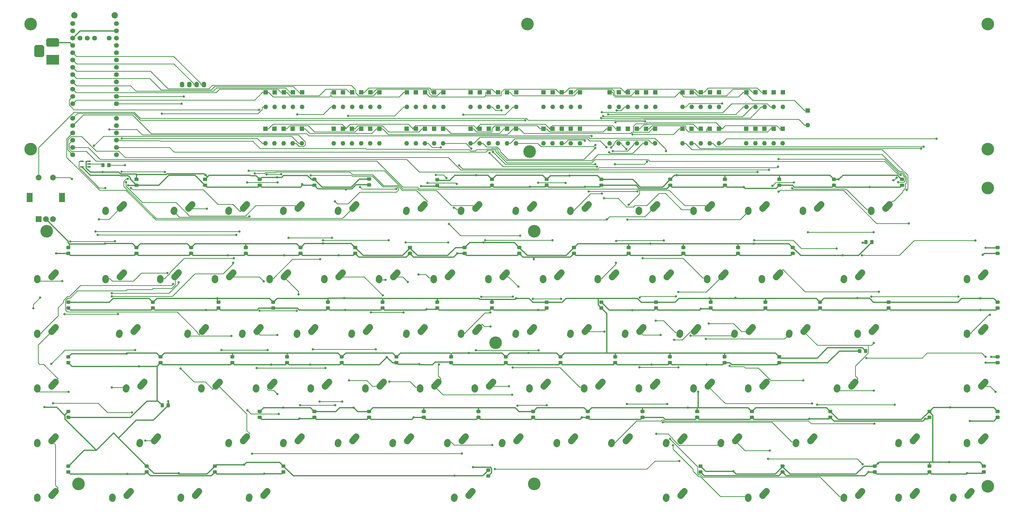
<source format=gbr>
G04 #@! TF.GenerationSoftware,KiCad,Pcbnew,(5.1.4)-1*
G04 #@! TF.CreationDate,2020-12-10T19:51:00+01:00*
G04 #@! TF.ProjectId,CZTKeyRev0,435a544b-6579-4526-9576-302e6b696361,rev?*
G04 #@! TF.SameCoordinates,Original*
G04 #@! TF.FileFunction,Copper,L1,Top*
G04 #@! TF.FilePolarity,Positive*
%FSLAX46Y46*%
G04 Gerber Fmt 4.6, Leading zero omitted, Abs format (unit mm)*
G04 Created by KiCad (PCBNEW (5.1.4)-1) date 2020-12-10 19:51:00*
%MOMM*%
%LPD*%
G04 APERTURE LIST*
%ADD10C,4.400000*%
%ADD11R,1.250000X0.500000*%
%ADD12C,1.700000*%
%ADD13C,2.200000*%
%ADD14C,2.250000*%
%ADD15C,2.250000*%
%ADD16C,0.100000*%
%ADD17C,1.150000*%
%ADD18C,3.000000*%
%ADD19R,4.500000X3.500000*%
%ADD20C,3.500000*%
%ADD21O,1.600000X1.600000*%
%ADD22R,1.600000X1.600000*%
%ADD23O,1.600000X2.000000*%
%ADD24R,2.000000X2.000000*%
%ADD25C,2.000000*%
%ADD26R,2.000000X3.200000*%
%ADD27C,0.800000*%
%ADD28C,0.254000*%
%ADD29C,0.381000*%
G04 APERTURE END LIST*
D10*
X158750000Y-131762000D03*
X330200000Y-181769000D03*
X172244000Y-180975000D03*
X172244000Y-92868800D03*
X13493800Y-180975000D03*
X170656250Y-65087500D03*
X2381300Y-92868800D03*
X330200000Y-77787500D03*
X330200000Y-64293800D03*
X330200000Y-20637500D03*
X-3175000Y-64293800D03*
X-3175000Y-20637500D03*
X169862000Y-20637500D03*
D11*
X14625000Y-70419000D03*
X14625000Y-68519000D03*
X17125000Y-68519000D03*
X17125000Y-69469000D03*
X17125000Y-70419000D03*
D12*
X26665000Y-20468800D03*
X11450000Y-23008800D03*
D13*
X26055000Y-17644000D03*
X12059600Y-17644000D03*
D12*
X11450000Y-20468800D03*
X13990000Y-25548800D03*
X11450000Y-25548800D03*
X11450000Y-28088800D03*
X11450000Y-30628800D03*
X11450000Y-33168800D03*
X16530000Y-25548800D03*
X19070000Y-25548800D03*
X11450000Y-35708800D03*
X11450000Y-38248800D03*
X11450000Y-40788800D03*
X11450000Y-43328800D03*
X11450000Y-45868800D03*
X11450000Y-48408800D03*
X11450000Y-56028800D03*
X11450000Y-61108800D03*
X11450000Y-63648800D03*
X11450000Y-58568800D03*
X11450000Y-66188800D03*
X11450000Y-53488800D03*
X26665000Y-23008800D03*
X26665000Y-25548800D03*
X26665000Y-30628800D03*
X24125000Y-25548800D03*
X26665000Y-28088800D03*
X26665000Y-33168800D03*
X26665000Y-35708800D03*
X26665000Y-38248800D03*
X26665000Y-43328800D03*
X26665000Y-45868800D03*
X26665000Y-40788800D03*
X26665000Y-48408800D03*
X26665000Y-56028800D03*
X26665000Y-53488800D03*
X26665000Y-61108800D03*
X26665000Y-58568800D03*
X26665000Y-63648800D03*
X26665000Y-66188800D03*
D14*
X294600000Y-84962500D03*
X295254999Y-84232500D03*
D15*
X295910000Y-83502500D02*
X294599998Y-84962500D01*
D14*
X289560000Y-86042500D03*
X289580000Y-85752500D03*
D15*
X289600000Y-85462500D02*
X289560000Y-86042500D01*
D14*
X251738000Y-84962500D03*
X252392999Y-84232500D03*
D15*
X253048000Y-83502500D02*
X251737998Y-84962500D01*
D14*
X246698000Y-86042500D03*
X246718000Y-85752500D03*
D15*
X246738000Y-85462500D02*
X246698000Y-86042500D01*
D14*
X270788000Y-84962500D03*
X271442999Y-84232500D03*
D15*
X272098000Y-83502500D02*
X270787998Y-84962500D01*
D14*
X265748000Y-86042500D03*
X265768000Y-85752500D03*
D15*
X265788000Y-85462500D02*
X265748000Y-86042500D01*
D16*
G36*
X24393305Y-69151204D02*
G01*
X24417573Y-69154804D01*
X24441372Y-69160765D01*
X24464471Y-69169030D01*
X24486650Y-69179520D01*
X24507693Y-69192132D01*
X24527399Y-69206747D01*
X24545577Y-69223223D01*
X24562053Y-69241401D01*
X24576668Y-69261107D01*
X24589280Y-69282150D01*
X24599770Y-69304329D01*
X24608035Y-69327428D01*
X24613996Y-69351227D01*
X24617596Y-69375495D01*
X24618800Y-69399999D01*
X24618800Y-70300001D01*
X24617596Y-70324505D01*
X24613996Y-70348773D01*
X24608035Y-70372572D01*
X24599770Y-70395671D01*
X24589280Y-70417850D01*
X24576668Y-70438893D01*
X24562053Y-70458599D01*
X24545577Y-70476777D01*
X24527399Y-70493253D01*
X24507693Y-70507868D01*
X24486650Y-70520480D01*
X24464471Y-70530970D01*
X24441372Y-70539235D01*
X24417573Y-70545196D01*
X24393305Y-70548796D01*
X24368801Y-70550000D01*
X23718799Y-70550000D01*
X23694295Y-70548796D01*
X23670027Y-70545196D01*
X23646228Y-70539235D01*
X23623129Y-70530970D01*
X23600950Y-70520480D01*
X23579907Y-70507868D01*
X23560201Y-70493253D01*
X23542023Y-70476777D01*
X23525547Y-70458599D01*
X23510932Y-70438893D01*
X23498320Y-70417850D01*
X23487830Y-70395671D01*
X23479565Y-70372572D01*
X23473604Y-70348773D01*
X23470004Y-70324505D01*
X23468800Y-70300001D01*
X23468800Y-69399999D01*
X23470004Y-69375495D01*
X23473604Y-69351227D01*
X23479565Y-69327428D01*
X23487830Y-69304329D01*
X23498320Y-69282150D01*
X23510932Y-69261107D01*
X23525547Y-69241401D01*
X23542023Y-69223223D01*
X23560201Y-69206747D01*
X23579907Y-69192132D01*
X23600950Y-69179520D01*
X23623129Y-69169030D01*
X23646228Y-69160765D01*
X23670027Y-69154804D01*
X23694295Y-69151204D01*
X23718799Y-69150000D01*
X24368801Y-69150000D01*
X24393305Y-69151204D01*
X24393305Y-69151204D01*
G37*
D17*
X24043800Y-69850000D03*
D16*
G36*
X22343305Y-69151204D02*
G01*
X22367573Y-69154804D01*
X22391372Y-69160765D01*
X22414471Y-69169030D01*
X22436650Y-69179520D01*
X22457693Y-69192132D01*
X22477399Y-69206747D01*
X22495577Y-69223223D01*
X22512053Y-69241401D01*
X22526668Y-69261107D01*
X22539280Y-69282150D01*
X22549770Y-69304329D01*
X22558035Y-69327428D01*
X22563996Y-69351227D01*
X22567596Y-69375495D01*
X22568800Y-69399999D01*
X22568800Y-70300001D01*
X22567596Y-70324505D01*
X22563996Y-70348773D01*
X22558035Y-70372572D01*
X22549770Y-70395671D01*
X22539280Y-70417850D01*
X22526668Y-70438893D01*
X22512053Y-70458599D01*
X22495577Y-70476777D01*
X22477399Y-70493253D01*
X22457693Y-70507868D01*
X22436650Y-70520480D01*
X22414471Y-70530970D01*
X22391372Y-70539235D01*
X22367573Y-70545196D01*
X22343305Y-70548796D01*
X22318801Y-70550000D01*
X21668799Y-70550000D01*
X21644295Y-70548796D01*
X21620027Y-70545196D01*
X21596228Y-70539235D01*
X21573129Y-70530970D01*
X21550950Y-70520480D01*
X21529907Y-70507868D01*
X21510201Y-70493253D01*
X21492023Y-70476777D01*
X21475547Y-70458599D01*
X21460932Y-70438893D01*
X21448320Y-70417850D01*
X21437830Y-70395671D01*
X21429565Y-70372572D01*
X21423604Y-70348773D01*
X21420004Y-70324505D01*
X21418800Y-70300001D01*
X21418800Y-69399999D01*
X21420004Y-69375495D01*
X21423604Y-69351227D01*
X21429565Y-69327428D01*
X21437830Y-69304329D01*
X21448320Y-69282150D01*
X21460932Y-69261107D01*
X21475547Y-69241401D01*
X21492023Y-69223223D01*
X21510201Y-69206747D01*
X21529907Y-69192132D01*
X21550950Y-69179520D01*
X21573129Y-69169030D01*
X21596228Y-69160765D01*
X21620027Y-69154804D01*
X21644295Y-69151204D01*
X21668799Y-69150000D01*
X22318801Y-69150000D01*
X22343305Y-69151204D01*
X22343305Y-69151204D01*
G37*
D17*
X21993800Y-69850000D03*
D16*
G36*
X329277505Y-174169204D02*
G01*
X329301773Y-174172804D01*
X329325572Y-174178765D01*
X329348671Y-174187030D01*
X329370850Y-174197520D01*
X329391893Y-174210132D01*
X329411599Y-174224747D01*
X329429777Y-174241223D01*
X329446253Y-174259401D01*
X329460868Y-174279107D01*
X329473480Y-174300150D01*
X329483970Y-174322329D01*
X329492235Y-174345428D01*
X329498196Y-174369227D01*
X329501796Y-174393495D01*
X329503000Y-174417999D01*
X329503000Y-175068001D01*
X329501796Y-175092505D01*
X329498196Y-175116773D01*
X329492235Y-175140572D01*
X329483970Y-175163671D01*
X329473480Y-175185850D01*
X329460868Y-175206893D01*
X329446253Y-175226599D01*
X329429777Y-175244777D01*
X329411599Y-175261253D01*
X329391893Y-175275868D01*
X329370850Y-175288480D01*
X329348671Y-175298970D01*
X329325572Y-175307235D01*
X329301773Y-175313196D01*
X329277505Y-175316796D01*
X329253001Y-175318000D01*
X328352999Y-175318000D01*
X328328495Y-175316796D01*
X328304227Y-175313196D01*
X328280428Y-175307235D01*
X328257329Y-175298970D01*
X328235150Y-175288480D01*
X328214107Y-175275868D01*
X328194401Y-175261253D01*
X328176223Y-175244777D01*
X328159747Y-175226599D01*
X328145132Y-175206893D01*
X328132520Y-175185850D01*
X328122030Y-175163671D01*
X328113765Y-175140572D01*
X328107804Y-175116773D01*
X328104204Y-175092505D01*
X328103000Y-175068001D01*
X328103000Y-174417999D01*
X328104204Y-174393495D01*
X328107804Y-174369227D01*
X328113765Y-174345428D01*
X328122030Y-174322329D01*
X328132520Y-174300150D01*
X328145132Y-174279107D01*
X328159747Y-174259401D01*
X328176223Y-174241223D01*
X328194401Y-174224747D01*
X328214107Y-174210132D01*
X328235150Y-174197520D01*
X328257329Y-174187030D01*
X328280428Y-174178765D01*
X328304227Y-174172804D01*
X328328495Y-174169204D01*
X328352999Y-174168000D01*
X329253001Y-174168000D01*
X329277505Y-174169204D01*
X329277505Y-174169204D01*
G37*
D17*
X328803000Y-174743000D03*
D16*
G36*
X329277505Y-176219204D02*
G01*
X329301773Y-176222804D01*
X329325572Y-176228765D01*
X329348671Y-176237030D01*
X329370850Y-176247520D01*
X329391893Y-176260132D01*
X329411599Y-176274747D01*
X329429777Y-176291223D01*
X329446253Y-176309401D01*
X329460868Y-176329107D01*
X329473480Y-176350150D01*
X329483970Y-176372329D01*
X329492235Y-176395428D01*
X329498196Y-176419227D01*
X329501796Y-176443495D01*
X329503000Y-176467999D01*
X329503000Y-177118001D01*
X329501796Y-177142505D01*
X329498196Y-177166773D01*
X329492235Y-177190572D01*
X329483970Y-177213671D01*
X329473480Y-177235850D01*
X329460868Y-177256893D01*
X329446253Y-177276599D01*
X329429777Y-177294777D01*
X329411599Y-177311253D01*
X329391893Y-177325868D01*
X329370850Y-177338480D01*
X329348671Y-177348970D01*
X329325572Y-177357235D01*
X329301773Y-177363196D01*
X329277505Y-177366796D01*
X329253001Y-177368000D01*
X328352999Y-177368000D01*
X328328495Y-177366796D01*
X328304227Y-177363196D01*
X328280428Y-177357235D01*
X328257329Y-177348970D01*
X328235150Y-177338480D01*
X328214107Y-177325868D01*
X328194401Y-177311253D01*
X328176223Y-177294777D01*
X328159747Y-177276599D01*
X328145132Y-177256893D01*
X328132520Y-177235850D01*
X328122030Y-177213671D01*
X328113765Y-177190572D01*
X328107804Y-177166773D01*
X328104204Y-177142505D01*
X328103000Y-177118001D01*
X328103000Y-176467999D01*
X328104204Y-176443495D01*
X328107804Y-176419227D01*
X328113765Y-176395428D01*
X328122030Y-176372329D01*
X328132520Y-176350150D01*
X328145132Y-176329107D01*
X328159747Y-176309401D01*
X328176223Y-176291223D01*
X328194401Y-176274747D01*
X328214107Y-176260132D01*
X328235150Y-176247520D01*
X328257329Y-176237030D01*
X328280428Y-176228765D01*
X328304227Y-176222804D01*
X328328495Y-176219204D01*
X328352999Y-176218000D01*
X329253001Y-176218000D01*
X329277505Y-176219204D01*
X329277505Y-176219204D01*
G37*
D17*
X328803000Y-176793000D03*
D16*
G36*
X310354505Y-174169204D02*
G01*
X310378773Y-174172804D01*
X310402572Y-174178765D01*
X310425671Y-174187030D01*
X310447850Y-174197520D01*
X310468893Y-174210132D01*
X310488599Y-174224747D01*
X310506777Y-174241223D01*
X310523253Y-174259401D01*
X310537868Y-174279107D01*
X310550480Y-174300150D01*
X310560970Y-174322329D01*
X310569235Y-174345428D01*
X310575196Y-174369227D01*
X310578796Y-174393495D01*
X310580000Y-174417999D01*
X310580000Y-175068001D01*
X310578796Y-175092505D01*
X310575196Y-175116773D01*
X310569235Y-175140572D01*
X310560970Y-175163671D01*
X310550480Y-175185850D01*
X310537868Y-175206893D01*
X310523253Y-175226599D01*
X310506777Y-175244777D01*
X310488599Y-175261253D01*
X310468893Y-175275868D01*
X310447850Y-175288480D01*
X310425671Y-175298970D01*
X310402572Y-175307235D01*
X310378773Y-175313196D01*
X310354505Y-175316796D01*
X310330001Y-175318000D01*
X309429999Y-175318000D01*
X309405495Y-175316796D01*
X309381227Y-175313196D01*
X309357428Y-175307235D01*
X309334329Y-175298970D01*
X309312150Y-175288480D01*
X309291107Y-175275868D01*
X309271401Y-175261253D01*
X309253223Y-175244777D01*
X309236747Y-175226599D01*
X309222132Y-175206893D01*
X309209520Y-175185850D01*
X309199030Y-175163671D01*
X309190765Y-175140572D01*
X309184804Y-175116773D01*
X309181204Y-175092505D01*
X309180000Y-175068001D01*
X309180000Y-174417999D01*
X309181204Y-174393495D01*
X309184804Y-174369227D01*
X309190765Y-174345428D01*
X309199030Y-174322329D01*
X309209520Y-174300150D01*
X309222132Y-174279107D01*
X309236747Y-174259401D01*
X309253223Y-174241223D01*
X309271401Y-174224747D01*
X309291107Y-174210132D01*
X309312150Y-174197520D01*
X309334329Y-174187030D01*
X309357428Y-174178765D01*
X309381227Y-174172804D01*
X309405495Y-174169204D01*
X309429999Y-174168000D01*
X310330001Y-174168000D01*
X310354505Y-174169204D01*
X310354505Y-174169204D01*
G37*
D17*
X309880000Y-174743000D03*
D16*
G36*
X310354505Y-176219204D02*
G01*
X310378773Y-176222804D01*
X310402572Y-176228765D01*
X310425671Y-176237030D01*
X310447850Y-176247520D01*
X310468893Y-176260132D01*
X310488599Y-176274747D01*
X310506777Y-176291223D01*
X310523253Y-176309401D01*
X310537868Y-176329107D01*
X310550480Y-176350150D01*
X310560970Y-176372329D01*
X310569235Y-176395428D01*
X310575196Y-176419227D01*
X310578796Y-176443495D01*
X310580000Y-176467999D01*
X310580000Y-177118001D01*
X310578796Y-177142505D01*
X310575196Y-177166773D01*
X310569235Y-177190572D01*
X310560970Y-177213671D01*
X310550480Y-177235850D01*
X310537868Y-177256893D01*
X310523253Y-177276599D01*
X310506777Y-177294777D01*
X310488599Y-177311253D01*
X310468893Y-177325868D01*
X310447850Y-177338480D01*
X310425671Y-177348970D01*
X310402572Y-177357235D01*
X310378773Y-177363196D01*
X310354505Y-177366796D01*
X310330001Y-177368000D01*
X309429999Y-177368000D01*
X309405495Y-177366796D01*
X309381227Y-177363196D01*
X309357428Y-177357235D01*
X309334329Y-177348970D01*
X309312150Y-177338480D01*
X309291107Y-177325868D01*
X309271401Y-177311253D01*
X309253223Y-177294777D01*
X309236747Y-177276599D01*
X309222132Y-177256893D01*
X309209520Y-177235850D01*
X309199030Y-177213671D01*
X309190765Y-177190572D01*
X309184804Y-177166773D01*
X309181204Y-177142505D01*
X309180000Y-177118001D01*
X309180000Y-176467999D01*
X309181204Y-176443495D01*
X309184804Y-176419227D01*
X309190765Y-176395428D01*
X309199030Y-176372329D01*
X309209520Y-176350150D01*
X309222132Y-176329107D01*
X309236747Y-176309401D01*
X309253223Y-176291223D01*
X309271401Y-176274747D01*
X309291107Y-176260132D01*
X309312150Y-176247520D01*
X309334329Y-176237030D01*
X309357428Y-176228765D01*
X309381227Y-176222804D01*
X309405495Y-176219204D01*
X309429999Y-176218000D01*
X310330001Y-176218000D01*
X310354505Y-176219204D01*
X310354505Y-176219204D01*
G37*
D17*
X309880000Y-176793000D03*
D16*
G36*
X291304505Y-174169204D02*
G01*
X291328773Y-174172804D01*
X291352572Y-174178765D01*
X291375671Y-174187030D01*
X291397850Y-174197520D01*
X291418893Y-174210132D01*
X291438599Y-174224747D01*
X291456777Y-174241223D01*
X291473253Y-174259401D01*
X291487868Y-174279107D01*
X291500480Y-174300150D01*
X291510970Y-174322329D01*
X291519235Y-174345428D01*
X291525196Y-174369227D01*
X291528796Y-174393495D01*
X291530000Y-174417999D01*
X291530000Y-175068001D01*
X291528796Y-175092505D01*
X291525196Y-175116773D01*
X291519235Y-175140572D01*
X291510970Y-175163671D01*
X291500480Y-175185850D01*
X291487868Y-175206893D01*
X291473253Y-175226599D01*
X291456777Y-175244777D01*
X291438599Y-175261253D01*
X291418893Y-175275868D01*
X291397850Y-175288480D01*
X291375671Y-175298970D01*
X291352572Y-175307235D01*
X291328773Y-175313196D01*
X291304505Y-175316796D01*
X291280001Y-175318000D01*
X290379999Y-175318000D01*
X290355495Y-175316796D01*
X290331227Y-175313196D01*
X290307428Y-175307235D01*
X290284329Y-175298970D01*
X290262150Y-175288480D01*
X290241107Y-175275868D01*
X290221401Y-175261253D01*
X290203223Y-175244777D01*
X290186747Y-175226599D01*
X290172132Y-175206893D01*
X290159520Y-175185850D01*
X290149030Y-175163671D01*
X290140765Y-175140572D01*
X290134804Y-175116773D01*
X290131204Y-175092505D01*
X290130000Y-175068001D01*
X290130000Y-174417999D01*
X290131204Y-174393495D01*
X290134804Y-174369227D01*
X290140765Y-174345428D01*
X290149030Y-174322329D01*
X290159520Y-174300150D01*
X290172132Y-174279107D01*
X290186747Y-174259401D01*
X290203223Y-174241223D01*
X290221401Y-174224747D01*
X290241107Y-174210132D01*
X290262150Y-174197520D01*
X290284329Y-174187030D01*
X290307428Y-174178765D01*
X290331227Y-174172804D01*
X290355495Y-174169204D01*
X290379999Y-174168000D01*
X291280001Y-174168000D01*
X291304505Y-174169204D01*
X291304505Y-174169204D01*
G37*
D17*
X290830000Y-174743000D03*
D16*
G36*
X291304505Y-176219204D02*
G01*
X291328773Y-176222804D01*
X291352572Y-176228765D01*
X291375671Y-176237030D01*
X291397850Y-176247520D01*
X291418893Y-176260132D01*
X291438599Y-176274747D01*
X291456777Y-176291223D01*
X291473253Y-176309401D01*
X291487868Y-176329107D01*
X291500480Y-176350150D01*
X291510970Y-176372329D01*
X291519235Y-176395428D01*
X291525196Y-176419227D01*
X291528796Y-176443495D01*
X291530000Y-176467999D01*
X291530000Y-177118001D01*
X291528796Y-177142505D01*
X291525196Y-177166773D01*
X291519235Y-177190572D01*
X291510970Y-177213671D01*
X291500480Y-177235850D01*
X291487868Y-177256893D01*
X291473253Y-177276599D01*
X291456777Y-177294777D01*
X291438599Y-177311253D01*
X291418893Y-177325868D01*
X291397850Y-177338480D01*
X291375671Y-177348970D01*
X291352572Y-177357235D01*
X291328773Y-177363196D01*
X291304505Y-177366796D01*
X291280001Y-177368000D01*
X290379999Y-177368000D01*
X290355495Y-177366796D01*
X290331227Y-177363196D01*
X290307428Y-177357235D01*
X290284329Y-177348970D01*
X290262150Y-177338480D01*
X290241107Y-177325868D01*
X290221401Y-177311253D01*
X290203223Y-177294777D01*
X290186747Y-177276599D01*
X290172132Y-177256893D01*
X290159520Y-177235850D01*
X290149030Y-177213671D01*
X290140765Y-177190572D01*
X290134804Y-177166773D01*
X290131204Y-177142505D01*
X290130000Y-177118001D01*
X290130000Y-176467999D01*
X290131204Y-176443495D01*
X290134804Y-176419227D01*
X290140765Y-176395428D01*
X290149030Y-176372329D01*
X290159520Y-176350150D01*
X290172132Y-176329107D01*
X290186747Y-176309401D01*
X290203223Y-176291223D01*
X290221401Y-176274747D01*
X290241107Y-176260132D01*
X290262150Y-176247520D01*
X290284329Y-176237030D01*
X290307428Y-176228765D01*
X290331227Y-176222804D01*
X290355495Y-176219204D01*
X290379999Y-176218000D01*
X291280001Y-176218000D01*
X291304505Y-176219204D01*
X291304505Y-176219204D01*
G37*
D17*
X290830000Y-176793000D03*
D16*
G36*
X259173505Y-174169204D02*
G01*
X259197773Y-174172804D01*
X259221572Y-174178765D01*
X259244671Y-174187030D01*
X259266850Y-174197520D01*
X259287893Y-174210132D01*
X259307599Y-174224747D01*
X259325777Y-174241223D01*
X259342253Y-174259401D01*
X259356868Y-174279107D01*
X259369480Y-174300150D01*
X259379970Y-174322329D01*
X259388235Y-174345428D01*
X259394196Y-174369227D01*
X259397796Y-174393495D01*
X259399000Y-174417999D01*
X259399000Y-175068001D01*
X259397796Y-175092505D01*
X259394196Y-175116773D01*
X259388235Y-175140572D01*
X259379970Y-175163671D01*
X259369480Y-175185850D01*
X259356868Y-175206893D01*
X259342253Y-175226599D01*
X259325777Y-175244777D01*
X259307599Y-175261253D01*
X259287893Y-175275868D01*
X259266850Y-175288480D01*
X259244671Y-175298970D01*
X259221572Y-175307235D01*
X259197773Y-175313196D01*
X259173505Y-175316796D01*
X259149001Y-175318000D01*
X258248999Y-175318000D01*
X258224495Y-175316796D01*
X258200227Y-175313196D01*
X258176428Y-175307235D01*
X258153329Y-175298970D01*
X258131150Y-175288480D01*
X258110107Y-175275868D01*
X258090401Y-175261253D01*
X258072223Y-175244777D01*
X258055747Y-175226599D01*
X258041132Y-175206893D01*
X258028520Y-175185850D01*
X258018030Y-175163671D01*
X258009765Y-175140572D01*
X258003804Y-175116773D01*
X258000204Y-175092505D01*
X257999000Y-175068001D01*
X257999000Y-174417999D01*
X258000204Y-174393495D01*
X258003804Y-174369227D01*
X258009765Y-174345428D01*
X258018030Y-174322329D01*
X258028520Y-174300150D01*
X258041132Y-174279107D01*
X258055747Y-174259401D01*
X258072223Y-174241223D01*
X258090401Y-174224747D01*
X258110107Y-174210132D01*
X258131150Y-174197520D01*
X258153329Y-174187030D01*
X258176428Y-174178765D01*
X258200227Y-174172804D01*
X258224495Y-174169204D01*
X258248999Y-174168000D01*
X259149001Y-174168000D01*
X259173505Y-174169204D01*
X259173505Y-174169204D01*
G37*
D17*
X258699000Y-174743000D03*
D16*
G36*
X259173505Y-176219204D02*
G01*
X259197773Y-176222804D01*
X259221572Y-176228765D01*
X259244671Y-176237030D01*
X259266850Y-176247520D01*
X259287893Y-176260132D01*
X259307599Y-176274747D01*
X259325777Y-176291223D01*
X259342253Y-176309401D01*
X259356868Y-176329107D01*
X259369480Y-176350150D01*
X259379970Y-176372329D01*
X259388235Y-176395428D01*
X259394196Y-176419227D01*
X259397796Y-176443495D01*
X259399000Y-176467999D01*
X259399000Y-177118001D01*
X259397796Y-177142505D01*
X259394196Y-177166773D01*
X259388235Y-177190572D01*
X259379970Y-177213671D01*
X259369480Y-177235850D01*
X259356868Y-177256893D01*
X259342253Y-177276599D01*
X259325777Y-177294777D01*
X259307599Y-177311253D01*
X259287893Y-177325868D01*
X259266850Y-177338480D01*
X259244671Y-177348970D01*
X259221572Y-177357235D01*
X259197773Y-177363196D01*
X259173505Y-177366796D01*
X259149001Y-177368000D01*
X258248999Y-177368000D01*
X258224495Y-177366796D01*
X258200227Y-177363196D01*
X258176428Y-177357235D01*
X258153329Y-177348970D01*
X258131150Y-177338480D01*
X258110107Y-177325868D01*
X258090401Y-177311253D01*
X258072223Y-177294777D01*
X258055747Y-177276599D01*
X258041132Y-177256893D01*
X258028520Y-177235850D01*
X258018030Y-177213671D01*
X258009765Y-177190572D01*
X258003804Y-177166773D01*
X258000204Y-177142505D01*
X257999000Y-177118001D01*
X257999000Y-176467999D01*
X258000204Y-176443495D01*
X258003804Y-176419227D01*
X258009765Y-176395428D01*
X258018030Y-176372329D01*
X258028520Y-176350150D01*
X258041132Y-176329107D01*
X258055747Y-176309401D01*
X258072223Y-176291223D01*
X258090401Y-176274747D01*
X258110107Y-176260132D01*
X258131150Y-176247520D01*
X258153329Y-176237030D01*
X258176428Y-176228765D01*
X258200227Y-176222804D01*
X258224495Y-176219204D01*
X258248999Y-176218000D01*
X259149001Y-176218000D01*
X259173505Y-176219204D01*
X259173505Y-176219204D01*
G37*
D17*
X258699000Y-176793000D03*
D16*
G36*
X230598505Y-174169204D02*
G01*
X230622773Y-174172804D01*
X230646572Y-174178765D01*
X230669671Y-174187030D01*
X230691850Y-174197520D01*
X230712893Y-174210132D01*
X230732599Y-174224747D01*
X230750777Y-174241223D01*
X230767253Y-174259401D01*
X230781868Y-174279107D01*
X230794480Y-174300150D01*
X230804970Y-174322329D01*
X230813235Y-174345428D01*
X230819196Y-174369227D01*
X230822796Y-174393495D01*
X230824000Y-174417999D01*
X230824000Y-175068001D01*
X230822796Y-175092505D01*
X230819196Y-175116773D01*
X230813235Y-175140572D01*
X230804970Y-175163671D01*
X230794480Y-175185850D01*
X230781868Y-175206893D01*
X230767253Y-175226599D01*
X230750777Y-175244777D01*
X230732599Y-175261253D01*
X230712893Y-175275868D01*
X230691850Y-175288480D01*
X230669671Y-175298970D01*
X230646572Y-175307235D01*
X230622773Y-175313196D01*
X230598505Y-175316796D01*
X230574001Y-175318000D01*
X229673999Y-175318000D01*
X229649495Y-175316796D01*
X229625227Y-175313196D01*
X229601428Y-175307235D01*
X229578329Y-175298970D01*
X229556150Y-175288480D01*
X229535107Y-175275868D01*
X229515401Y-175261253D01*
X229497223Y-175244777D01*
X229480747Y-175226599D01*
X229466132Y-175206893D01*
X229453520Y-175185850D01*
X229443030Y-175163671D01*
X229434765Y-175140572D01*
X229428804Y-175116773D01*
X229425204Y-175092505D01*
X229424000Y-175068001D01*
X229424000Y-174417999D01*
X229425204Y-174393495D01*
X229428804Y-174369227D01*
X229434765Y-174345428D01*
X229443030Y-174322329D01*
X229453520Y-174300150D01*
X229466132Y-174279107D01*
X229480747Y-174259401D01*
X229497223Y-174241223D01*
X229515401Y-174224747D01*
X229535107Y-174210132D01*
X229556150Y-174197520D01*
X229578329Y-174187030D01*
X229601428Y-174178765D01*
X229625227Y-174172804D01*
X229649495Y-174169204D01*
X229673999Y-174168000D01*
X230574001Y-174168000D01*
X230598505Y-174169204D01*
X230598505Y-174169204D01*
G37*
D17*
X230124000Y-174743000D03*
D16*
G36*
X230598505Y-176219204D02*
G01*
X230622773Y-176222804D01*
X230646572Y-176228765D01*
X230669671Y-176237030D01*
X230691850Y-176247520D01*
X230712893Y-176260132D01*
X230732599Y-176274747D01*
X230750777Y-176291223D01*
X230767253Y-176309401D01*
X230781868Y-176329107D01*
X230794480Y-176350150D01*
X230804970Y-176372329D01*
X230813235Y-176395428D01*
X230819196Y-176419227D01*
X230822796Y-176443495D01*
X230824000Y-176467999D01*
X230824000Y-177118001D01*
X230822796Y-177142505D01*
X230819196Y-177166773D01*
X230813235Y-177190572D01*
X230804970Y-177213671D01*
X230794480Y-177235850D01*
X230781868Y-177256893D01*
X230767253Y-177276599D01*
X230750777Y-177294777D01*
X230732599Y-177311253D01*
X230712893Y-177325868D01*
X230691850Y-177338480D01*
X230669671Y-177348970D01*
X230646572Y-177357235D01*
X230622773Y-177363196D01*
X230598505Y-177366796D01*
X230574001Y-177368000D01*
X229673999Y-177368000D01*
X229649495Y-177366796D01*
X229625227Y-177363196D01*
X229601428Y-177357235D01*
X229578329Y-177348970D01*
X229556150Y-177338480D01*
X229535107Y-177325868D01*
X229515401Y-177311253D01*
X229497223Y-177294777D01*
X229480747Y-177276599D01*
X229466132Y-177256893D01*
X229453520Y-177235850D01*
X229443030Y-177213671D01*
X229434765Y-177190572D01*
X229428804Y-177166773D01*
X229425204Y-177142505D01*
X229424000Y-177118001D01*
X229424000Y-176467999D01*
X229425204Y-176443495D01*
X229428804Y-176419227D01*
X229434765Y-176395428D01*
X229443030Y-176372329D01*
X229453520Y-176350150D01*
X229466132Y-176329107D01*
X229480747Y-176309401D01*
X229497223Y-176291223D01*
X229515401Y-176274747D01*
X229535107Y-176260132D01*
X229556150Y-176247520D01*
X229578329Y-176237030D01*
X229601428Y-176228765D01*
X229625227Y-176222804D01*
X229649495Y-176219204D01*
X229673999Y-176218000D01*
X230574001Y-176218000D01*
X230598505Y-176219204D01*
X230598505Y-176219204D01*
G37*
D17*
X230124000Y-176793000D03*
D16*
G36*
X156684505Y-175566204D02*
G01*
X156708773Y-175569804D01*
X156732572Y-175575765D01*
X156755671Y-175584030D01*
X156777850Y-175594520D01*
X156798893Y-175607132D01*
X156818599Y-175621747D01*
X156836777Y-175638223D01*
X156853253Y-175656401D01*
X156867868Y-175676107D01*
X156880480Y-175697150D01*
X156890970Y-175719329D01*
X156899235Y-175742428D01*
X156905196Y-175766227D01*
X156908796Y-175790495D01*
X156910000Y-175814999D01*
X156910000Y-176465001D01*
X156908796Y-176489505D01*
X156905196Y-176513773D01*
X156899235Y-176537572D01*
X156890970Y-176560671D01*
X156880480Y-176582850D01*
X156867868Y-176603893D01*
X156853253Y-176623599D01*
X156836777Y-176641777D01*
X156818599Y-176658253D01*
X156798893Y-176672868D01*
X156777850Y-176685480D01*
X156755671Y-176695970D01*
X156732572Y-176704235D01*
X156708773Y-176710196D01*
X156684505Y-176713796D01*
X156660001Y-176715000D01*
X155759999Y-176715000D01*
X155735495Y-176713796D01*
X155711227Y-176710196D01*
X155687428Y-176704235D01*
X155664329Y-176695970D01*
X155642150Y-176685480D01*
X155621107Y-176672868D01*
X155601401Y-176658253D01*
X155583223Y-176641777D01*
X155566747Y-176623599D01*
X155552132Y-176603893D01*
X155539520Y-176582850D01*
X155529030Y-176560671D01*
X155520765Y-176537572D01*
X155514804Y-176513773D01*
X155511204Y-176489505D01*
X155510000Y-176465001D01*
X155510000Y-175814999D01*
X155511204Y-175790495D01*
X155514804Y-175766227D01*
X155520765Y-175742428D01*
X155529030Y-175719329D01*
X155539520Y-175697150D01*
X155552132Y-175676107D01*
X155566747Y-175656401D01*
X155583223Y-175638223D01*
X155601401Y-175621747D01*
X155621107Y-175607132D01*
X155642150Y-175594520D01*
X155664329Y-175584030D01*
X155687428Y-175575765D01*
X155711227Y-175569804D01*
X155735495Y-175566204D01*
X155759999Y-175565000D01*
X156660001Y-175565000D01*
X156684505Y-175566204D01*
X156684505Y-175566204D01*
G37*
D17*
X156210000Y-176140000D03*
D16*
G36*
X156684505Y-177616204D02*
G01*
X156708773Y-177619804D01*
X156732572Y-177625765D01*
X156755671Y-177634030D01*
X156777850Y-177644520D01*
X156798893Y-177657132D01*
X156818599Y-177671747D01*
X156836777Y-177688223D01*
X156853253Y-177706401D01*
X156867868Y-177726107D01*
X156880480Y-177747150D01*
X156890970Y-177769329D01*
X156899235Y-177792428D01*
X156905196Y-177816227D01*
X156908796Y-177840495D01*
X156910000Y-177864999D01*
X156910000Y-178515001D01*
X156908796Y-178539505D01*
X156905196Y-178563773D01*
X156899235Y-178587572D01*
X156890970Y-178610671D01*
X156880480Y-178632850D01*
X156867868Y-178653893D01*
X156853253Y-178673599D01*
X156836777Y-178691777D01*
X156818599Y-178708253D01*
X156798893Y-178722868D01*
X156777850Y-178735480D01*
X156755671Y-178745970D01*
X156732572Y-178754235D01*
X156708773Y-178760196D01*
X156684505Y-178763796D01*
X156660001Y-178765000D01*
X155759999Y-178765000D01*
X155735495Y-178763796D01*
X155711227Y-178760196D01*
X155687428Y-178754235D01*
X155664329Y-178745970D01*
X155642150Y-178735480D01*
X155621107Y-178722868D01*
X155601401Y-178708253D01*
X155583223Y-178691777D01*
X155566747Y-178673599D01*
X155552132Y-178653893D01*
X155539520Y-178632850D01*
X155529030Y-178610671D01*
X155520765Y-178587572D01*
X155514804Y-178563773D01*
X155511204Y-178539505D01*
X155510000Y-178515001D01*
X155510000Y-177864999D01*
X155511204Y-177840495D01*
X155514804Y-177816227D01*
X155520765Y-177792428D01*
X155529030Y-177769329D01*
X155539520Y-177747150D01*
X155552132Y-177726107D01*
X155566747Y-177706401D01*
X155583223Y-177688223D01*
X155601401Y-177671747D01*
X155621107Y-177657132D01*
X155642150Y-177644520D01*
X155664329Y-177634030D01*
X155687428Y-177625765D01*
X155711227Y-177619804D01*
X155735495Y-177616204D01*
X155759999Y-177615000D01*
X156660001Y-177615000D01*
X156684505Y-177616204D01*
X156684505Y-177616204D01*
G37*
D17*
X156210000Y-178190000D03*
D16*
G36*
X85310505Y-174169204D02*
G01*
X85334773Y-174172804D01*
X85358572Y-174178765D01*
X85381671Y-174187030D01*
X85403850Y-174197520D01*
X85424893Y-174210132D01*
X85444599Y-174224747D01*
X85462777Y-174241223D01*
X85479253Y-174259401D01*
X85493868Y-174279107D01*
X85506480Y-174300150D01*
X85516970Y-174322329D01*
X85525235Y-174345428D01*
X85531196Y-174369227D01*
X85534796Y-174393495D01*
X85536000Y-174417999D01*
X85536000Y-175068001D01*
X85534796Y-175092505D01*
X85531196Y-175116773D01*
X85525235Y-175140572D01*
X85516970Y-175163671D01*
X85506480Y-175185850D01*
X85493868Y-175206893D01*
X85479253Y-175226599D01*
X85462777Y-175244777D01*
X85444599Y-175261253D01*
X85424893Y-175275868D01*
X85403850Y-175288480D01*
X85381671Y-175298970D01*
X85358572Y-175307235D01*
X85334773Y-175313196D01*
X85310505Y-175316796D01*
X85286001Y-175318000D01*
X84385999Y-175318000D01*
X84361495Y-175316796D01*
X84337227Y-175313196D01*
X84313428Y-175307235D01*
X84290329Y-175298970D01*
X84268150Y-175288480D01*
X84247107Y-175275868D01*
X84227401Y-175261253D01*
X84209223Y-175244777D01*
X84192747Y-175226599D01*
X84178132Y-175206893D01*
X84165520Y-175185850D01*
X84155030Y-175163671D01*
X84146765Y-175140572D01*
X84140804Y-175116773D01*
X84137204Y-175092505D01*
X84136000Y-175068001D01*
X84136000Y-174417999D01*
X84137204Y-174393495D01*
X84140804Y-174369227D01*
X84146765Y-174345428D01*
X84155030Y-174322329D01*
X84165520Y-174300150D01*
X84178132Y-174279107D01*
X84192747Y-174259401D01*
X84209223Y-174241223D01*
X84227401Y-174224747D01*
X84247107Y-174210132D01*
X84268150Y-174197520D01*
X84290329Y-174187030D01*
X84313428Y-174178765D01*
X84337227Y-174172804D01*
X84361495Y-174169204D01*
X84385999Y-174168000D01*
X85286001Y-174168000D01*
X85310505Y-174169204D01*
X85310505Y-174169204D01*
G37*
D17*
X84836000Y-174743000D03*
D16*
G36*
X85310505Y-176219204D02*
G01*
X85334773Y-176222804D01*
X85358572Y-176228765D01*
X85381671Y-176237030D01*
X85403850Y-176247520D01*
X85424893Y-176260132D01*
X85444599Y-176274747D01*
X85462777Y-176291223D01*
X85479253Y-176309401D01*
X85493868Y-176329107D01*
X85506480Y-176350150D01*
X85516970Y-176372329D01*
X85525235Y-176395428D01*
X85531196Y-176419227D01*
X85534796Y-176443495D01*
X85536000Y-176467999D01*
X85536000Y-177118001D01*
X85534796Y-177142505D01*
X85531196Y-177166773D01*
X85525235Y-177190572D01*
X85516970Y-177213671D01*
X85506480Y-177235850D01*
X85493868Y-177256893D01*
X85479253Y-177276599D01*
X85462777Y-177294777D01*
X85444599Y-177311253D01*
X85424893Y-177325868D01*
X85403850Y-177338480D01*
X85381671Y-177348970D01*
X85358572Y-177357235D01*
X85334773Y-177363196D01*
X85310505Y-177366796D01*
X85286001Y-177368000D01*
X84385999Y-177368000D01*
X84361495Y-177366796D01*
X84337227Y-177363196D01*
X84313428Y-177357235D01*
X84290329Y-177348970D01*
X84268150Y-177338480D01*
X84247107Y-177325868D01*
X84227401Y-177311253D01*
X84209223Y-177294777D01*
X84192747Y-177276599D01*
X84178132Y-177256893D01*
X84165520Y-177235850D01*
X84155030Y-177213671D01*
X84146765Y-177190572D01*
X84140804Y-177166773D01*
X84137204Y-177142505D01*
X84136000Y-177118001D01*
X84136000Y-176467999D01*
X84137204Y-176443495D01*
X84140804Y-176419227D01*
X84146765Y-176395428D01*
X84155030Y-176372329D01*
X84165520Y-176350150D01*
X84178132Y-176329107D01*
X84192747Y-176309401D01*
X84209223Y-176291223D01*
X84227401Y-176274747D01*
X84247107Y-176260132D01*
X84268150Y-176247520D01*
X84290329Y-176237030D01*
X84313428Y-176228765D01*
X84337227Y-176222804D01*
X84361495Y-176219204D01*
X84385999Y-176218000D01*
X85286001Y-176218000D01*
X85310505Y-176219204D01*
X85310505Y-176219204D01*
G37*
D17*
X84836000Y-176793000D03*
D16*
G36*
X61434505Y-174169204D02*
G01*
X61458773Y-174172804D01*
X61482572Y-174178765D01*
X61505671Y-174187030D01*
X61527850Y-174197520D01*
X61548893Y-174210132D01*
X61568599Y-174224747D01*
X61586777Y-174241223D01*
X61603253Y-174259401D01*
X61617868Y-174279107D01*
X61630480Y-174300150D01*
X61640970Y-174322329D01*
X61649235Y-174345428D01*
X61655196Y-174369227D01*
X61658796Y-174393495D01*
X61660000Y-174417999D01*
X61660000Y-175068001D01*
X61658796Y-175092505D01*
X61655196Y-175116773D01*
X61649235Y-175140572D01*
X61640970Y-175163671D01*
X61630480Y-175185850D01*
X61617868Y-175206893D01*
X61603253Y-175226599D01*
X61586777Y-175244777D01*
X61568599Y-175261253D01*
X61548893Y-175275868D01*
X61527850Y-175288480D01*
X61505671Y-175298970D01*
X61482572Y-175307235D01*
X61458773Y-175313196D01*
X61434505Y-175316796D01*
X61410001Y-175318000D01*
X60509999Y-175318000D01*
X60485495Y-175316796D01*
X60461227Y-175313196D01*
X60437428Y-175307235D01*
X60414329Y-175298970D01*
X60392150Y-175288480D01*
X60371107Y-175275868D01*
X60351401Y-175261253D01*
X60333223Y-175244777D01*
X60316747Y-175226599D01*
X60302132Y-175206893D01*
X60289520Y-175185850D01*
X60279030Y-175163671D01*
X60270765Y-175140572D01*
X60264804Y-175116773D01*
X60261204Y-175092505D01*
X60260000Y-175068001D01*
X60260000Y-174417999D01*
X60261204Y-174393495D01*
X60264804Y-174369227D01*
X60270765Y-174345428D01*
X60279030Y-174322329D01*
X60289520Y-174300150D01*
X60302132Y-174279107D01*
X60316747Y-174259401D01*
X60333223Y-174241223D01*
X60351401Y-174224747D01*
X60371107Y-174210132D01*
X60392150Y-174197520D01*
X60414329Y-174187030D01*
X60437428Y-174178765D01*
X60461227Y-174172804D01*
X60485495Y-174169204D01*
X60509999Y-174168000D01*
X61410001Y-174168000D01*
X61434505Y-174169204D01*
X61434505Y-174169204D01*
G37*
D17*
X60960000Y-174743000D03*
D16*
G36*
X61434505Y-176219204D02*
G01*
X61458773Y-176222804D01*
X61482572Y-176228765D01*
X61505671Y-176237030D01*
X61527850Y-176247520D01*
X61548893Y-176260132D01*
X61568599Y-176274747D01*
X61586777Y-176291223D01*
X61603253Y-176309401D01*
X61617868Y-176329107D01*
X61630480Y-176350150D01*
X61640970Y-176372329D01*
X61649235Y-176395428D01*
X61655196Y-176419227D01*
X61658796Y-176443495D01*
X61660000Y-176467999D01*
X61660000Y-177118001D01*
X61658796Y-177142505D01*
X61655196Y-177166773D01*
X61649235Y-177190572D01*
X61640970Y-177213671D01*
X61630480Y-177235850D01*
X61617868Y-177256893D01*
X61603253Y-177276599D01*
X61586777Y-177294777D01*
X61568599Y-177311253D01*
X61548893Y-177325868D01*
X61527850Y-177338480D01*
X61505671Y-177348970D01*
X61482572Y-177357235D01*
X61458773Y-177363196D01*
X61434505Y-177366796D01*
X61410001Y-177368000D01*
X60509999Y-177368000D01*
X60485495Y-177366796D01*
X60461227Y-177363196D01*
X60437428Y-177357235D01*
X60414329Y-177348970D01*
X60392150Y-177338480D01*
X60371107Y-177325868D01*
X60351401Y-177311253D01*
X60333223Y-177294777D01*
X60316747Y-177276599D01*
X60302132Y-177256893D01*
X60289520Y-177235850D01*
X60279030Y-177213671D01*
X60270765Y-177190572D01*
X60264804Y-177166773D01*
X60261204Y-177142505D01*
X60260000Y-177118001D01*
X60260000Y-176467999D01*
X60261204Y-176443495D01*
X60264804Y-176419227D01*
X60270765Y-176395428D01*
X60279030Y-176372329D01*
X60289520Y-176350150D01*
X60302132Y-176329107D01*
X60316747Y-176309401D01*
X60333223Y-176291223D01*
X60351401Y-176274747D01*
X60371107Y-176260132D01*
X60392150Y-176247520D01*
X60414329Y-176237030D01*
X60437428Y-176228765D01*
X60461227Y-176222804D01*
X60485495Y-176219204D01*
X60509999Y-176218000D01*
X61410001Y-176218000D01*
X61434505Y-176219204D01*
X61434505Y-176219204D01*
G37*
D17*
X60960000Y-176793000D03*
D16*
G36*
X37685505Y-174169204D02*
G01*
X37709773Y-174172804D01*
X37733572Y-174178765D01*
X37756671Y-174187030D01*
X37778850Y-174197520D01*
X37799893Y-174210132D01*
X37819599Y-174224747D01*
X37837777Y-174241223D01*
X37854253Y-174259401D01*
X37868868Y-174279107D01*
X37881480Y-174300150D01*
X37891970Y-174322329D01*
X37900235Y-174345428D01*
X37906196Y-174369227D01*
X37909796Y-174393495D01*
X37911000Y-174417999D01*
X37911000Y-175068001D01*
X37909796Y-175092505D01*
X37906196Y-175116773D01*
X37900235Y-175140572D01*
X37891970Y-175163671D01*
X37881480Y-175185850D01*
X37868868Y-175206893D01*
X37854253Y-175226599D01*
X37837777Y-175244777D01*
X37819599Y-175261253D01*
X37799893Y-175275868D01*
X37778850Y-175288480D01*
X37756671Y-175298970D01*
X37733572Y-175307235D01*
X37709773Y-175313196D01*
X37685505Y-175316796D01*
X37661001Y-175318000D01*
X36760999Y-175318000D01*
X36736495Y-175316796D01*
X36712227Y-175313196D01*
X36688428Y-175307235D01*
X36665329Y-175298970D01*
X36643150Y-175288480D01*
X36622107Y-175275868D01*
X36602401Y-175261253D01*
X36584223Y-175244777D01*
X36567747Y-175226599D01*
X36553132Y-175206893D01*
X36540520Y-175185850D01*
X36530030Y-175163671D01*
X36521765Y-175140572D01*
X36515804Y-175116773D01*
X36512204Y-175092505D01*
X36511000Y-175068001D01*
X36511000Y-174417999D01*
X36512204Y-174393495D01*
X36515804Y-174369227D01*
X36521765Y-174345428D01*
X36530030Y-174322329D01*
X36540520Y-174300150D01*
X36553132Y-174279107D01*
X36567747Y-174259401D01*
X36584223Y-174241223D01*
X36602401Y-174224747D01*
X36622107Y-174210132D01*
X36643150Y-174197520D01*
X36665329Y-174187030D01*
X36688428Y-174178765D01*
X36712227Y-174172804D01*
X36736495Y-174169204D01*
X36760999Y-174168000D01*
X37661001Y-174168000D01*
X37685505Y-174169204D01*
X37685505Y-174169204D01*
G37*
D17*
X37211000Y-174743000D03*
D16*
G36*
X37685505Y-176219204D02*
G01*
X37709773Y-176222804D01*
X37733572Y-176228765D01*
X37756671Y-176237030D01*
X37778850Y-176247520D01*
X37799893Y-176260132D01*
X37819599Y-176274747D01*
X37837777Y-176291223D01*
X37854253Y-176309401D01*
X37868868Y-176329107D01*
X37881480Y-176350150D01*
X37891970Y-176372329D01*
X37900235Y-176395428D01*
X37906196Y-176419227D01*
X37909796Y-176443495D01*
X37911000Y-176467999D01*
X37911000Y-177118001D01*
X37909796Y-177142505D01*
X37906196Y-177166773D01*
X37900235Y-177190572D01*
X37891970Y-177213671D01*
X37881480Y-177235850D01*
X37868868Y-177256893D01*
X37854253Y-177276599D01*
X37837777Y-177294777D01*
X37819599Y-177311253D01*
X37799893Y-177325868D01*
X37778850Y-177338480D01*
X37756671Y-177348970D01*
X37733572Y-177357235D01*
X37709773Y-177363196D01*
X37685505Y-177366796D01*
X37661001Y-177368000D01*
X36760999Y-177368000D01*
X36736495Y-177366796D01*
X36712227Y-177363196D01*
X36688428Y-177357235D01*
X36665329Y-177348970D01*
X36643150Y-177338480D01*
X36622107Y-177325868D01*
X36602401Y-177311253D01*
X36584223Y-177294777D01*
X36567747Y-177276599D01*
X36553132Y-177256893D01*
X36540520Y-177235850D01*
X36530030Y-177213671D01*
X36521765Y-177190572D01*
X36515804Y-177166773D01*
X36512204Y-177142505D01*
X36511000Y-177118001D01*
X36511000Y-176467999D01*
X36512204Y-176443495D01*
X36515804Y-176419227D01*
X36521765Y-176395428D01*
X36530030Y-176372329D01*
X36540520Y-176350150D01*
X36553132Y-176329107D01*
X36567747Y-176309401D01*
X36584223Y-176291223D01*
X36602401Y-176274747D01*
X36622107Y-176260132D01*
X36643150Y-176247520D01*
X36665329Y-176237030D01*
X36688428Y-176228765D01*
X36712227Y-176222804D01*
X36736495Y-176219204D01*
X36760999Y-176218000D01*
X37661001Y-176218000D01*
X37685505Y-176219204D01*
X37685505Y-176219204D01*
G37*
D17*
X37211000Y-176793000D03*
D16*
G36*
X10380505Y-174169204D02*
G01*
X10404773Y-174172804D01*
X10428572Y-174178765D01*
X10451671Y-174187030D01*
X10473850Y-174197520D01*
X10494893Y-174210132D01*
X10514599Y-174224747D01*
X10532777Y-174241223D01*
X10549253Y-174259401D01*
X10563868Y-174279107D01*
X10576480Y-174300150D01*
X10586970Y-174322329D01*
X10595235Y-174345428D01*
X10601196Y-174369227D01*
X10604796Y-174393495D01*
X10606000Y-174417999D01*
X10606000Y-175068001D01*
X10604796Y-175092505D01*
X10601196Y-175116773D01*
X10595235Y-175140572D01*
X10586970Y-175163671D01*
X10576480Y-175185850D01*
X10563868Y-175206893D01*
X10549253Y-175226599D01*
X10532777Y-175244777D01*
X10514599Y-175261253D01*
X10494893Y-175275868D01*
X10473850Y-175288480D01*
X10451671Y-175298970D01*
X10428572Y-175307235D01*
X10404773Y-175313196D01*
X10380505Y-175316796D01*
X10356001Y-175318000D01*
X9455999Y-175318000D01*
X9431495Y-175316796D01*
X9407227Y-175313196D01*
X9383428Y-175307235D01*
X9360329Y-175298970D01*
X9338150Y-175288480D01*
X9317107Y-175275868D01*
X9297401Y-175261253D01*
X9279223Y-175244777D01*
X9262747Y-175226599D01*
X9248132Y-175206893D01*
X9235520Y-175185850D01*
X9225030Y-175163671D01*
X9216765Y-175140572D01*
X9210804Y-175116773D01*
X9207204Y-175092505D01*
X9206000Y-175068001D01*
X9206000Y-174417999D01*
X9207204Y-174393495D01*
X9210804Y-174369227D01*
X9216765Y-174345428D01*
X9225030Y-174322329D01*
X9235520Y-174300150D01*
X9248132Y-174279107D01*
X9262747Y-174259401D01*
X9279223Y-174241223D01*
X9297401Y-174224747D01*
X9317107Y-174210132D01*
X9338150Y-174197520D01*
X9360329Y-174187030D01*
X9383428Y-174178765D01*
X9407227Y-174172804D01*
X9431495Y-174169204D01*
X9455999Y-174168000D01*
X10356001Y-174168000D01*
X10380505Y-174169204D01*
X10380505Y-174169204D01*
G37*
D17*
X9906000Y-174743000D03*
D16*
G36*
X10380505Y-176219204D02*
G01*
X10404773Y-176222804D01*
X10428572Y-176228765D01*
X10451671Y-176237030D01*
X10473850Y-176247520D01*
X10494893Y-176260132D01*
X10514599Y-176274747D01*
X10532777Y-176291223D01*
X10549253Y-176309401D01*
X10563868Y-176329107D01*
X10576480Y-176350150D01*
X10586970Y-176372329D01*
X10595235Y-176395428D01*
X10601196Y-176419227D01*
X10604796Y-176443495D01*
X10606000Y-176467999D01*
X10606000Y-177118001D01*
X10604796Y-177142505D01*
X10601196Y-177166773D01*
X10595235Y-177190572D01*
X10586970Y-177213671D01*
X10576480Y-177235850D01*
X10563868Y-177256893D01*
X10549253Y-177276599D01*
X10532777Y-177294777D01*
X10514599Y-177311253D01*
X10494893Y-177325868D01*
X10473850Y-177338480D01*
X10451671Y-177348970D01*
X10428572Y-177357235D01*
X10404773Y-177363196D01*
X10380505Y-177366796D01*
X10356001Y-177368000D01*
X9455999Y-177368000D01*
X9431495Y-177366796D01*
X9407227Y-177363196D01*
X9383428Y-177357235D01*
X9360329Y-177348970D01*
X9338150Y-177338480D01*
X9317107Y-177325868D01*
X9297401Y-177311253D01*
X9279223Y-177294777D01*
X9262747Y-177276599D01*
X9248132Y-177256893D01*
X9235520Y-177235850D01*
X9225030Y-177213671D01*
X9216765Y-177190572D01*
X9210804Y-177166773D01*
X9207204Y-177142505D01*
X9206000Y-177118001D01*
X9206000Y-176467999D01*
X9207204Y-176443495D01*
X9210804Y-176419227D01*
X9216765Y-176395428D01*
X9225030Y-176372329D01*
X9235520Y-176350150D01*
X9248132Y-176329107D01*
X9262747Y-176309401D01*
X9279223Y-176291223D01*
X9297401Y-176274747D01*
X9317107Y-176260132D01*
X9338150Y-176247520D01*
X9360329Y-176237030D01*
X9383428Y-176228765D01*
X9407227Y-176222804D01*
X9431495Y-176219204D01*
X9455999Y-176218000D01*
X10356001Y-176218000D01*
X10380505Y-176219204D01*
X10380505Y-176219204D01*
G37*
D17*
X9906000Y-176793000D03*
D16*
G36*
X10380505Y-155119204D02*
G01*
X10404773Y-155122804D01*
X10428572Y-155128765D01*
X10451671Y-155137030D01*
X10473850Y-155147520D01*
X10494893Y-155160132D01*
X10514599Y-155174747D01*
X10532777Y-155191223D01*
X10549253Y-155209401D01*
X10563868Y-155229107D01*
X10576480Y-155250150D01*
X10586970Y-155272329D01*
X10595235Y-155295428D01*
X10601196Y-155319227D01*
X10604796Y-155343495D01*
X10606000Y-155367999D01*
X10606000Y-156018001D01*
X10604796Y-156042505D01*
X10601196Y-156066773D01*
X10595235Y-156090572D01*
X10586970Y-156113671D01*
X10576480Y-156135850D01*
X10563868Y-156156893D01*
X10549253Y-156176599D01*
X10532777Y-156194777D01*
X10514599Y-156211253D01*
X10494893Y-156225868D01*
X10473850Y-156238480D01*
X10451671Y-156248970D01*
X10428572Y-156257235D01*
X10404773Y-156263196D01*
X10380505Y-156266796D01*
X10356001Y-156268000D01*
X9455999Y-156268000D01*
X9431495Y-156266796D01*
X9407227Y-156263196D01*
X9383428Y-156257235D01*
X9360329Y-156248970D01*
X9338150Y-156238480D01*
X9317107Y-156225868D01*
X9297401Y-156211253D01*
X9279223Y-156194777D01*
X9262747Y-156176599D01*
X9248132Y-156156893D01*
X9235520Y-156135850D01*
X9225030Y-156113671D01*
X9216765Y-156090572D01*
X9210804Y-156066773D01*
X9207204Y-156042505D01*
X9206000Y-156018001D01*
X9206000Y-155367999D01*
X9207204Y-155343495D01*
X9210804Y-155319227D01*
X9216765Y-155295428D01*
X9225030Y-155272329D01*
X9235520Y-155250150D01*
X9248132Y-155229107D01*
X9262747Y-155209401D01*
X9279223Y-155191223D01*
X9297401Y-155174747D01*
X9317107Y-155160132D01*
X9338150Y-155147520D01*
X9360329Y-155137030D01*
X9383428Y-155128765D01*
X9407227Y-155122804D01*
X9431495Y-155119204D01*
X9455999Y-155118000D01*
X10356001Y-155118000D01*
X10380505Y-155119204D01*
X10380505Y-155119204D01*
G37*
D17*
X9906000Y-155693000D03*
D16*
G36*
X10380505Y-157169204D02*
G01*
X10404773Y-157172804D01*
X10428572Y-157178765D01*
X10451671Y-157187030D01*
X10473850Y-157197520D01*
X10494893Y-157210132D01*
X10514599Y-157224747D01*
X10532777Y-157241223D01*
X10549253Y-157259401D01*
X10563868Y-157279107D01*
X10576480Y-157300150D01*
X10586970Y-157322329D01*
X10595235Y-157345428D01*
X10601196Y-157369227D01*
X10604796Y-157393495D01*
X10606000Y-157417999D01*
X10606000Y-158068001D01*
X10604796Y-158092505D01*
X10601196Y-158116773D01*
X10595235Y-158140572D01*
X10586970Y-158163671D01*
X10576480Y-158185850D01*
X10563868Y-158206893D01*
X10549253Y-158226599D01*
X10532777Y-158244777D01*
X10514599Y-158261253D01*
X10494893Y-158275868D01*
X10473850Y-158288480D01*
X10451671Y-158298970D01*
X10428572Y-158307235D01*
X10404773Y-158313196D01*
X10380505Y-158316796D01*
X10356001Y-158318000D01*
X9455999Y-158318000D01*
X9431495Y-158316796D01*
X9407227Y-158313196D01*
X9383428Y-158307235D01*
X9360329Y-158298970D01*
X9338150Y-158288480D01*
X9317107Y-158275868D01*
X9297401Y-158261253D01*
X9279223Y-158244777D01*
X9262747Y-158226599D01*
X9248132Y-158206893D01*
X9235520Y-158185850D01*
X9225030Y-158163671D01*
X9216765Y-158140572D01*
X9210804Y-158116773D01*
X9207204Y-158092505D01*
X9206000Y-158068001D01*
X9206000Y-157417999D01*
X9207204Y-157393495D01*
X9210804Y-157369227D01*
X9216765Y-157345428D01*
X9225030Y-157322329D01*
X9235520Y-157300150D01*
X9248132Y-157279107D01*
X9262747Y-157259401D01*
X9279223Y-157241223D01*
X9297401Y-157224747D01*
X9317107Y-157210132D01*
X9338150Y-157197520D01*
X9360329Y-157187030D01*
X9383428Y-157178765D01*
X9407227Y-157172804D01*
X9431495Y-157169204D01*
X9455999Y-157168000D01*
X10356001Y-157168000D01*
X10380505Y-157169204D01*
X10380505Y-157169204D01*
G37*
D17*
X9906000Y-157743000D03*
D16*
G36*
X334103505Y-157169204D02*
G01*
X334127773Y-157172804D01*
X334151572Y-157178765D01*
X334174671Y-157187030D01*
X334196850Y-157197520D01*
X334217893Y-157210132D01*
X334237599Y-157224747D01*
X334255777Y-157241223D01*
X334272253Y-157259401D01*
X334286868Y-157279107D01*
X334299480Y-157300150D01*
X334309970Y-157322329D01*
X334318235Y-157345428D01*
X334324196Y-157369227D01*
X334327796Y-157393495D01*
X334329000Y-157417999D01*
X334329000Y-158068001D01*
X334327796Y-158092505D01*
X334324196Y-158116773D01*
X334318235Y-158140572D01*
X334309970Y-158163671D01*
X334299480Y-158185850D01*
X334286868Y-158206893D01*
X334272253Y-158226599D01*
X334255777Y-158244777D01*
X334237599Y-158261253D01*
X334217893Y-158275868D01*
X334196850Y-158288480D01*
X334174671Y-158298970D01*
X334151572Y-158307235D01*
X334127773Y-158313196D01*
X334103505Y-158316796D01*
X334079001Y-158318000D01*
X333178999Y-158318000D01*
X333154495Y-158316796D01*
X333130227Y-158313196D01*
X333106428Y-158307235D01*
X333083329Y-158298970D01*
X333061150Y-158288480D01*
X333040107Y-158275868D01*
X333020401Y-158261253D01*
X333002223Y-158244777D01*
X332985747Y-158226599D01*
X332971132Y-158206893D01*
X332958520Y-158185850D01*
X332948030Y-158163671D01*
X332939765Y-158140572D01*
X332933804Y-158116773D01*
X332930204Y-158092505D01*
X332929000Y-158068001D01*
X332929000Y-157417999D01*
X332930204Y-157393495D01*
X332933804Y-157369227D01*
X332939765Y-157345428D01*
X332948030Y-157322329D01*
X332958520Y-157300150D01*
X332971132Y-157279107D01*
X332985747Y-157259401D01*
X333002223Y-157241223D01*
X333020401Y-157224747D01*
X333040107Y-157210132D01*
X333061150Y-157197520D01*
X333083329Y-157187030D01*
X333106428Y-157178765D01*
X333130227Y-157172804D01*
X333154495Y-157169204D01*
X333178999Y-157168000D01*
X334079001Y-157168000D01*
X334103505Y-157169204D01*
X334103505Y-157169204D01*
G37*
D17*
X333629000Y-157743000D03*
D16*
G36*
X334103505Y-155119204D02*
G01*
X334127773Y-155122804D01*
X334151572Y-155128765D01*
X334174671Y-155137030D01*
X334196850Y-155147520D01*
X334217893Y-155160132D01*
X334237599Y-155174747D01*
X334255777Y-155191223D01*
X334272253Y-155209401D01*
X334286868Y-155229107D01*
X334299480Y-155250150D01*
X334309970Y-155272329D01*
X334318235Y-155295428D01*
X334324196Y-155319227D01*
X334327796Y-155343495D01*
X334329000Y-155367999D01*
X334329000Y-156018001D01*
X334327796Y-156042505D01*
X334324196Y-156066773D01*
X334318235Y-156090572D01*
X334309970Y-156113671D01*
X334299480Y-156135850D01*
X334286868Y-156156893D01*
X334272253Y-156176599D01*
X334255777Y-156194777D01*
X334237599Y-156211253D01*
X334217893Y-156225868D01*
X334196850Y-156238480D01*
X334174671Y-156248970D01*
X334151572Y-156257235D01*
X334127773Y-156263196D01*
X334103505Y-156266796D01*
X334079001Y-156268000D01*
X333178999Y-156268000D01*
X333154495Y-156266796D01*
X333130227Y-156263196D01*
X333106428Y-156257235D01*
X333083329Y-156248970D01*
X333061150Y-156238480D01*
X333040107Y-156225868D01*
X333020401Y-156211253D01*
X333002223Y-156194777D01*
X332985747Y-156176599D01*
X332971132Y-156156893D01*
X332958520Y-156135850D01*
X332948030Y-156113671D01*
X332939765Y-156090572D01*
X332933804Y-156066773D01*
X332930204Y-156042505D01*
X332929000Y-156018001D01*
X332929000Y-155367999D01*
X332930204Y-155343495D01*
X332933804Y-155319227D01*
X332939765Y-155295428D01*
X332948030Y-155272329D01*
X332958520Y-155250150D01*
X332971132Y-155229107D01*
X332985747Y-155209401D01*
X333002223Y-155191223D01*
X333020401Y-155174747D01*
X333040107Y-155160132D01*
X333061150Y-155147520D01*
X333083329Y-155137030D01*
X333106428Y-155128765D01*
X333130227Y-155122804D01*
X333154495Y-155119204D01*
X333178999Y-155118000D01*
X334079001Y-155118000D01*
X334103505Y-155119204D01*
X334103505Y-155119204D01*
G37*
D17*
X333629000Y-155693000D03*
D16*
G36*
X310354505Y-157169204D02*
G01*
X310378773Y-157172804D01*
X310402572Y-157178765D01*
X310425671Y-157187030D01*
X310447850Y-157197520D01*
X310468893Y-157210132D01*
X310488599Y-157224747D01*
X310506777Y-157241223D01*
X310523253Y-157259401D01*
X310537868Y-157279107D01*
X310550480Y-157300150D01*
X310560970Y-157322329D01*
X310569235Y-157345428D01*
X310575196Y-157369227D01*
X310578796Y-157393495D01*
X310580000Y-157417999D01*
X310580000Y-158068001D01*
X310578796Y-158092505D01*
X310575196Y-158116773D01*
X310569235Y-158140572D01*
X310560970Y-158163671D01*
X310550480Y-158185850D01*
X310537868Y-158206893D01*
X310523253Y-158226599D01*
X310506777Y-158244777D01*
X310488599Y-158261253D01*
X310468893Y-158275868D01*
X310447850Y-158288480D01*
X310425671Y-158298970D01*
X310402572Y-158307235D01*
X310378773Y-158313196D01*
X310354505Y-158316796D01*
X310330001Y-158318000D01*
X309429999Y-158318000D01*
X309405495Y-158316796D01*
X309381227Y-158313196D01*
X309357428Y-158307235D01*
X309334329Y-158298970D01*
X309312150Y-158288480D01*
X309291107Y-158275868D01*
X309271401Y-158261253D01*
X309253223Y-158244777D01*
X309236747Y-158226599D01*
X309222132Y-158206893D01*
X309209520Y-158185850D01*
X309199030Y-158163671D01*
X309190765Y-158140572D01*
X309184804Y-158116773D01*
X309181204Y-158092505D01*
X309180000Y-158068001D01*
X309180000Y-157417999D01*
X309181204Y-157393495D01*
X309184804Y-157369227D01*
X309190765Y-157345428D01*
X309199030Y-157322329D01*
X309209520Y-157300150D01*
X309222132Y-157279107D01*
X309236747Y-157259401D01*
X309253223Y-157241223D01*
X309271401Y-157224747D01*
X309291107Y-157210132D01*
X309312150Y-157197520D01*
X309334329Y-157187030D01*
X309357428Y-157178765D01*
X309381227Y-157172804D01*
X309405495Y-157169204D01*
X309429999Y-157168000D01*
X310330001Y-157168000D01*
X310354505Y-157169204D01*
X310354505Y-157169204D01*
G37*
D17*
X309880000Y-157743000D03*
D16*
G36*
X310354505Y-155119204D02*
G01*
X310378773Y-155122804D01*
X310402572Y-155128765D01*
X310425671Y-155137030D01*
X310447850Y-155147520D01*
X310468893Y-155160132D01*
X310488599Y-155174747D01*
X310506777Y-155191223D01*
X310523253Y-155209401D01*
X310537868Y-155229107D01*
X310550480Y-155250150D01*
X310560970Y-155272329D01*
X310569235Y-155295428D01*
X310575196Y-155319227D01*
X310578796Y-155343495D01*
X310580000Y-155367999D01*
X310580000Y-156018001D01*
X310578796Y-156042505D01*
X310575196Y-156066773D01*
X310569235Y-156090572D01*
X310560970Y-156113671D01*
X310550480Y-156135850D01*
X310537868Y-156156893D01*
X310523253Y-156176599D01*
X310506777Y-156194777D01*
X310488599Y-156211253D01*
X310468893Y-156225868D01*
X310447850Y-156238480D01*
X310425671Y-156248970D01*
X310402572Y-156257235D01*
X310378773Y-156263196D01*
X310354505Y-156266796D01*
X310330001Y-156268000D01*
X309429999Y-156268000D01*
X309405495Y-156266796D01*
X309381227Y-156263196D01*
X309357428Y-156257235D01*
X309334329Y-156248970D01*
X309312150Y-156238480D01*
X309291107Y-156225868D01*
X309271401Y-156211253D01*
X309253223Y-156194777D01*
X309236747Y-156176599D01*
X309222132Y-156156893D01*
X309209520Y-156135850D01*
X309199030Y-156113671D01*
X309190765Y-156090572D01*
X309184804Y-156066773D01*
X309181204Y-156042505D01*
X309180000Y-156018001D01*
X309180000Y-155367999D01*
X309181204Y-155343495D01*
X309184804Y-155319227D01*
X309190765Y-155295428D01*
X309199030Y-155272329D01*
X309209520Y-155250150D01*
X309222132Y-155229107D01*
X309236747Y-155209401D01*
X309253223Y-155191223D01*
X309271401Y-155174747D01*
X309291107Y-155160132D01*
X309312150Y-155147520D01*
X309334329Y-155137030D01*
X309357428Y-155128765D01*
X309381227Y-155122804D01*
X309405495Y-155119204D01*
X309429999Y-155118000D01*
X310330001Y-155118000D01*
X310354505Y-155119204D01*
X310354505Y-155119204D01*
G37*
D17*
X309880000Y-155693000D03*
D16*
G36*
X275810505Y-157169204D02*
G01*
X275834773Y-157172804D01*
X275858572Y-157178765D01*
X275881671Y-157187030D01*
X275903850Y-157197520D01*
X275924893Y-157210132D01*
X275944599Y-157224747D01*
X275962777Y-157241223D01*
X275979253Y-157259401D01*
X275993868Y-157279107D01*
X276006480Y-157300150D01*
X276016970Y-157322329D01*
X276025235Y-157345428D01*
X276031196Y-157369227D01*
X276034796Y-157393495D01*
X276036000Y-157417999D01*
X276036000Y-158068001D01*
X276034796Y-158092505D01*
X276031196Y-158116773D01*
X276025235Y-158140572D01*
X276016970Y-158163671D01*
X276006480Y-158185850D01*
X275993868Y-158206893D01*
X275979253Y-158226599D01*
X275962777Y-158244777D01*
X275944599Y-158261253D01*
X275924893Y-158275868D01*
X275903850Y-158288480D01*
X275881671Y-158298970D01*
X275858572Y-158307235D01*
X275834773Y-158313196D01*
X275810505Y-158316796D01*
X275786001Y-158318000D01*
X274885999Y-158318000D01*
X274861495Y-158316796D01*
X274837227Y-158313196D01*
X274813428Y-158307235D01*
X274790329Y-158298970D01*
X274768150Y-158288480D01*
X274747107Y-158275868D01*
X274727401Y-158261253D01*
X274709223Y-158244777D01*
X274692747Y-158226599D01*
X274678132Y-158206893D01*
X274665520Y-158185850D01*
X274655030Y-158163671D01*
X274646765Y-158140572D01*
X274640804Y-158116773D01*
X274637204Y-158092505D01*
X274636000Y-158068001D01*
X274636000Y-157417999D01*
X274637204Y-157393495D01*
X274640804Y-157369227D01*
X274646765Y-157345428D01*
X274655030Y-157322329D01*
X274665520Y-157300150D01*
X274678132Y-157279107D01*
X274692747Y-157259401D01*
X274709223Y-157241223D01*
X274727401Y-157224747D01*
X274747107Y-157210132D01*
X274768150Y-157197520D01*
X274790329Y-157187030D01*
X274813428Y-157178765D01*
X274837227Y-157172804D01*
X274861495Y-157169204D01*
X274885999Y-157168000D01*
X275786001Y-157168000D01*
X275810505Y-157169204D01*
X275810505Y-157169204D01*
G37*
D17*
X275336000Y-157743000D03*
D16*
G36*
X275810505Y-155119204D02*
G01*
X275834773Y-155122804D01*
X275858572Y-155128765D01*
X275881671Y-155137030D01*
X275903850Y-155147520D01*
X275924893Y-155160132D01*
X275944599Y-155174747D01*
X275962777Y-155191223D01*
X275979253Y-155209401D01*
X275993868Y-155229107D01*
X276006480Y-155250150D01*
X276016970Y-155272329D01*
X276025235Y-155295428D01*
X276031196Y-155319227D01*
X276034796Y-155343495D01*
X276036000Y-155367999D01*
X276036000Y-156018001D01*
X276034796Y-156042505D01*
X276031196Y-156066773D01*
X276025235Y-156090572D01*
X276016970Y-156113671D01*
X276006480Y-156135850D01*
X275993868Y-156156893D01*
X275979253Y-156176599D01*
X275962777Y-156194777D01*
X275944599Y-156211253D01*
X275924893Y-156225868D01*
X275903850Y-156238480D01*
X275881671Y-156248970D01*
X275858572Y-156257235D01*
X275834773Y-156263196D01*
X275810505Y-156266796D01*
X275786001Y-156268000D01*
X274885999Y-156268000D01*
X274861495Y-156266796D01*
X274837227Y-156263196D01*
X274813428Y-156257235D01*
X274790329Y-156248970D01*
X274768150Y-156238480D01*
X274747107Y-156225868D01*
X274727401Y-156211253D01*
X274709223Y-156194777D01*
X274692747Y-156176599D01*
X274678132Y-156156893D01*
X274665520Y-156135850D01*
X274655030Y-156113671D01*
X274646765Y-156090572D01*
X274640804Y-156066773D01*
X274637204Y-156042505D01*
X274636000Y-156018001D01*
X274636000Y-155367999D01*
X274637204Y-155343495D01*
X274640804Y-155319227D01*
X274646765Y-155295428D01*
X274655030Y-155272329D01*
X274665520Y-155250150D01*
X274678132Y-155229107D01*
X274692747Y-155209401D01*
X274709223Y-155191223D01*
X274727401Y-155174747D01*
X274747107Y-155160132D01*
X274768150Y-155147520D01*
X274790329Y-155137030D01*
X274813428Y-155128765D01*
X274837227Y-155122804D01*
X274861495Y-155119204D01*
X274885999Y-155118000D01*
X275786001Y-155118000D01*
X275810505Y-155119204D01*
X275810505Y-155119204D01*
G37*
D17*
X275336000Y-155693000D03*
D16*
G36*
X248505505Y-157169204D02*
G01*
X248529773Y-157172804D01*
X248553572Y-157178765D01*
X248576671Y-157187030D01*
X248598850Y-157197520D01*
X248619893Y-157210132D01*
X248639599Y-157224747D01*
X248657777Y-157241223D01*
X248674253Y-157259401D01*
X248688868Y-157279107D01*
X248701480Y-157300150D01*
X248711970Y-157322329D01*
X248720235Y-157345428D01*
X248726196Y-157369227D01*
X248729796Y-157393495D01*
X248731000Y-157417999D01*
X248731000Y-158068001D01*
X248729796Y-158092505D01*
X248726196Y-158116773D01*
X248720235Y-158140572D01*
X248711970Y-158163671D01*
X248701480Y-158185850D01*
X248688868Y-158206893D01*
X248674253Y-158226599D01*
X248657777Y-158244777D01*
X248639599Y-158261253D01*
X248619893Y-158275868D01*
X248598850Y-158288480D01*
X248576671Y-158298970D01*
X248553572Y-158307235D01*
X248529773Y-158313196D01*
X248505505Y-158316796D01*
X248481001Y-158318000D01*
X247580999Y-158318000D01*
X247556495Y-158316796D01*
X247532227Y-158313196D01*
X247508428Y-158307235D01*
X247485329Y-158298970D01*
X247463150Y-158288480D01*
X247442107Y-158275868D01*
X247422401Y-158261253D01*
X247404223Y-158244777D01*
X247387747Y-158226599D01*
X247373132Y-158206893D01*
X247360520Y-158185850D01*
X247350030Y-158163671D01*
X247341765Y-158140572D01*
X247335804Y-158116773D01*
X247332204Y-158092505D01*
X247331000Y-158068001D01*
X247331000Y-157417999D01*
X247332204Y-157393495D01*
X247335804Y-157369227D01*
X247341765Y-157345428D01*
X247350030Y-157322329D01*
X247360520Y-157300150D01*
X247373132Y-157279107D01*
X247387747Y-157259401D01*
X247404223Y-157241223D01*
X247422401Y-157224747D01*
X247442107Y-157210132D01*
X247463150Y-157197520D01*
X247485329Y-157187030D01*
X247508428Y-157178765D01*
X247532227Y-157172804D01*
X247556495Y-157169204D01*
X247580999Y-157168000D01*
X248481001Y-157168000D01*
X248505505Y-157169204D01*
X248505505Y-157169204D01*
G37*
D17*
X248031000Y-157743000D03*
D16*
G36*
X248505505Y-155119204D02*
G01*
X248529773Y-155122804D01*
X248553572Y-155128765D01*
X248576671Y-155137030D01*
X248598850Y-155147520D01*
X248619893Y-155160132D01*
X248639599Y-155174747D01*
X248657777Y-155191223D01*
X248674253Y-155209401D01*
X248688868Y-155229107D01*
X248701480Y-155250150D01*
X248711970Y-155272329D01*
X248720235Y-155295428D01*
X248726196Y-155319227D01*
X248729796Y-155343495D01*
X248731000Y-155367999D01*
X248731000Y-156018001D01*
X248729796Y-156042505D01*
X248726196Y-156066773D01*
X248720235Y-156090572D01*
X248711970Y-156113671D01*
X248701480Y-156135850D01*
X248688868Y-156156893D01*
X248674253Y-156176599D01*
X248657777Y-156194777D01*
X248639599Y-156211253D01*
X248619893Y-156225868D01*
X248598850Y-156238480D01*
X248576671Y-156248970D01*
X248553572Y-156257235D01*
X248529773Y-156263196D01*
X248505505Y-156266796D01*
X248481001Y-156268000D01*
X247580999Y-156268000D01*
X247556495Y-156266796D01*
X247532227Y-156263196D01*
X247508428Y-156257235D01*
X247485329Y-156248970D01*
X247463150Y-156238480D01*
X247442107Y-156225868D01*
X247422401Y-156211253D01*
X247404223Y-156194777D01*
X247387747Y-156176599D01*
X247373132Y-156156893D01*
X247360520Y-156135850D01*
X247350030Y-156113671D01*
X247341765Y-156090572D01*
X247335804Y-156066773D01*
X247332204Y-156042505D01*
X247331000Y-156018001D01*
X247331000Y-155367999D01*
X247332204Y-155343495D01*
X247335804Y-155319227D01*
X247341765Y-155295428D01*
X247350030Y-155272329D01*
X247360520Y-155250150D01*
X247373132Y-155229107D01*
X247387747Y-155209401D01*
X247404223Y-155191223D01*
X247422401Y-155174747D01*
X247442107Y-155160132D01*
X247463150Y-155147520D01*
X247485329Y-155137030D01*
X247508428Y-155128765D01*
X247532227Y-155122804D01*
X247556495Y-155119204D01*
X247580999Y-155118000D01*
X248481001Y-155118000D01*
X248505505Y-155119204D01*
X248505505Y-155119204D01*
G37*
D17*
X248031000Y-155693000D03*
D16*
G36*
X229455505Y-157169204D02*
G01*
X229479773Y-157172804D01*
X229503572Y-157178765D01*
X229526671Y-157187030D01*
X229548850Y-157197520D01*
X229569893Y-157210132D01*
X229589599Y-157224747D01*
X229607777Y-157241223D01*
X229624253Y-157259401D01*
X229638868Y-157279107D01*
X229651480Y-157300150D01*
X229661970Y-157322329D01*
X229670235Y-157345428D01*
X229676196Y-157369227D01*
X229679796Y-157393495D01*
X229681000Y-157417999D01*
X229681000Y-158068001D01*
X229679796Y-158092505D01*
X229676196Y-158116773D01*
X229670235Y-158140572D01*
X229661970Y-158163671D01*
X229651480Y-158185850D01*
X229638868Y-158206893D01*
X229624253Y-158226599D01*
X229607777Y-158244777D01*
X229589599Y-158261253D01*
X229569893Y-158275868D01*
X229548850Y-158288480D01*
X229526671Y-158298970D01*
X229503572Y-158307235D01*
X229479773Y-158313196D01*
X229455505Y-158316796D01*
X229431001Y-158318000D01*
X228530999Y-158318000D01*
X228506495Y-158316796D01*
X228482227Y-158313196D01*
X228458428Y-158307235D01*
X228435329Y-158298970D01*
X228413150Y-158288480D01*
X228392107Y-158275868D01*
X228372401Y-158261253D01*
X228354223Y-158244777D01*
X228337747Y-158226599D01*
X228323132Y-158206893D01*
X228310520Y-158185850D01*
X228300030Y-158163671D01*
X228291765Y-158140572D01*
X228285804Y-158116773D01*
X228282204Y-158092505D01*
X228281000Y-158068001D01*
X228281000Y-157417999D01*
X228282204Y-157393495D01*
X228285804Y-157369227D01*
X228291765Y-157345428D01*
X228300030Y-157322329D01*
X228310520Y-157300150D01*
X228323132Y-157279107D01*
X228337747Y-157259401D01*
X228354223Y-157241223D01*
X228372401Y-157224747D01*
X228392107Y-157210132D01*
X228413150Y-157197520D01*
X228435329Y-157187030D01*
X228458428Y-157178765D01*
X228482227Y-157172804D01*
X228506495Y-157169204D01*
X228530999Y-157168000D01*
X229431001Y-157168000D01*
X229455505Y-157169204D01*
X229455505Y-157169204D01*
G37*
D17*
X228981000Y-157743000D03*
D16*
G36*
X229455505Y-155119204D02*
G01*
X229479773Y-155122804D01*
X229503572Y-155128765D01*
X229526671Y-155137030D01*
X229548850Y-155147520D01*
X229569893Y-155160132D01*
X229589599Y-155174747D01*
X229607777Y-155191223D01*
X229624253Y-155209401D01*
X229638868Y-155229107D01*
X229651480Y-155250150D01*
X229661970Y-155272329D01*
X229670235Y-155295428D01*
X229676196Y-155319227D01*
X229679796Y-155343495D01*
X229681000Y-155367999D01*
X229681000Y-156018001D01*
X229679796Y-156042505D01*
X229676196Y-156066773D01*
X229670235Y-156090572D01*
X229661970Y-156113671D01*
X229651480Y-156135850D01*
X229638868Y-156156893D01*
X229624253Y-156176599D01*
X229607777Y-156194777D01*
X229589599Y-156211253D01*
X229569893Y-156225868D01*
X229548850Y-156238480D01*
X229526671Y-156248970D01*
X229503572Y-156257235D01*
X229479773Y-156263196D01*
X229455505Y-156266796D01*
X229431001Y-156268000D01*
X228530999Y-156268000D01*
X228506495Y-156266796D01*
X228482227Y-156263196D01*
X228458428Y-156257235D01*
X228435329Y-156248970D01*
X228413150Y-156238480D01*
X228392107Y-156225868D01*
X228372401Y-156211253D01*
X228354223Y-156194777D01*
X228337747Y-156176599D01*
X228323132Y-156156893D01*
X228310520Y-156135850D01*
X228300030Y-156113671D01*
X228291765Y-156090572D01*
X228285804Y-156066773D01*
X228282204Y-156042505D01*
X228281000Y-156018001D01*
X228281000Y-155367999D01*
X228282204Y-155343495D01*
X228285804Y-155319227D01*
X228291765Y-155295428D01*
X228300030Y-155272329D01*
X228310520Y-155250150D01*
X228323132Y-155229107D01*
X228337747Y-155209401D01*
X228354223Y-155191223D01*
X228372401Y-155174747D01*
X228392107Y-155160132D01*
X228413150Y-155147520D01*
X228435329Y-155137030D01*
X228458428Y-155128765D01*
X228482227Y-155122804D01*
X228506495Y-155119204D01*
X228530999Y-155118000D01*
X229431001Y-155118000D01*
X229455505Y-155119204D01*
X229455505Y-155119204D01*
G37*
D17*
X228981000Y-155693000D03*
D16*
G36*
X210405505Y-157169204D02*
G01*
X210429773Y-157172804D01*
X210453572Y-157178765D01*
X210476671Y-157187030D01*
X210498850Y-157197520D01*
X210519893Y-157210132D01*
X210539599Y-157224747D01*
X210557777Y-157241223D01*
X210574253Y-157259401D01*
X210588868Y-157279107D01*
X210601480Y-157300150D01*
X210611970Y-157322329D01*
X210620235Y-157345428D01*
X210626196Y-157369227D01*
X210629796Y-157393495D01*
X210631000Y-157417999D01*
X210631000Y-158068001D01*
X210629796Y-158092505D01*
X210626196Y-158116773D01*
X210620235Y-158140572D01*
X210611970Y-158163671D01*
X210601480Y-158185850D01*
X210588868Y-158206893D01*
X210574253Y-158226599D01*
X210557777Y-158244777D01*
X210539599Y-158261253D01*
X210519893Y-158275868D01*
X210498850Y-158288480D01*
X210476671Y-158298970D01*
X210453572Y-158307235D01*
X210429773Y-158313196D01*
X210405505Y-158316796D01*
X210381001Y-158318000D01*
X209480999Y-158318000D01*
X209456495Y-158316796D01*
X209432227Y-158313196D01*
X209408428Y-158307235D01*
X209385329Y-158298970D01*
X209363150Y-158288480D01*
X209342107Y-158275868D01*
X209322401Y-158261253D01*
X209304223Y-158244777D01*
X209287747Y-158226599D01*
X209273132Y-158206893D01*
X209260520Y-158185850D01*
X209250030Y-158163671D01*
X209241765Y-158140572D01*
X209235804Y-158116773D01*
X209232204Y-158092505D01*
X209231000Y-158068001D01*
X209231000Y-157417999D01*
X209232204Y-157393495D01*
X209235804Y-157369227D01*
X209241765Y-157345428D01*
X209250030Y-157322329D01*
X209260520Y-157300150D01*
X209273132Y-157279107D01*
X209287747Y-157259401D01*
X209304223Y-157241223D01*
X209322401Y-157224747D01*
X209342107Y-157210132D01*
X209363150Y-157197520D01*
X209385329Y-157187030D01*
X209408428Y-157178765D01*
X209432227Y-157172804D01*
X209456495Y-157169204D01*
X209480999Y-157168000D01*
X210381001Y-157168000D01*
X210405505Y-157169204D01*
X210405505Y-157169204D01*
G37*
D17*
X209931000Y-157743000D03*
D16*
G36*
X210405505Y-155119204D02*
G01*
X210429773Y-155122804D01*
X210453572Y-155128765D01*
X210476671Y-155137030D01*
X210498850Y-155147520D01*
X210519893Y-155160132D01*
X210539599Y-155174747D01*
X210557777Y-155191223D01*
X210574253Y-155209401D01*
X210588868Y-155229107D01*
X210601480Y-155250150D01*
X210611970Y-155272329D01*
X210620235Y-155295428D01*
X210626196Y-155319227D01*
X210629796Y-155343495D01*
X210631000Y-155367999D01*
X210631000Y-156018001D01*
X210629796Y-156042505D01*
X210626196Y-156066773D01*
X210620235Y-156090572D01*
X210611970Y-156113671D01*
X210601480Y-156135850D01*
X210588868Y-156156893D01*
X210574253Y-156176599D01*
X210557777Y-156194777D01*
X210539599Y-156211253D01*
X210519893Y-156225868D01*
X210498850Y-156238480D01*
X210476671Y-156248970D01*
X210453572Y-156257235D01*
X210429773Y-156263196D01*
X210405505Y-156266796D01*
X210381001Y-156268000D01*
X209480999Y-156268000D01*
X209456495Y-156266796D01*
X209432227Y-156263196D01*
X209408428Y-156257235D01*
X209385329Y-156248970D01*
X209363150Y-156238480D01*
X209342107Y-156225868D01*
X209322401Y-156211253D01*
X209304223Y-156194777D01*
X209287747Y-156176599D01*
X209273132Y-156156893D01*
X209260520Y-156135850D01*
X209250030Y-156113671D01*
X209241765Y-156090572D01*
X209235804Y-156066773D01*
X209232204Y-156042505D01*
X209231000Y-156018001D01*
X209231000Y-155367999D01*
X209232204Y-155343495D01*
X209235804Y-155319227D01*
X209241765Y-155295428D01*
X209250030Y-155272329D01*
X209260520Y-155250150D01*
X209273132Y-155229107D01*
X209287747Y-155209401D01*
X209304223Y-155191223D01*
X209322401Y-155174747D01*
X209342107Y-155160132D01*
X209363150Y-155147520D01*
X209385329Y-155137030D01*
X209408428Y-155128765D01*
X209432227Y-155122804D01*
X209456495Y-155119204D01*
X209480999Y-155118000D01*
X210381001Y-155118000D01*
X210405505Y-155119204D01*
X210405505Y-155119204D01*
G37*
D17*
X209931000Y-155693000D03*
D16*
G36*
X191355505Y-157169204D02*
G01*
X191379773Y-157172804D01*
X191403572Y-157178765D01*
X191426671Y-157187030D01*
X191448850Y-157197520D01*
X191469893Y-157210132D01*
X191489599Y-157224747D01*
X191507777Y-157241223D01*
X191524253Y-157259401D01*
X191538868Y-157279107D01*
X191551480Y-157300150D01*
X191561970Y-157322329D01*
X191570235Y-157345428D01*
X191576196Y-157369227D01*
X191579796Y-157393495D01*
X191581000Y-157417999D01*
X191581000Y-158068001D01*
X191579796Y-158092505D01*
X191576196Y-158116773D01*
X191570235Y-158140572D01*
X191561970Y-158163671D01*
X191551480Y-158185850D01*
X191538868Y-158206893D01*
X191524253Y-158226599D01*
X191507777Y-158244777D01*
X191489599Y-158261253D01*
X191469893Y-158275868D01*
X191448850Y-158288480D01*
X191426671Y-158298970D01*
X191403572Y-158307235D01*
X191379773Y-158313196D01*
X191355505Y-158316796D01*
X191331001Y-158318000D01*
X190430999Y-158318000D01*
X190406495Y-158316796D01*
X190382227Y-158313196D01*
X190358428Y-158307235D01*
X190335329Y-158298970D01*
X190313150Y-158288480D01*
X190292107Y-158275868D01*
X190272401Y-158261253D01*
X190254223Y-158244777D01*
X190237747Y-158226599D01*
X190223132Y-158206893D01*
X190210520Y-158185850D01*
X190200030Y-158163671D01*
X190191765Y-158140572D01*
X190185804Y-158116773D01*
X190182204Y-158092505D01*
X190181000Y-158068001D01*
X190181000Y-157417999D01*
X190182204Y-157393495D01*
X190185804Y-157369227D01*
X190191765Y-157345428D01*
X190200030Y-157322329D01*
X190210520Y-157300150D01*
X190223132Y-157279107D01*
X190237747Y-157259401D01*
X190254223Y-157241223D01*
X190272401Y-157224747D01*
X190292107Y-157210132D01*
X190313150Y-157197520D01*
X190335329Y-157187030D01*
X190358428Y-157178765D01*
X190382227Y-157172804D01*
X190406495Y-157169204D01*
X190430999Y-157168000D01*
X191331001Y-157168000D01*
X191355505Y-157169204D01*
X191355505Y-157169204D01*
G37*
D17*
X190881000Y-157743000D03*
D16*
G36*
X191355505Y-155119204D02*
G01*
X191379773Y-155122804D01*
X191403572Y-155128765D01*
X191426671Y-155137030D01*
X191448850Y-155147520D01*
X191469893Y-155160132D01*
X191489599Y-155174747D01*
X191507777Y-155191223D01*
X191524253Y-155209401D01*
X191538868Y-155229107D01*
X191551480Y-155250150D01*
X191561970Y-155272329D01*
X191570235Y-155295428D01*
X191576196Y-155319227D01*
X191579796Y-155343495D01*
X191581000Y-155367999D01*
X191581000Y-156018001D01*
X191579796Y-156042505D01*
X191576196Y-156066773D01*
X191570235Y-156090572D01*
X191561970Y-156113671D01*
X191551480Y-156135850D01*
X191538868Y-156156893D01*
X191524253Y-156176599D01*
X191507777Y-156194777D01*
X191489599Y-156211253D01*
X191469893Y-156225868D01*
X191448850Y-156238480D01*
X191426671Y-156248970D01*
X191403572Y-156257235D01*
X191379773Y-156263196D01*
X191355505Y-156266796D01*
X191331001Y-156268000D01*
X190430999Y-156268000D01*
X190406495Y-156266796D01*
X190382227Y-156263196D01*
X190358428Y-156257235D01*
X190335329Y-156248970D01*
X190313150Y-156238480D01*
X190292107Y-156225868D01*
X190272401Y-156211253D01*
X190254223Y-156194777D01*
X190237747Y-156176599D01*
X190223132Y-156156893D01*
X190210520Y-156135850D01*
X190200030Y-156113671D01*
X190191765Y-156090572D01*
X190185804Y-156066773D01*
X190182204Y-156042505D01*
X190181000Y-156018001D01*
X190181000Y-155367999D01*
X190182204Y-155343495D01*
X190185804Y-155319227D01*
X190191765Y-155295428D01*
X190200030Y-155272329D01*
X190210520Y-155250150D01*
X190223132Y-155229107D01*
X190237747Y-155209401D01*
X190254223Y-155191223D01*
X190272401Y-155174747D01*
X190292107Y-155160132D01*
X190313150Y-155147520D01*
X190335329Y-155137030D01*
X190358428Y-155128765D01*
X190382227Y-155122804D01*
X190406495Y-155119204D01*
X190430999Y-155118000D01*
X191331001Y-155118000D01*
X191355505Y-155119204D01*
X191355505Y-155119204D01*
G37*
D17*
X190881000Y-155693000D03*
D16*
G36*
X172305505Y-157169204D02*
G01*
X172329773Y-157172804D01*
X172353572Y-157178765D01*
X172376671Y-157187030D01*
X172398850Y-157197520D01*
X172419893Y-157210132D01*
X172439599Y-157224747D01*
X172457777Y-157241223D01*
X172474253Y-157259401D01*
X172488868Y-157279107D01*
X172501480Y-157300150D01*
X172511970Y-157322329D01*
X172520235Y-157345428D01*
X172526196Y-157369227D01*
X172529796Y-157393495D01*
X172531000Y-157417999D01*
X172531000Y-158068001D01*
X172529796Y-158092505D01*
X172526196Y-158116773D01*
X172520235Y-158140572D01*
X172511970Y-158163671D01*
X172501480Y-158185850D01*
X172488868Y-158206893D01*
X172474253Y-158226599D01*
X172457777Y-158244777D01*
X172439599Y-158261253D01*
X172419893Y-158275868D01*
X172398850Y-158288480D01*
X172376671Y-158298970D01*
X172353572Y-158307235D01*
X172329773Y-158313196D01*
X172305505Y-158316796D01*
X172281001Y-158318000D01*
X171380999Y-158318000D01*
X171356495Y-158316796D01*
X171332227Y-158313196D01*
X171308428Y-158307235D01*
X171285329Y-158298970D01*
X171263150Y-158288480D01*
X171242107Y-158275868D01*
X171222401Y-158261253D01*
X171204223Y-158244777D01*
X171187747Y-158226599D01*
X171173132Y-158206893D01*
X171160520Y-158185850D01*
X171150030Y-158163671D01*
X171141765Y-158140572D01*
X171135804Y-158116773D01*
X171132204Y-158092505D01*
X171131000Y-158068001D01*
X171131000Y-157417999D01*
X171132204Y-157393495D01*
X171135804Y-157369227D01*
X171141765Y-157345428D01*
X171150030Y-157322329D01*
X171160520Y-157300150D01*
X171173132Y-157279107D01*
X171187747Y-157259401D01*
X171204223Y-157241223D01*
X171222401Y-157224747D01*
X171242107Y-157210132D01*
X171263150Y-157197520D01*
X171285329Y-157187030D01*
X171308428Y-157178765D01*
X171332227Y-157172804D01*
X171356495Y-157169204D01*
X171380999Y-157168000D01*
X172281001Y-157168000D01*
X172305505Y-157169204D01*
X172305505Y-157169204D01*
G37*
D17*
X171831000Y-157743000D03*
D16*
G36*
X172305505Y-155119204D02*
G01*
X172329773Y-155122804D01*
X172353572Y-155128765D01*
X172376671Y-155137030D01*
X172398850Y-155147520D01*
X172419893Y-155160132D01*
X172439599Y-155174747D01*
X172457777Y-155191223D01*
X172474253Y-155209401D01*
X172488868Y-155229107D01*
X172501480Y-155250150D01*
X172511970Y-155272329D01*
X172520235Y-155295428D01*
X172526196Y-155319227D01*
X172529796Y-155343495D01*
X172531000Y-155367999D01*
X172531000Y-156018001D01*
X172529796Y-156042505D01*
X172526196Y-156066773D01*
X172520235Y-156090572D01*
X172511970Y-156113671D01*
X172501480Y-156135850D01*
X172488868Y-156156893D01*
X172474253Y-156176599D01*
X172457777Y-156194777D01*
X172439599Y-156211253D01*
X172419893Y-156225868D01*
X172398850Y-156238480D01*
X172376671Y-156248970D01*
X172353572Y-156257235D01*
X172329773Y-156263196D01*
X172305505Y-156266796D01*
X172281001Y-156268000D01*
X171380999Y-156268000D01*
X171356495Y-156266796D01*
X171332227Y-156263196D01*
X171308428Y-156257235D01*
X171285329Y-156248970D01*
X171263150Y-156238480D01*
X171242107Y-156225868D01*
X171222401Y-156211253D01*
X171204223Y-156194777D01*
X171187747Y-156176599D01*
X171173132Y-156156893D01*
X171160520Y-156135850D01*
X171150030Y-156113671D01*
X171141765Y-156090572D01*
X171135804Y-156066773D01*
X171132204Y-156042505D01*
X171131000Y-156018001D01*
X171131000Y-155367999D01*
X171132204Y-155343495D01*
X171135804Y-155319227D01*
X171141765Y-155295428D01*
X171150030Y-155272329D01*
X171160520Y-155250150D01*
X171173132Y-155229107D01*
X171187747Y-155209401D01*
X171204223Y-155191223D01*
X171222401Y-155174747D01*
X171242107Y-155160132D01*
X171263150Y-155147520D01*
X171285329Y-155137030D01*
X171308428Y-155128765D01*
X171332227Y-155122804D01*
X171356495Y-155119204D01*
X171380999Y-155118000D01*
X172281001Y-155118000D01*
X172305505Y-155119204D01*
X172305505Y-155119204D01*
G37*
D17*
X171831000Y-155693000D03*
D16*
G36*
X153255505Y-157169204D02*
G01*
X153279773Y-157172804D01*
X153303572Y-157178765D01*
X153326671Y-157187030D01*
X153348850Y-157197520D01*
X153369893Y-157210132D01*
X153389599Y-157224747D01*
X153407777Y-157241223D01*
X153424253Y-157259401D01*
X153438868Y-157279107D01*
X153451480Y-157300150D01*
X153461970Y-157322329D01*
X153470235Y-157345428D01*
X153476196Y-157369227D01*
X153479796Y-157393495D01*
X153481000Y-157417999D01*
X153481000Y-158068001D01*
X153479796Y-158092505D01*
X153476196Y-158116773D01*
X153470235Y-158140572D01*
X153461970Y-158163671D01*
X153451480Y-158185850D01*
X153438868Y-158206893D01*
X153424253Y-158226599D01*
X153407777Y-158244777D01*
X153389599Y-158261253D01*
X153369893Y-158275868D01*
X153348850Y-158288480D01*
X153326671Y-158298970D01*
X153303572Y-158307235D01*
X153279773Y-158313196D01*
X153255505Y-158316796D01*
X153231001Y-158318000D01*
X152330999Y-158318000D01*
X152306495Y-158316796D01*
X152282227Y-158313196D01*
X152258428Y-158307235D01*
X152235329Y-158298970D01*
X152213150Y-158288480D01*
X152192107Y-158275868D01*
X152172401Y-158261253D01*
X152154223Y-158244777D01*
X152137747Y-158226599D01*
X152123132Y-158206893D01*
X152110520Y-158185850D01*
X152100030Y-158163671D01*
X152091765Y-158140572D01*
X152085804Y-158116773D01*
X152082204Y-158092505D01*
X152081000Y-158068001D01*
X152081000Y-157417999D01*
X152082204Y-157393495D01*
X152085804Y-157369227D01*
X152091765Y-157345428D01*
X152100030Y-157322329D01*
X152110520Y-157300150D01*
X152123132Y-157279107D01*
X152137747Y-157259401D01*
X152154223Y-157241223D01*
X152172401Y-157224747D01*
X152192107Y-157210132D01*
X152213150Y-157197520D01*
X152235329Y-157187030D01*
X152258428Y-157178765D01*
X152282227Y-157172804D01*
X152306495Y-157169204D01*
X152330999Y-157168000D01*
X153231001Y-157168000D01*
X153255505Y-157169204D01*
X153255505Y-157169204D01*
G37*
D17*
X152781000Y-157743000D03*
D16*
G36*
X153255505Y-155119204D02*
G01*
X153279773Y-155122804D01*
X153303572Y-155128765D01*
X153326671Y-155137030D01*
X153348850Y-155147520D01*
X153369893Y-155160132D01*
X153389599Y-155174747D01*
X153407777Y-155191223D01*
X153424253Y-155209401D01*
X153438868Y-155229107D01*
X153451480Y-155250150D01*
X153461970Y-155272329D01*
X153470235Y-155295428D01*
X153476196Y-155319227D01*
X153479796Y-155343495D01*
X153481000Y-155367999D01*
X153481000Y-156018001D01*
X153479796Y-156042505D01*
X153476196Y-156066773D01*
X153470235Y-156090572D01*
X153461970Y-156113671D01*
X153451480Y-156135850D01*
X153438868Y-156156893D01*
X153424253Y-156176599D01*
X153407777Y-156194777D01*
X153389599Y-156211253D01*
X153369893Y-156225868D01*
X153348850Y-156238480D01*
X153326671Y-156248970D01*
X153303572Y-156257235D01*
X153279773Y-156263196D01*
X153255505Y-156266796D01*
X153231001Y-156268000D01*
X152330999Y-156268000D01*
X152306495Y-156266796D01*
X152282227Y-156263196D01*
X152258428Y-156257235D01*
X152235329Y-156248970D01*
X152213150Y-156238480D01*
X152192107Y-156225868D01*
X152172401Y-156211253D01*
X152154223Y-156194777D01*
X152137747Y-156176599D01*
X152123132Y-156156893D01*
X152110520Y-156135850D01*
X152100030Y-156113671D01*
X152091765Y-156090572D01*
X152085804Y-156066773D01*
X152082204Y-156042505D01*
X152081000Y-156018001D01*
X152081000Y-155367999D01*
X152082204Y-155343495D01*
X152085804Y-155319227D01*
X152091765Y-155295428D01*
X152100030Y-155272329D01*
X152110520Y-155250150D01*
X152123132Y-155229107D01*
X152137747Y-155209401D01*
X152154223Y-155191223D01*
X152172401Y-155174747D01*
X152192107Y-155160132D01*
X152213150Y-155147520D01*
X152235329Y-155137030D01*
X152258428Y-155128765D01*
X152282227Y-155122804D01*
X152306495Y-155119204D01*
X152330999Y-155118000D01*
X153231001Y-155118000D01*
X153255505Y-155119204D01*
X153255505Y-155119204D01*
G37*
D17*
X152781000Y-155693000D03*
D16*
G36*
X134205505Y-157169204D02*
G01*
X134229773Y-157172804D01*
X134253572Y-157178765D01*
X134276671Y-157187030D01*
X134298850Y-157197520D01*
X134319893Y-157210132D01*
X134339599Y-157224747D01*
X134357777Y-157241223D01*
X134374253Y-157259401D01*
X134388868Y-157279107D01*
X134401480Y-157300150D01*
X134411970Y-157322329D01*
X134420235Y-157345428D01*
X134426196Y-157369227D01*
X134429796Y-157393495D01*
X134431000Y-157417999D01*
X134431000Y-158068001D01*
X134429796Y-158092505D01*
X134426196Y-158116773D01*
X134420235Y-158140572D01*
X134411970Y-158163671D01*
X134401480Y-158185850D01*
X134388868Y-158206893D01*
X134374253Y-158226599D01*
X134357777Y-158244777D01*
X134339599Y-158261253D01*
X134319893Y-158275868D01*
X134298850Y-158288480D01*
X134276671Y-158298970D01*
X134253572Y-158307235D01*
X134229773Y-158313196D01*
X134205505Y-158316796D01*
X134181001Y-158318000D01*
X133280999Y-158318000D01*
X133256495Y-158316796D01*
X133232227Y-158313196D01*
X133208428Y-158307235D01*
X133185329Y-158298970D01*
X133163150Y-158288480D01*
X133142107Y-158275868D01*
X133122401Y-158261253D01*
X133104223Y-158244777D01*
X133087747Y-158226599D01*
X133073132Y-158206893D01*
X133060520Y-158185850D01*
X133050030Y-158163671D01*
X133041765Y-158140572D01*
X133035804Y-158116773D01*
X133032204Y-158092505D01*
X133031000Y-158068001D01*
X133031000Y-157417999D01*
X133032204Y-157393495D01*
X133035804Y-157369227D01*
X133041765Y-157345428D01*
X133050030Y-157322329D01*
X133060520Y-157300150D01*
X133073132Y-157279107D01*
X133087747Y-157259401D01*
X133104223Y-157241223D01*
X133122401Y-157224747D01*
X133142107Y-157210132D01*
X133163150Y-157197520D01*
X133185329Y-157187030D01*
X133208428Y-157178765D01*
X133232227Y-157172804D01*
X133256495Y-157169204D01*
X133280999Y-157168000D01*
X134181001Y-157168000D01*
X134205505Y-157169204D01*
X134205505Y-157169204D01*
G37*
D17*
X133731000Y-157743000D03*
D16*
G36*
X134205505Y-155119204D02*
G01*
X134229773Y-155122804D01*
X134253572Y-155128765D01*
X134276671Y-155137030D01*
X134298850Y-155147520D01*
X134319893Y-155160132D01*
X134339599Y-155174747D01*
X134357777Y-155191223D01*
X134374253Y-155209401D01*
X134388868Y-155229107D01*
X134401480Y-155250150D01*
X134411970Y-155272329D01*
X134420235Y-155295428D01*
X134426196Y-155319227D01*
X134429796Y-155343495D01*
X134431000Y-155367999D01*
X134431000Y-156018001D01*
X134429796Y-156042505D01*
X134426196Y-156066773D01*
X134420235Y-156090572D01*
X134411970Y-156113671D01*
X134401480Y-156135850D01*
X134388868Y-156156893D01*
X134374253Y-156176599D01*
X134357777Y-156194777D01*
X134339599Y-156211253D01*
X134319893Y-156225868D01*
X134298850Y-156238480D01*
X134276671Y-156248970D01*
X134253572Y-156257235D01*
X134229773Y-156263196D01*
X134205505Y-156266796D01*
X134181001Y-156268000D01*
X133280999Y-156268000D01*
X133256495Y-156266796D01*
X133232227Y-156263196D01*
X133208428Y-156257235D01*
X133185329Y-156248970D01*
X133163150Y-156238480D01*
X133142107Y-156225868D01*
X133122401Y-156211253D01*
X133104223Y-156194777D01*
X133087747Y-156176599D01*
X133073132Y-156156893D01*
X133060520Y-156135850D01*
X133050030Y-156113671D01*
X133041765Y-156090572D01*
X133035804Y-156066773D01*
X133032204Y-156042505D01*
X133031000Y-156018001D01*
X133031000Y-155367999D01*
X133032204Y-155343495D01*
X133035804Y-155319227D01*
X133041765Y-155295428D01*
X133050030Y-155272329D01*
X133060520Y-155250150D01*
X133073132Y-155229107D01*
X133087747Y-155209401D01*
X133104223Y-155191223D01*
X133122401Y-155174747D01*
X133142107Y-155160132D01*
X133163150Y-155147520D01*
X133185329Y-155137030D01*
X133208428Y-155128765D01*
X133232227Y-155122804D01*
X133256495Y-155119204D01*
X133280999Y-155118000D01*
X134181001Y-155118000D01*
X134205505Y-155119204D01*
X134205505Y-155119204D01*
G37*
D17*
X133731000Y-155693000D03*
D16*
G36*
X115155505Y-157169204D02*
G01*
X115179773Y-157172804D01*
X115203572Y-157178765D01*
X115226671Y-157187030D01*
X115248850Y-157197520D01*
X115269893Y-157210132D01*
X115289599Y-157224747D01*
X115307777Y-157241223D01*
X115324253Y-157259401D01*
X115338868Y-157279107D01*
X115351480Y-157300150D01*
X115361970Y-157322329D01*
X115370235Y-157345428D01*
X115376196Y-157369227D01*
X115379796Y-157393495D01*
X115381000Y-157417999D01*
X115381000Y-158068001D01*
X115379796Y-158092505D01*
X115376196Y-158116773D01*
X115370235Y-158140572D01*
X115361970Y-158163671D01*
X115351480Y-158185850D01*
X115338868Y-158206893D01*
X115324253Y-158226599D01*
X115307777Y-158244777D01*
X115289599Y-158261253D01*
X115269893Y-158275868D01*
X115248850Y-158288480D01*
X115226671Y-158298970D01*
X115203572Y-158307235D01*
X115179773Y-158313196D01*
X115155505Y-158316796D01*
X115131001Y-158318000D01*
X114230999Y-158318000D01*
X114206495Y-158316796D01*
X114182227Y-158313196D01*
X114158428Y-158307235D01*
X114135329Y-158298970D01*
X114113150Y-158288480D01*
X114092107Y-158275868D01*
X114072401Y-158261253D01*
X114054223Y-158244777D01*
X114037747Y-158226599D01*
X114023132Y-158206893D01*
X114010520Y-158185850D01*
X114000030Y-158163671D01*
X113991765Y-158140572D01*
X113985804Y-158116773D01*
X113982204Y-158092505D01*
X113981000Y-158068001D01*
X113981000Y-157417999D01*
X113982204Y-157393495D01*
X113985804Y-157369227D01*
X113991765Y-157345428D01*
X114000030Y-157322329D01*
X114010520Y-157300150D01*
X114023132Y-157279107D01*
X114037747Y-157259401D01*
X114054223Y-157241223D01*
X114072401Y-157224747D01*
X114092107Y-157210132D01*
X114113150Y-157197520D01*
X114135329Y-157187030D01*
X114158428Y-157178765D01*
X114182227Y-157172804D01*
X114206495Y-157169204D01*
X114230999Y-157168000D01*
X115131001Y-157168000D01*
X115155505Y-157169204D01*
X115155505Y-157169204D01*
G37*
D17*
X114681000Y-157743000D03*
D16*
G36*
X115155505Y-155119204D02*
G01*
X115179773Y-155122804D01*
X115203572Y-155128765D01*
X115226671Y-155137030D01*
X115248850Y-155147520D01*
X115269893Y-155160132D01*
X115289599Y-155174747D01*
X115307777Y-155191223D01*
X115324253Y-155209401D01*
X115338868Y-155229107D01*
X115351480Y-155250150D01*
X115361970Y-155272329D01*
X115370235Y-155295428D01*
X115376196Y-155319227D01*
X115379796Y-155343495D01*
X115381000Y-155367999D01*
X115381000Y-156018001D01*
X115379796Y-156042505D01*
X115376196Y-156066773D01*
X115370235Y-156090572D01*
X115361970Y-156113671D01*
X115351480Y-156135850D01*
X115338868Y-156156893D01*
X115324253Y-156176599D01*
X115307777Y-156194777D01*
X115289599Y-156211253D01*
X115269893Y-156225868D01*
X115248850Y-156238480D01*
X115226671Y-156248970D01*
X115203572Y-156257235D01*
X115179773Y-156263196D01*
X115155505Y-156266796D01*
X115131001Y-156268000D01*
X114230999Y-156268000D01*
X114206495Y-156266796D01*
X114182227Y-156263196D01*
X114158428Y-156257235D01*
X114135329Y-156248970D01*
X114113150Y-156238480D01*
X114092107Y-156225868D01*
X114072401Y-156211253D01*
X114054223Y-156194777D01*
X114037747Y-156176599D01*
X114023132Y-156156893D01*
X114010520Y-156135850D01*
X114000030Y-156113671D01*
X113991765Y-156090572D01*
X113985804Y-156066773D01*
X113982204Y-156042505D01*
X113981000Y-156018001D01*
X113981000Y-155367999D01*
X113982204Y-155343495D01*
X113985804Y-155319227D01*
X113991765Y-155295428D01*
X114000030Y-155272329D01*
X114010520Y-155250150D01*
X114023132Y-155229107D01*
X114037747Y-155209401D01*
X114054223Y-155191223D01*
X114072401Y-155174747D01*
X114092107Y-155160132D01*
X114113150Y-155147520D01*
X114135329Y-155137030D01*
X114158428Y-155128765D01*
X114182227Y-155122804D01*
X114206495Y-155119204D01*
X114230999Y-155118000D01*
X115131001Y-155118000D01*
X115155505Y-155119204D01*
X115155505Y-155119204D01*
G37*
D17*
X114681000Y-155693000D03*
D16*
G36*
X96105505Y-157169204D02*
G01*
X96129773Y-157172804D01*
X96153572Y-157178765D01*
X96176671Y-157187030D01*
X96198850Y-157197520D01*
X96219893Y-157210132D01*
X96239599Y-157224747D01*
X96257777Y-157241223D01*
X96274253Y-157259401D01*
X96288868Y-157279107D01*
X96301480Y-157300150D01*
X96311970Y-157322329D01*
X96320235Y-157345428D01*
X96326196Y-157369227D01*
X96329796Y-157393495D01*
X96331000Y-157417999D01*
X96331000Y-158068001D01*
X96329796Y-158092505D01*
X96326196Y-158116773D01*
X96320235Y-158140572D01*
X96311970Y-158163671D01*
X96301480Y-158185850D01*
X96288868Y-158206893D01*
X96274253Y-158226599D01*
X96257777Y-158244777D01*
X96239599Y-158261253D01*
X96219893Y-158275868D01*
X96198850Y-158288480D01*
X96176671Y-158298970D01*
X96153572Y-158307235D01*
X96129773Y-158313196D01*
X96105505Y-158316796D01*
X96081001Y-158318000D01*
X95180999Y-158318000D01*
X95156495Y-158316796D01*
X95132227Y-158313196D01*
X95108428Y-158307235D01*
X95085329Y-158298970D01*
X95063150Y-158288480D01*
X95042107Y-158275868D01*
X95022401Y-158261253D01*
X95004223Y-158244777D01*
X94987747Y-158226599D01*
X94973132Y-158206893D01*
X94960520Y-158185850D01*
X94950030Y-158163671D01*
X94941765Y-158140572D01*
X94935804Y-158116773D01*
X94932204Y-158092505D01*
X94931000Y-158068001D01*
X94931000Y-157417999D01*
X94932204Y-157393495D01*
X94935804Y-157369227D01*
X94941765Y-157345428D01*
X94950030Y-157322329D01*
X94960520Y-157300150D01*
X94973132Y-157279107D01*
X94987747Y-157259401D01*
X95004223Y-157241223D01*
X95022401Y-157224747D01*
X95042107Y-157210132D01*
X95063150Y-157197520D01*
X95085329Y-157187030D01*
X95108428Y-157178765D01*
X95132227Y-157172804D01*
X95156495Y-157169204D01*
X95180999Y-157168000D01*
X96081001Y-157168000D01*
X96105505Y-157169204D01*
X96105505Y-157169204D01*
G37*
D17*
X95631000Y-157743000D03*
D16*
G36*
X96105505Y-155119204D02*
G01*
X96129773Y-155122804D01*
X96153572Y-155128765D01*
X96176671Y-155137030D01*
X96198850Y-155147520D01*
X96219893Y-155160132D01*
X96239599Y-155174747D01*
X96257777Y-155191223D01*
X96274253Y-155209401D01*
X96288868Y-155229107D01*
X96301480Y-155250150D01*
X96311970Y-155272329D01*
X96320235Y-155295428D01*
X96326196Y-155319227D01*
X96329796Y-155343495D01*
X96331000Y-155367999D01*
X96331000Y-156018001D01*
X96329796Y-156042505D01*
X96326196Y-156066773D01*
X96320235Y-156090572D01*
X96311970Y-156113671D01*
X96301480Y-156135850D01*
X96288868Y-156156893D01*
X96274253Y-156176599D01*
X96257777Y-156194777D01*
X96239599Y-156211253D01*
X96219893Y-156225868D01*
X96198850Y-156238480D01*
X96176671Y-156248970D01*
X96153572Y-156257235D01*
X96129773Y-156263196D01*
X96105505Y-156266796D01*
X96081001Y-156268000D01*
X95180999Y-156268000D01*
X95156495Y-156266796D01*
X95132227Y-156263196D01*
X95108428Y-156257235D01*
X95085329Y-156248970D01*
X95063150Y-156238480D01*
X95042107Y-156225868D01*
X95022401Y-156211253D01*
X95004223Y-156194777D01*
X94987747Y-156176599D01*
X94973132Y-156156893D01*
X94960520Y-156135850D01*
X94950030Y-156113671D01*
X94941765Y-156090572D01*
X94935804Y-156066773D01*
X94932204Y-156042505D01*
X94931000Y-156018001D01*
X94931000Y-155367999D01*
X94932204Y-155343495D01*
X94935804Y-155319227D01*
X94941765Y-155295428D01*
X94950030Y-155272329D01*
X94960520Y-155250150D01*
X94973132Y-155229107D01*
X94987747Y-155209401D01*
X95004223Y-155191223D01*
X95022401Y-155174747D01*
X95042107Y-155160132D01*
X95063150Y-155147520D01*
X95085329Y-155137030D01*
X95108428Y-155128765D01*
X95132227Y-155122804D01*
X95156495Y-155119204D01*
X95180999Y-155118000D01*
X96081001Y-155118000D01*
X96105505Y-155119204D01*
X96105505Y-155119204D01*
G37*
D17*
X95631000Y-155693000D03*
D16*
G36*
X77055505Y-157169204D02*
G01*
X77079773Y-157172804D01*
X77103572Y-157178765D01*
X77126671Y-157187030D01*
X77148850Y-157197520D01*
X77169893Y-157210132D01*
X77189599Y-157224747D01*
X77207777Y-157241223D01*
X77224253Y-157259401D01*
X77238868Y-157279107D01*
X77251480Y-157300150D01*
X77261970Y-157322329D01*
X77270235Y-157345428D01*
X77276196Y-157369227D01*
X77279796Y-157393495D01*
X77281000Y-157417999D01*
X77281000Y-158068001D01*
X77279796Y-158092505D01*
X77276196Y-158116773D01*
X77270235Y-158140572D01*
X77261970Y-158163671D01*
X77251480Y-158185850D01*
X77238868Y-158206893D01*
X77224253Y-158226599D01*
X77207777Y-158244777D01*
X77189599Y-158261253D01*
X77169893Y-158275868D01*
X77148850Y-158288480D01*
X77126671Y-158298970D01*
X77103572Y-158307235D01*
X77079773Y-158313196D01*
X77055505Y-158316796D01*
X77031001Y-158318000D01*
X76130999Y-158318000D01*
X76106495Y-158316796D01*
X76082227Y-158313196D01*
X76058428Y-158307235D01*
X76035329Y-158298970D01*
X76013150Y-158288480D01*
X75992107Y-158275868D01*
X75972401Y-158261253D01*
X75954223Y-158244777D01*
X75937747Y-158226599D01*
X75923132Y-158206893D01*
X75910520Y-158185850D01*
X75900030Y-158163671D01*
X75891765Y-158140572D01*
X75885804Y-158116773D01*
X75882204Y-158092505D01*
X75881000Y-158068001D01*
X75881000Y-157417999D01*
X75882204Y-157393495D01*
X75885804Y-157369227D01*
X75891765Y-157345428D01*
X75900030Y-157322329D01*
X75910520Y-157300150D01*
X75923132Y-157279107D01*
X75937747Y-157259401D01*
X75954223Y-157241223D01*
X75972401Y-157224747D01*
X75992107Y-157210132D01*
X76013150Y-157197520D01*
X76035329Y-157187030D01*
X76058428Y-157178765D01*
X76082227Y-157172804D01*
X76106495Y-157169204D01*
X76130999Y-157168000D01*
X77031001Y-157168000D01*
X77055505Y-157169204D01*
X77055505Y-157169204D01*
G37*
D17*
X76581000Y-157743000D03*
D16*
G36*
X77055505Y-155119204D02*
G01*
X77079773Y-155122804D01*
X77103572Y-155128765D01*
X77126671Y-155137030D01*
X77148850Y-155147520D01*
X77169893Y-155160132D01*
X77189599Y-155174747D01*
X77207777Y-155191223D01*
X77224253Y-155209401D01*
X77238868Y-155229107D01*
X77251480Y-155250150D01*
X77261970Y-155272329D01*
X77270235Y-155295428D01*
X77276196Y-155319227D01*
X77279796Y-155343495D01*
X77281000Y-155367999D01*
X77281000Y-156018001D01*
X77279796Y-156042505D01*
X77276196Y-156066773D01*
X77270235Y-156090572D01*
X77261970Y-156113671D01*
X77251480Y-156135850D01*
X77238868Y-156156893D01*
X77224253Y-156176599D01*
X77207777Y-156194777D01*
X77189599Y-156211253D01*
X77169893Y-156225868D01*
X77148850Y-156238480D01*
X77126671Y-156248970D01*
X77103572Y-156257235D01*
X77079773Y-156263196D01*
X77055505Y-156266796D01*
X77031001Y-156268000D01*
X76130999Y-156268000D01*
X76106495Y-156266796D01*
X76082227Y-156263196D01*
X76058428Y-156257235D01*
X76035329Y-156248970D01*
X76013150Y-156238480D01*
X75992107Y-156225868D01*
X75972401Y-156211253D01*
X75954223Y-156194777D01*
X75937747Y-156176599D01*
X75923132Y-156156893D01*
X75910520Y-156135850D01*
X75900030Y-156113671D01*
X75891765Y-156090572D01*
X75885804Y-156066773D01*
X75882204Y-156042505D01*
X75881000Y-156018001D01*
X75881000Y-155367999D01*
X75882204Y-155343495D01*
X75885804Y-155319227D01*
X75891765Y-155295428D01*
X75900030Y-155272329D01*
X75910520Y-155250150D01*
X75923132Y-155229107D01*
X75937747Y-155209401D01*
X75954223Y-155191223D01*
X75972401Y-155174747D01*
X75992107Y-155160132D01*
X76013150Y-155147520D01*
X76035329Y-155137030D01*
X76058428Y-155128765D01*
X76082227Y-155122804D01*
X76106495Y-155119204D01*
X76130999Y-155118000D01*
X77031001Y-155118000D01*
X77055505Y-155119204D01*
X77055505Y-155119204D01*
G37*
D17*
X76581000Y-155693000D03*
D16*
G36*
X43012505Y-152844204D02*
G01*
X43036773Y-152847804D01*
X43060572Y-152853765D01*
X43083671Y-152862030D01*
X43105850Y-152872520D01*
X43126893Y-152885132D01*
X43146599Y-152899747D01*
X43164777Y-152916223D01*
X43181253Y-152934401D01*
X43195868Y-152954107D01*
X43208480Y-152975150D01*
X43218970Y-152997329D01*
X43227235Y-153020428D01*
X43233196Y-153044227D01*
X43236796Y-153068495D01*
X43238000Y-153092999D01*
X43238000Y-153993001D01*
X43236796Y-154017505D01*
X43233196Y-154041773D01*
X43227235Y-154065572D01*
X43218970Y-154088671D01*
X43208480Y-154110850D01*
X43195868Y-154131893D01*
X43181253Y-154151599D01*
X43164777Y-154169777D01*
X43146599Y-154186253D01*
X43126893Y-154200868D01*
X43105850Y-154213480D01*
X43083671Y-154223970D01*
X43060572Y-154232235D01*
X43036773Y-154238196D01*
X43012505Y-154241796D01*
X42988001Y-154243000D01*
X42337999Y-154243000D01*
X42313495Y-154241796D01*
X42289227Y-154238196D01*
X42265428Y-154232235D01*
X42242329Y-154223970D01*
X42220150Y-154213480D01*
X42199107Y-154200868D01*
X42179401Y-154186253D01*
X42161223Y-154169777D01*
X42144747Y-154151599D01*
X42130132Y-154131893D01*
X42117520Y-154110850D01*
X42107030Y-154088671D01*
X42098765Y-154065572D01*
X42092804Y-154041773D01*
X42089204Y-154017505D01*
X42088000Y-153993001D01*
X42088000Y-153092999D01*
X42089204Y-153068495D01*
X42092804Y-153044227D01*
X42098765Y-153020428D01*
X42107030Y-152997329D01*
X42117520Y-152975150D01*
X42130132Y-152954107D01*
X42144747Y-152934401D01*
X42161223Y-152916223D01*
X42179401Y-152899747D01*
X42199107Y-152885132D01*
X42220150Y-152872520D01*
X42242329Y-152862030D01*
X42265428Y-152853765D01*
X42289227Y-152847804D01*
X42313495Y-152844204D01*
X42337999Y-152843000D01*
X42988001Y-152843000D01*
X43012505Y-152844204D01*
X43012505Y-152844204D01*
G37*
D17*
X42663000Y-153543000D03*
D16*
G36*
X45062505Y-152844204D02*
G01*
X45086773Y-152847804D01*
X45110572Y-152853765D01*
X45133671Y-152862030D01*
X45155850Y-152872520D01*
X45176893Y-152885132D01*
X45196599Y-152899747D01*
X45214777Y-152916223D01*
X45231253Y-152934401D01*
X45245868Y-152954107D01*
X45258480Y-152975150D01*
X45268970Y-152997329D01*
X45277235Y-153020428D01*
X45283196Y-153044227D01*
X45286796Y-153068495D01*
X45288000Y-153092999D01*
X45288000Y-153993001D01*
X45286796Y-154017505D01*
X45283196Y-154041773D01*
X45277235Y-154065572D01*
X45268970Y-154088671D01*
X45258480Y-154110850D01*
X45245868Y-154131893D01*
X45231253Y-154151599D01*
X45214777Y-154169777D01*
X45196599Y-154186253D01*
X45176893Y-154200868D01*
X45155850Y-154213480D01*
X45133671Y-154223970D01*
X45110572Y-154232235D01*
X45086773Y-154238196D01*
X45062505Y-154241796D01*
X45038001Y-154243000D01*
X44387999Y-154243000D01*
X44363495Y-154241796D01*
X44339227Y-154238196D01*
X44315428Y-154232235D01*
X44292329Y-154223970D01*
X44270150Y-154213480D01*
X44249107Y-154200868D01*
X44229401Y-154186253D01*
X44211223Y-154169777D01*
X44194747Y-154151599D01*
X44180132Y-154131893D01*
X44167520Y-154110850D01*
X44157030Y-154088671D01*
X44148765Y-154065572D01*
X44142804Y-154041773D01*
X44139204Y-154017505D01*
X44138000Y-153993001D01*
X44138000Y-153092999D01*
X44139204Y-153068495D01*
X44142804Y-153044227D01*
X44148765Y-153020428D01*
X44157030Y-152997329D01*
X44167520Y-152975150D01*
X44180132Y-152954107D01*
X44194747Y-152934401D01*
X44211223Y-152916223D01*
X44229401Y-152899747D01*
X44249107Y-152885132D01*
X44270150Y-152872520D01*
X44292329Y-152862030D01*
X44315428Y-152853765D01*
X44339227Y-152847804D01*
X44363495Y-152844204D01*
X44387999Y-152843000D01*
X45038001Y-152843000D01*
X45062505Y-152844204D01*
X45062505Y-152844204D01*
G37*
D17*
X44713000Y-153543000D03*
D16*
G36*
X10380505Y-136069204D02*
G01*
X10404773Y-136072804D01*
X10428572Y-136078765D01*
X10451671Y-136087030D01*
X10473850Y-136097520D01*
X10494893Y-136110132D01*
X10514599Y-136124747D01*
X10532777Y-136141223D01*
X10549253Y-136159401D01*
X10563868Y-136179107D01*
X10576480Y-136200150D01*
X10586970Y-136222329D01*
X10595235Y-136245428D01*
X10601196Y-136269227D01*
X10604796Y-136293495D01*
X10606000Y-136317999D01*
X10606000Y-136968001D01*
X10604796Y-136992505D01*
X10601196Y-137016773D01*
X10595235Y-137040572D01*
X10586970Y-137063671D01*
X10576480Y-137085850D01*
X10563868Y-137106893D01*
X10549253Y-137126599D01*
X10532777Y-137144777D01*
X10514599Y-137161253D01*
X10494893Y-137175868D01*
X10473850Y-137188480D01*
X10451671Y-137198970D01*
X10428572Y-137207235D01*
X10404773Y-137213196D01*
X10380505Y-137216796D01*
X10356001Y-137218000D01*
X9455999Y-137218000D01*
X9431495Y-137216796D01*
X9407227Y-137213196D01*
X9383428Y-137207235D01*
X9360329Y-137198970D01*
X9338150Y-137188480D01*
X9317107Y-137175868D01*
X9297401Y-137161253D01*
X9279223Y-137144777D01*
X9262747Y-137126599D01*
X9248132Y-137106893D01*
X9235520Y-137085850D01*
X9225030Y-137063671D01*
X9216765Y-137040572D01*
X9210804Y-137016773D01*
X9207204Y-136992505D01*
X9206000Y-136968001D01*
X9206000Y-136317999D01*
X9207204Y-136293495D01*
X9210804Y-136269227D01*
X9216765Y-136245428D01*
X9225030Y-136222329D01*
X9235520Y-136200150D01*
X9248132Y-136179107D01*
X9262747Y-136159401D01*
X9279223Y-136141223D01*
X9297401Y-136124747D01*
X9317107Y-136110132D01*
X9338150Y-136097520D01*
X9360329Y-136087030D01*
X9383428Y-136078765D01*
X9407227Y-136072804D01*
X9431495Y-136069204D01*
X9455999Y-136068000D01*
X10356001Y-136068000D01*
X10380505Y-136069204D01*
X10380505Y-136069204D01*
G37*
D17*
X9906000Y-136643000D03*
D16*
G36*
X10380505Y-138119204D02*
G01*
X10404773Y-138122804D01*
X10428572Y-138128765D01*
X10451671Y-138137030D01*
X10473850Y-138147520D01*
X10494893Y-138160132D01*
X10514599Y-138174747D01*
X10532777Y-138191223D01*
X10549253Y-138209401D01*
X10563868Y-138229107D01*
X10576480Y-138250150D01*
X10586970Y-138272329D01*
X10595235Y-138295428D01*
X10601196Y-138319227D01*
X10604796Y-138343495D01*
X10606000Y-138367999D01*
X10606000Y-139018001D01*
X10604796Y-139042505D01*
X10601196Y-139066773D01*
X10595235Y-139090572D01*
X10586970Y-139113671D01*
X10576480Y-139135850D01*
X10563868Y-139156893D01*
X10549253Y-139176599D01*
X10532777Y-139194777D01*
X10514599Y-139211253D01*
X10494893Y-139225868D01*
X10473850Y-139238480D01*
X10451671Y-139248970D01*
X10428572Y-139257235D01*
X10404773Y-139263196D01*
X10380505Y-139266796D01*
X10356001Y-139268000D01*
X9455999Y-139268000D01*
X9431495Y-139266796D01*
X9407227Y-139263196D01*
X9383428Y-139257235D01*
X9360329Y-139248970D01*
X9338150Y-139238480D01*
X9317107Y-139225868D01*
X9297401Y-139211253D01*
X9279223Y-139194777D01*
X9262747Y-139176599D01*
X9248132Y-139156893D01*
X9235520Y-139135850D01*
X9225030Y-139113671D01*
X9216765Y-139090572D01*
X9210804Y-139066773D01*
X9207204Y-139042505D01*
X9206000Y-139018001D01*
X9206000Y-138367999D01*
X9207204Y-138343495D01*
X9210804Y-138319227D01*
X9216765Y-138295428D01*
X9225030Y-138272329D01*
X9235520Y-138250150D01*
X9248132Y-138229107D01*
X9262747Y-138209401D01*
X9279223Y-138191223D01*
X9297401Y-138174747D01*
X9317107Y-138160132D01*
X9338150Y-138147520D01*
X9360329Y-138137030D01*
X9383428Y-138128765D01*
X9407227Y-138122804D01*
X9431495Y-138119204D01*
X9455999Y-138118000D01*
X10356001Y-138118000D01*
X10380505Y-138119204D01*
X10380505Y-138119204D01*
G37*
D17*
X9906000Y-138693000D03*
D16*
G36*
X334103505Y-138119204D02*
G01*
X334127773Y-138122804D01*
X334151572Y-138128765D01*
X334174671Y-138137030D01*
X334196850Y-138147520D01*
X334217893Y-138160132D01*
X334237599Y-138174747D01*
X334255777Y-138191223D01*
X334272253Y-138209401D01*
X334286868Y-138229107D01*
X334299480Y-138250150D01*
X334309970Y-138272329D01*
X334318235Y-138295428D01*
X334324196Y-138319227D01*
X334327796Y-138343495D01*
X334329000Y-138367999D01*
X334329000Y-139018001D01*
X334327796Y-139042505D01*
X334324196Y-139066773D01*
X334318235Y-139090572D01*
X334309970Y-139113671D01*
X334299480Y-139135850D01*
X334286868Y-139156893D01*
X334272253Y-139176599D01*
X334255777Y-139194777D01*
X334237599Y-139211253D01*
X334217893Y-139225868D01*
X334196850Y-139238480D01*
X334174671Y-139248970D01*
X334151572Y-139257235D01*
X334127773Y-139263196D01*
X334103505Y-139266796D01*
X334079001Y-139268000D01*
X333178999Y-139268000D01*
X333154495Y-139266796D01*
X333130227Y-139263196D01*
X333106428Y-139257235D01*
X333083329Y-139248970D01*
X333061150Y-139238480D01*
X333040107Y-139225868D01*
X333020401Y-139211253D01*
X333002223Y-139194777D01*
X332985747Y-139176599D01*
X332971132Y-139156893D01*
X332958520Y-139135850D01*
X332948030Y-139113671D01*
X332939765Y-139090572D01*
X332933804Y-139066773D01*
X332930204Y-139042505D01*
X332929000Y-139018001D01*
X332929000Y-138367999D01*
X332930204Y-138343495D01*
X332933804Y-138319227D01*
X332939765Y-138295428D01*
X332948030Y-138272329D01*
X332958520Y-138250150D01*
X332971132Y-138229107D01*
X332985747Y-138209401D01*
X333002223Y-138191223D01*
X333020401Y-138174747D01*
X333040107Y-138160132D01*
X333061150Y-138147520D01*
X333083329Y-138137030D01*
X333106428Y-138128765D01*
X333130227Y-138122804D01*
X333154495Y-138119204D01*
X333178999Y-138118000D01*
X334079001Y-138118000D01*
X334103505Y-138119204D01*
X334103505Y-138119204D01*
G37*
D17*
X333629000Y-138693000D03*
D16*
G36*
X334103505Y-136069204D02*
G01*
X334127773Y-136072804D01*
X334151572Y-136078765D01*
X334174671Y-136087030D01*
X334196850Y-136097520D01*
X334217893Y-136110132D01*
X334237599Y-136124747D01*
X334255777Y-136141223D01*
X334272253Y-136159401D01*
X334286868Y-136179107D01*
X334299480Y-136200150D01*
X334309970Y-136222329D01*
X334318235Y-136245428D01*
X334324196Y-136269227D01*
X334327796Y-136293495D01*
X334329000Y-136317999D01*
X334329000Y-136968001D01*
X334327796Y-136992505D01*
X334324196Y-137016773D01*
X334318235Y-137040572D01*
X334309970Y-137063671D01*
X334299480Y-137085850D01*
X334286868Y-137106893D01*
X334272253Y-137126599D01*
X334255777Y-137144777D01*
X334237599Y-137161253D01*
X334217893Y-137175868D01*
X334196850Y-137188480D01*
X334174671Y-137198970D01*
X334151572Y-137207235D01*
X334127773Y-137213196D01*
X334103505Y-137216796D01*
X334079001Y-137218000D01*
X333178999Y-137218000D01*
X333154495Y-137216796D01*
X333130227Y-137213196D01*
X333106428Y-137207235D01*
X333083329Y-137198970D01*
X333061150Y-137188480D01*
X333040107Y-137175868D01*
X333020401Y-137161253D01*
X333002223Y-137144777D01*
X332985747Y-137126599D01*
X332971132Y-137106893D01*
X332958520Y-137085850D01*
X332948030Y-137063671D01*
X332939765Y-137040572D01*
X332933804Y-137016773D01*
X332930204Y-136992505D01*
X332929000Y-136968001D01*
X332929000Y-136317999D01*
X332930204Y-136293495D01*
X332933804Y-136269227D01*
X332939765Y-136245428D01*
X332948030Y-136222329D01*
X332958520Y-136200150D01*
X332971132Y-136179107D01*
X332985747Y-136159401D01*
X333002223Y-136141223D01*
X333020401Y-136124747D01*
X333040107Y-136110132D01*
X333061150Y-136097520D01*
X333083329Y-136087030D01*
X333106428Y-136078765D01*
X333130227Y-136072804D01*
X333154495Y-136069204D01*
X333178999Y-136068000D01*
X334079001Y-136068000D01*
X334103505Y-136069204D01*
X334103505Y-136069204D01*
G37*
D17*
X333629000Y-136643000D03*
D16*
G36*
X285963505Y-133921204D02*
G01*
X285987773Y-133924804D01*
X286011572Y-133930765D01*
X286034671Y-133939030D01*
X286056850Y-133949520D01*
X286077893Y-133962132D01*
X286097599Y-133976747D01*
X286115777Y-133993223D01*
X286132253Y-134011401D01*
X286146868Y-134031107D01*
X286159480Y-134052150D01*
X286169970Y-134074329D01*
X286178235Y-134097428D01*
X286184196Y-134121227D01*
X286187796Y-134145495D01*
X286189000Y-134169999D01*
X286189000Y-135070001D01*
X286187796Y-135094505D01*
X286184196Y-135118773D01*
X286178235Y-135142572D01*
X286169970Y-135165671D01*
X286159480Y-135187850D01*
X286146868Y-135208893D01*
X286132253Y-135228599D01*
X286115777Y-135246777D01*
X286097599Y-135263253D01*
X286077893Y-135277868D01*
X286056850Y-135290480D01*
X286034671Y-135300970D01*
X286011572Y-135309235D01*
X285987773Y-135315196D01*
X285963505Y-135318796D01*
X285939001Y-135320000D01*
X285288999Y-135320000D01*
X285264495Y-135318796D01*
X285240227Y-135315196D01*
X285216428Y-135309235D01*
X285193329Y-135300970D01*
X285171150Y-135290480D01*
X285150107Y-135277868D01*
X285130401Y-135263253D01*
X285112223Y-135246777D01*
X285095747Y-135228599D01*
X285081132Y-135208893D01*
X285068520Y-135187850D01*
X285058030Y-135165671D01*
X285049765Y-135142572D01*
X285043804Y-135118773D01*
X285040204Y-135094505D01*
X285039000Y-135070001D01*
X285039000Y-134169999D01*
X285040204Y-134145495D01*
X285043804Y-134121227D01*
X285049765Y-134097428D01*
X285058030Y-134074329D01*
X285068520Y-134052150D01*
X285081132Y-134031107D01*
X285095747Y-134011401D01*
X285112223Y-133993223D01*
X285130401Y-133976747D01*
X285150107Y-133962132D01*
X285171150Y-133949520D01*
X285193329Y-133939030D01*
X285216428Y-133930765D01*
X285240227Y-133924804D01*
X285264495Y-133921204D01*
X285288999Y-133920000D01*
X285939001Y-133920000D01*
X285963505Y-133921204D01*
X285963505Y-133921204D01*
G37*
D17*
X285614000Y-134620000D03*
D16*
G36*
X288013505Y-133921204D02*
G01*
X288037773Y-133924804D01*
X288061572Y-133930765D01*
X288084671Y-133939030D01*
X288106850Y-133949520D01*
X288127893Y-133962132D01*
X288147599Y-133976747D01*
X288165777Y-133993223D01*
X288182253Y-134011401D01*
X288196868Y-134031107D01*
X288209480Y-134052150D01*
X288219970Y-134074329D01*
X288228235Y-134097428D01*
X288234196Y-134121227D01*
X288237796Y-134145495D01*
X288239000Y-134169999D01*
X288239000Y-135070001D01*
X288237796Y-135094505D01*
X288234196Y-135118773D01*
X288228235Y-135142572D01*
X288219970Y-135165671D01*
X288209480Y-135187850D01*
X288196868Y-135208893D01*
X288182253Y-135228599D01*
X288165777Y-135246777D01*
X288147599Y-135263253D01*
X288127893Y-135277868D01*
X288106850Y-135290480D01*
X288084671Y-135300970D01*
X288061572Y-135309235D01*
X288037773Y-135315196D01*
X288013505Y-135318796D01*
X287989001Y-135320000D01*
X287338999Y-135320000D01*
X287314495Y-135318796D01*
X287290227Y-135315196D01*
X287266428Y-135309235D01*
X287243329Y-135300970D01*
X287221150Y-135290480D01*
X287200107Y-135277868D01*
X287180401Y-135263253D01*
X287162223Y-135246777D01*
X287145747Y-135228599D01*
X287131132Y-135208893D01*
X287118520Y-135187850D01*
X287108030Y-135165671D01*
X287099765Y-135142572D01*
X287093804Y-135118773D01*
X287090204Y-135094505D01*
X287089000Y-135070001D01*
X287089000Y-134169999D01*
X287090204Y-134145495D01*
X287093804Y-134121227D01*
X287099765Y-134097428D01*
X287108030Y-134074329D01*
X287118520Y-134052150D01*
X287131132Y-134031107D01*
X287145747Y-134011401D01*
X287162223Y-133993223D01*
X287180401Y-133976747D01*
X287200107Y-133962132D01*
X287221150Y-133949520D01*
X287243329Y-133939030D01*
X287266428Y-133930765D01*
X287290227Y-133924804D01*
X287314495Y-133921204D01*
X287338999Y-133920000D01*
X287989001Y-133920000D01*
X288013505Y-133921204D01*
X288013505Y-133921204D01*
G37*
D17*
X287664000Y-134620000D03*
D16*
G36*
X258030505Y-138119204D02*
G01*
X258054773Y-138122804D01*
X258078572Y-138128765D01*
X258101671Y-138137030D01*
X258123850Y-138147520D01*
X258144893Y-138160132D01*
X258164599Y-138174747D01*
X258182777Y-138191223D01*
X258199253Y-138209401D01*
X258213868Y-138229107D01*
X258226480Y-138250150D01*
X258236970Y-138272329D01*
X258245235Y-138295428D01*
X258251196Y-138319227D01*
X258254796Y-138343495D01*
X258256000Y-138367999D01*
X258256000Y-139018001D01*
X258254796Y-139042505D01*
X258251196Y-139066773D01*
X258245235Y-139090572D01*
X258236970Y-139113671D01*
X258226480Y-139135850D01*
X258213868Y-139156893D01*
X258199253Y-139176599D01*
X258182777Y-139194777D01*
X258164599Y-139211253D01*
X258144893Y-139225868D01*
X258123850Y-139238480D01*
X258101671Y-139248970D01*
X258078572Y-139257235D01*
X258054773Y-139263196D01*
X258030505Y-139266796D01*
X258006001Y-139268000D01*
X257105999Y-139268000D01*
X257081495Y-139266796D01*
X257057227Y-139263196D01*
X257033428Y-139257235D01*
X257010329Y-139248970D01*
X256988150Y-139238480D01*
X256967107Y-139225868D01*
X256947401Y-139211253D01*
X256929223Y-139194777D01*
X256912747Y-139176599D01*
X256898132Y-139156893D01*
X256885520Y-139135850D01*
X256875030Y-139113671D01*
X256866765Y-139090572D01*
X256860804Y-139066773D01*
X256857204Y-139042505D01*
X256856000Y-139018001D01*
X256856000Y-138367999D01*
X256857204Y-138343495D01*
X256860804Y-138319227D01*
X256866765Y-138295428D01*
X256875030Y-138272329D01*
X256885520Y-138250150D01*
X256898132Y-138229107D01*
X256912747Y-138209401D01*
X256929223Y-138191223D01*
X256947401Y-138174747D01*
X256967107Y-138160132D01*
X256988150Y-138147520D01*
X257010329Y-138137030D01*
X257033428Y-138128765D01*
X257057227Y-138122804D01*
X257081495Y-138119204D01*
X257105999Y-138118000D01*
X258006001Y-138118000D01*
X258030505Y-138119204D01*
X258030505Y-138119204D01*
G37*
D17*
X257556000Y-138693000D03*
D16*
G36*
X258030505Y-136069204D02*
G01*
X258054773Y-136072804D01*
X258078572Y-136078765D01*
X258101671Y-136087030D01*
X258123850Y-136097520D01*
X258144893Y-136110132D01*
X258164599Y-136124747D01*
X258182777Y-136141223D01*
X258199253Y-136159401D01*
X258213868Y-136179107D01*
X258226480Y-136200150D01*
X258236970Y-136222329D01*
X258245235Y-136245428D01*
X258251196Y-136269227D01*
X258254796Y-136293495D01*
X258256000Y-136317999D01*
X258256000Y-136968001D01*
X258254796Y-136992505D01*
X258251196Y-137016773D01*
X258245235Y-137040572D01*
X258236970Y-137063671D01*
X258226480Y-137085850D01*
X258213868Y-137106893D01*
X258199253Y-137126599D01*
X258182777Y-137144777D01*
X258164599Y-137161253D01*
X258144893Y-137175868D01*
X258123850Y-137188480D01*
X258101671Y-137198970D01*
X258078572Y-137207235D01*
X258054773Y-137213196D01*
X258030505Y-137216796D01*
X258006001Y-137218000D01*
X257105999Y-137218000D01*
X257081495Y-137216796D01*
X257057227Y-137213196D01*
X257033428Y-137207235D01*
X257010329Y-137198970D01*
X256988150Y-137188480D01*
X256967107Y-137175868D01*
X256947401Y-137161253D01*
X256929223Y-137144777D01*
X256912747Y-137126599D01*
X256898132Y-137106893D01*
X256885520Y-137085850D01*
X256875030Y-137063671D01*
X256866765Y-137040572D01*
X256860804Y-137016773D01*
X256857204Y-136992505D01*
X256856000Y-136968001D01*
X256856000Y-136317999D01*
X256857204Y-136293495D01*
X256860804Y-136269227D01*
X256866765Y-136245428D01*
X256875030Y-136222329D01*
X256885520Y-136200150D01*
X256898132Y-136179107D01*
X256912747Y-136159401D01*
X256929223Y-136141223D01*
X256947401Y-136124747D01*
X256967107Y-136110132D01*
X256988150Y-136097520D01*
X257010329Y-136087030D01*
X257033428Y-136078765D01*
X257057227Y-136072804D01*
X257081495Y-136069204D01*
X257105999Y-136068000D01*
X258006001Y-136068000D01*
X258030505Y-136069204D01*
X258030505Y-136069204D01*
G37*
D17*
X257556000Y-136643000D03*
D16*
G36*
X238980505Y-138119204D02*
G01*
X239004773Y-138122804D01*
X239028572Y-138128765D01*
X239051671Y-138137030D01*
X239073850Y-138147520D01*
X239094893Y-138160132D01*
X239114599Y-138174747D01*
X239132777Y-138191223D01*
X239149253Y-138209401D01*
X239163868Y-138229107D01*
X239176480Y-138250150D01*
X239186970Y-138272329D01*
X239195235Y-138295428D01*
X239201196Y-138319227D01*
X239204796Y-138343495D01*
X239206000Y-138367999D01*
X239206000Y-139018001D01*
X239204796Y-139042505D01*
X239201196Y-139066773D01*
X239195235Y-139090572D01*
X239186970Y-139113671D01*
X239176480Y-139135850D01*
X239163868Y-139156893D01*
X239149253Y-139176599D01*
X239132777Y-139194777D01*
X239114599Y-139211253D01*
X239094893Y-139225868D01*
X239073850Y-139238480D01*
X239051671Y-139248970D01*
X239028572Y-139257235D01*
X239004773Y-139263196D01*
X238980505Y-139266796D01*
X238956001Y-139268000D01*
X238055999Y-139268000D01*
X238031495Y-139266796D01*
X238007227Y-139263196D01*
X237983428Y-139257235D01*
X237960329Y-139248970D01*
X237938150Y-139238480D01*
X237917107Y-139225868D01*
X237897401Y-139211253D01*
X237879223Y-139194777D01*
X237862747Y-139176599D01*
X237848132Y-139156893D01*
X237835520Y-139135850D01*
X237825030Y-139113671D01*
X237816765Y-139090572D01*
X237810804Y-139066773D01*
X237807204Y-139042505D01*
X237806000Y-139018001D01*
X237806000Y-138367999D01*
X237807204Y-138343495D01*
X237810804Y-138319227D01*
X237816765Y-138295428D01*
X237825030Y-138272329D01*
X237835520Y-138250150D01*
X237848132Y-138229107D01*
X237862747Y-138209401D01*
X237879223Y-138191223D01*
X237897401Y-138174747D01*
X237917107Y-138160132D01*
X237938150Y-138147520D01*
X237960329Y-138137030D01*
X237983428Y-138128765D01*
X238007227Y-138122804D01*
X238031495Y-138119204D01*
X238055999Y-138118000D01*
X238956001Y-138118000D01*
X238980505Y-138119204D01*
X238980505Y-138119204D01*
G37*
D17*
X238506000Y-138693000D03*
D16*
G36*
X238980505Y-136069204D02*
G01*
X239004773Y-136072804D01*
X239028572Y-136078765D01*
X239051671Y-136087030D01*
X239073850Y-136097520D01*
X239094893Y-136110132D01*
X239114599Y-136124747D01*
X239132777Y-136141223D01*
X239149253Y-136159401D01*
X239163868Y-136179107D01*
X239176480Y-136200150D01*
X239186970Y-136222329D01*
X239195235Y-136245428D01*
X239201196Y-136269227D01*
X239204796Y-136293495D01*
X239206000Y-136317999D01*
X239206000Y-136968001D01*
X239204796Y-136992505D01*
X239201196Y-137016773D01*
X239195235Y-137040572D01*
X239186970Y-137063671D01*
X239176480Y-137085850D01*
X239163868Y-137106893D01*
X239149253Y-137126599D01*
X239132777Y-137144777D01*
X239114599Y-137161253D01*
X239094893Y-137175868D01*
X239073850Y-137188480D01*
X239051671Y-137198970D01*
X239028572Y-137207235D01*
X239004773Y-137213196D01*
X238980505Y-137216796D01*
X238956001Y-137218000D01*
X238055999Y-137218000D01*
X238031495Y-137216796D01*
X238007227Y-137213196D01*
X237983428Y-137207235D01*
X237960329Y-137198970D01*
X237938150Y-137188480D01*
X237917107Y-137175868D01*
X237897401Y-137161253D01*
X237879223Y-137144777D01*
X237862747Y-137126599D01*
X237848132Y-137106893D01*
X237835520Y-137085850D01*
X237825030Y-137063671D01*
X237816765Y-137040572D01*
X237810804Y-137016773D01*
X237807204Y-136992505D01*
X237806000Y-136968001D01*
X237806000Y-136317999D01*
X237807204Y-136293495D01*
X237810804Y-136269227D01*
X237816765Y-136245428D01*
X237825030Y-136222329D01*
X237835520Y-136200150D01*
X237848132Y-136179107D01*
X237862747Y-136159401D01*
X237879223Y-136141223D01*
X237897401Y-136124747D01*
X237917107Y-136110132D01*
X237938150Y-136097520D01*
X237960329Y-136087030D01*
X237983428Y-136078765D01*
X238007227Y-136072804D01*
X238031495Y-136069204D01*
X238055999Y-136068000D01*
X238956001Y-136068000D01*
X238980505Y-136069204D01*
X238980505Y-136069204D01*
G37*
D17*
X238506000Y-136643000D03*
D16*
G36*
X219930505Y-138119204D02*
G01*
X219954773Y-138122804D01*
X219978572Y-138128765D01*
X220001671Y-138137030D01*
X220023850Y-138147520D01*
X220044893Y-138160132D01*
X220064599Y-138174747D01*
X220082777Y-138191223D01*
X220099253Y-138209401D01*
X220113868Y-138229107D01*
X220126480Y-138250150D01*
X220136970Y-138272329D01*
X220145235Y-138295428D01*
X220151196Y-138319227D01*
X220154796Y-138343495D01*
X220156000Y-138367999D01*
X220156000Y-139018001D01*
X220154796Y-139042505D01*
X220151196Y-139066773D01*
X220145235Y-139090572D01*
X220136970Y-139113671D01*
X220126480Y-139135850D01*
X220113868Y-139156893D01*
X220099253Y-139176599D01*
X220082777Y-139194777D01*
X220064599Y-139211253D01*
X220044893Y-139225868D01*
X220023850Y-139238480D01*
X220001671Y-139248970D01*
X219978572Y-139257235D01*
X219954773Y-139263196D01*
X219930505Y-139266796D01*
X219906001Y-139268000D01*
X219005999Y-139268000D01*
X218981495Y-139266796D01*
X218957227Y-139263196D01*
X218933428Y-139257235D01*
X218910329Y-139248970D01*
X218888150Y-139238480D01*
X218867107Y-139225868D01*
X218847401Y-139211253D01*
X218829223Y-139194777D01*
X218812747Y-139176599D01*
X218798132Y-139156893D01*
X218785520Y-139135850D01*
X218775030Y-139113671D01*
X218766765Y-139090572D01*
X218760804Y-139066773D01*
X218757204Y-139042505D01*
X218756000Y-139018001D01*
X218756000Y-138367999D01*
X218757204Y-138343495D01*
X218760804Y-138319227D01*
X218766765Y-138295428D01*
X218775030Y-138272329D01*
X218785520Y-138250150D01*
X218798132Y-138229107D01*
X218812747Y-138209401D01*
X218829223Y-138191223D01*
X218847401Y-138174747D01*
X218867107Y-138160132D01*
X218888150Y-138147520D01*
X218910329Y-138137030D01*
X218933428Y-138128765D01*
X218957227Y-138122804D01*
X218981495Y-138119204D01*
X219005999Y-138118000D01*
X219906001Y-138118000D01*
X219930505Y-138119204D01*
X219930505Y-138119204D01*
G37*
D17*
X219456000Y-138693000D03*
D16*
G36*
X219930505Y-136069204D02*
G01*
X219954773Y-136072804D01*
X219978572Y-136078765D01*
X220001671Y-136087030D01*
X220023850Y-136097520D01*
X220044893Y-136110132D01*
X220064599Y-136124747D01*
X220082777Y-136141223D01*
X220099253Y-136159401D01*
X220113868Y-136179107D01*
X220126480Y-136200150D01*
X220136970Y-136222329D01*
X220145235Y-136245428D01*
X220151196Y-136269227D01*
X220154796Y-136293495D01*
X220156000Y-136317999D01*
X220156000Y-136968001D01*
X220154796Y-136992505D01*
X220151196Y-137016773D01*
X220145235Y-137040572D01*
X220136970Y-137063671D01*
X220126480Y-137085850D01*
X220113868Y-137106893D01*
X220099253Y-137126599D01*
X220082777Y-137144777D01*
X220064599Y-137161253D01*
X220044893Y-137175868D01*
X220023850Y-137188480D01*
X220001671Y-137198970D01*
X219978572Y-137207235D01*
X219954773Y-137213196D01*
X219930505Y-137216796D01*
X219906001Y-137218000D01*
X219005999Y-137218000D01*
X218981495Y-137216796D01*
X218957227Y-137213196D01*
X218933428Y-137207235D01*
X218910329Y-137198970D01*
X218888150Y-137188480D01*
X218867107Y-137175868D01*
X218847401Y-137161253D01*
X218829223Y-137144777D01*
X218812747Y-137126599D01*
X218798132Y-137106893D01*
X218785520Y-137085850D01*
X218775030Y-137063671D01*
X218766765Y-137040572D01*
X218760804Y-137016773D01*
X218757204Y-136992505D01*
X218756000Y-136968001D01*
X218756000Y-136317999D01*
X218757204Y-136293495D01*
X218760804Y-136269227D01*
X218766765Y-136245428D01*
X218775030Y-136222329D01*
X218785520Y-136200150D01*
X218798132Y-136179107D01*
X218812747Y-136159401D01*
X218829223Y-136141223D01*
X218847401Y-136124747D01*
X218867107Y-136110132D01*
X218888150Y-136097520D01*
X218910329Y-136087030D01*
X218933428Y-136078765D01*
X218957227Y-136072804D01*
X218981495Y-136069204D01*
X219005999Y-136068000D01*
X219906001Y-136068000D01*
X219930505Y-136069204D01*
X219930505Y-136069204D01*
G37*
D17*
X219456000Y-136643000D03*
D16*
G36*
X200880505Y-138119204D02*
G01*
X200904773Y-138122804D01*
X200928572Y-138128765D01*
X200951671Y-138137030D01*
X200973850Y-138147520D01*
X200994893Y-138160132D01*
X201014599Y-138174747D01*
X201032777Y-138191223D01*
X201049253Y-138209401D01*
X201063868Y-138229107D01*
X201076480Y-138250150D01*
X201086970Y-138272329D01*
X201095235Y-138295428D01*
X201101196Y-138319227D01*
X201104796Y-138343495D01*
X201106000Y-138367999D01*
X201106000Y-139018001D01*
X201104796Y-139042505D01*
X201101196Y-139066773D01*
X201095235Y-139090572D01*
X201086970Y-139113671D01*
X201076480Y-139135850D01*
X201063868Y-139156893D01*
X201049253Y-139176599D01*
X201032777Y-139194777D01*
X201014599Y-139211253D01*
X200994893Y-139225868D01*
X200973850Y-139238480D01*
X200951671Y-139248970D01*
X200928572Y-139257235D01*
X200904773Y-139263196D01*
X200880505Y-139266796D01*
X200856001Y-139268000D01*
X199955999Y-139268000D01*
X199931495Y-139266796D01*
X199907227Y-139263196D01*
X199883428Y-139257235D01*
X199860329Y-139248970D01*
X199838150Y-139238480D01*
X199817107Y-139225868D01*
X199797401Y-139211253D01*
X199779223Y-139194777D01*
X199762747Y-139176599D01*
X199748132Y-139156893D01*
X199735520Y-139135850D01*
X199725030Y-139113671D01*
X199716765Y-139090572D01*
X199710804Y-139066773D01*
X199707204Y-139042505D01*
X199706000Y-139018001D01*
X199706000Y-138367999D01*
X199707204Y-138343495D01*
X199710804Y-138319227D01*
X199716765Y-138295428D01*
X199725030Y-138272329D01*
X199735520Y-138250150D01*
X199748132Y-138229107D01*
X199762747Y-138209401D01*
X199779223Y-138191223D01*
X199797401Y-138174747D01*
X199817107Y-138160132D01*
X199838150Y-138147520D01*
X199860329Y-138137030D01*
X199883428Y-138128765D01*
X199907227Y-138122804D01*
X199931495Y-138119204D01*
X199955999Y-138118000D01*
X200856001Y-138118000D01*
X200880505Y-138119204D01*
X200880505Y-138119204D01*
G37*
D17*
X200406000Y-138693000D03*
D16*
G36*
X200880505Y-136069204D02*
G01*
X200904773Y-136072804D01*
X200928572Y-136078765D01*
X200951671Y-136087030D01*
X200973850Y-136097520D01*
X200994893Y-136110132D01*
X201014599Y-136124747D01*
X201032777Y-136141223D01*
X201049253Y-136159401D01*
X201063868Y-136179107D01*
X201076480Y-136200150D01*
X201086970Y-136222329D01*
X201095235Y-136245428D01*
X201101196Y-136269227D01*
X201104796Y-136293495D01*
X201106000Y-136317999D01*
X201106000Y-136968001D01*
X201104796Y-136992505D01*
X201101196Y-137016773D01*
X201095235Y-137040572D01*
X201086970Y-137063671D01*
X201076480Y-137085850D01*
X201063868Y-137106893D01*
X201049253Y-137126599D01*
X201032777Y-137144777D01*
X201014599Y-137161253D01*
X200994893Y-137175868D01*
X200973850Y-137188480D01*
X200951671Y-137198970D01*
X200928572Y-137207235D01*
X200904773Y-137213196D01*
X200880505Y-137216796D01*
X200856001Y-137218000D01*
X199955999Y-137218000D01*
X199931495Y-137216796D01*
X199907227Y-137213196D01*
X199883428Y-137207235D01*
X199860329Y-137198970D01*
X199838150Y-137188480D01*
X199817107Y-137175868D01*
X199797401Y-137161253D01*
X199779223Y-137144777D01*
X199762747Y-137126599D01*
X199748132Y-137106893D01*
X199735520Y-137085850D01*
X199725030Y-137063671D01*
X199716765Y-137040572D01*
X199710804Y-137016773D01*
X199707204Y-136992505D01*
X199706000Y-136968001D01*
X199706000Y-136317999D01*
X199707204Y-136293495D01*
X199710804Y-136269227D01*
X199716765Y-136245428D01*
X199725030Y-136222329D01*
X199735520Y-136200150D01*
X199748132Y-136179107D01*
X199762747Y-136159401D01*
X199779223Y-136141223D01*
X199797401Y-136124747D01*
X199817107Y-136110132D01*
X199838150Y-136097520D01*
X199860329Y-136087030D01*
X199883428Y-136078765D01*
X199907227Y-136072804D01*
X199931495Y-136069204D01*
X199955999Y-136068000D01*
X200856001Y-136068000D01*
X200880505Y-136069204D01*
X200880505Y-136069204D01*
G37*
D17*
X200406000Y-136643000D03*
D16*
G36*
X181830505Y-138119204D02*
G01*
X181854773Y-138122804D01*
X181878572Y-138128765D01*
X181901671Y-138137030D01*
X181923850Y-138147520D01*
X181944893Y-138160132D01*
X181964599Y-138174747D01*
X181982777Y-138191223D01*
X181999253Y-138209401D01*
X182013868Y-138229107D01*
X182026480Y-138250150D01*
X182036970Y-138272329D01*
X182045235Y-138295428D01*
X182051196Y-138319227D01*
X182054796Y-138343495D01*
X182056000Y-138367999D01*
X182056000Y-139018001D01*
X182054796Y-139042505D01*
X182051196Y-139066773D01*
X182045235Y-139090572D01*
X182036970Y-139113671D01*
X182026480Y-139135850D01*
X182013868Y-139156893D01*
X181999253Y-139176599D01*
X181982777Y-139194777D01*
X181964599Y-139211253D01*
X181944893Y-139225868D01*
X181923850Y-139238480D01*
X181901671Y-139248970D01*
X181878572Y-139257235D01*
X181854773Y-139263196D01*
X181830505Y-139266796D01*
X181806001Y-139268000D01*
X180905999Y-139268000D01*
X180881495Y-139266796D01*
X180857227Y-139263196D01*
X180833428Y-139257235D01*
X180810329Y-139248970D01*
X180788150Y-139238480D01*
X180767107Y-139225868D01*
X180747401Y-139211253D01*
X180729223Y-139194777D01*
X180712747Y-139176599D01*
X180698132Y-139156893D01*
X180685520Y-139135850D01*
X180675030Y-139113671D01*
X180666765Y-139090572D01*
X180660804Y-139066773D01*
X180657204Y-139042505D01*
X180656000Y-139018001D01*
X180656000Y-138367999D01*
X180657204Y-138343495D01*
X180660804Y-138319227D01*
X180666765Y-138295428D01*
X180675030Y-138272329D01*
X180685520Y-138250150D01*
X180698132Y-138229107D01*
X180712747Y-138209401D01*
X180729223Y-138191223D01*
X180747401Y-138174747D01*
X180767107Y-138160132D01*
X180788150Y-138147520D01*
X180810329Y-138137030D01*
X180833428Y-138128765D01*
X180857227Y-138122804D01*
X180881495Y-138119204D01*
X180905999Y-138118000D01*
X181806001Y-138118000D01*
X181830505Y-138119204D01*
X181830505Y-138119204D01*
G37*
D17*
X181356000Y-138693000D03*
D16*
G36*
X181830505Y-136069204D02*
G01*
X181854773Y-136072804D01*
X181878572Y-136078765D01*
X181901671Y-136087030D01*
X181923850Y-136097520D01*
X181944893Y-136110132D01*
X181964599Y-136124747D01*
X181982777Y-136141223D01*
X181999253Y-136159401D01*
X182013868Y-136179107D01*
X182026480Y-136200150D01*
X182036970Y-136222329D01*
X182045235Y-136245428D01*
X182051196Y-136269227D01*
X182054796Y-136293495D01*
X182056000Y-136317999D01*
X182056000Y-136968001D01*
X182054796Y-136992505D01*
X182051196Y-137016773D01*
X182045235Y-137040572D01*
X182036970Y-137063671D01*
X182026480Y-137085850D01*
X182013868Y-137106893D01*
X181999253Y-137126599D01*
X181982777Y-137144777D01*
X181964599Y-137161253D01*
X181944893Y-137175868D01*
X181923850Y-137188480D01*
X181901671Y-137198970D01*
X181878572Y-137207235D01*
X181854773Y-137213196D01*
X181830505Y-137216796D01*
X181806001Y-137218000D01*
X180905999Y-137218000D01*
X180881495Y-137216796D01*
X180857227Y-137213196D01*
X180833428Y-137207235D01*
X180810329Y-137198970D01*
X180788150Y-137188480D01*
X180767107Y-137175868D01*
X180747401Y-137161253D01*
X180729223Y-137144777D01*
X180712747Y-137126599D01*
X180698132Y-137106893D01*
X180685520Y-137085850D01*
X180675030Y-137063671D01*
X180666765Y-137040572D01*
X180660804Y-137016773D01*
X180657204Y-136992505D01*
X180656000Y-136968001D01*
X180656000Y-136317999D01*
X180657204Y-136293495D01*
X180660804Y-136269227D01*
X180666765Y-136245428D01*
X180675030Y-136222329D01*
X180685520Y-136200150D01*
X180698132Y-136179107D01*
X180712747Y-136159401D01*
X180729223Y-136141223D01*
X180747401Y-136124747D01*
X180767107Y-136110132D01*
X180788150Y-136097520D01*
X180810329Y-136087030D01*
X180833428Y-136078765D01*
X180857227Y-136072804D01*
X180881495Y-136069204D01*
X180905999Y-136068000D01*
X181806001Y-136068000D01*
X181830505Y-136069204D01*
X181830505Y-136069204D01*
G37*
D17*
X181356000Y-136643000D03*
D16*
G36*
X162780505Y-138119204D02*
G01*
X162804773Y-138122804D01*
X162828572Y-138128765D01*
X162851671Y-138137030D01*
X162873850Y-138147520D01*
X162894893Y-138160132D01*
X162914599Y-138174747D01*
X162932777Y-138191223D01*
X162949253Y-138209401D01*
X162963868Y-138229107D01*
X162976480Y-138250150D01*
X162986970Y-138272329D01*
X162995235Y-138295428D01*
X163001196Y-138319227D01*
X163004796Y-138343495D01*
X163006000Y-138367999D01*
X163006000Y-139018001D01*
X163004796Y-139042505D01*
X163001196Y-139066773D01*
X162995235Y-139090572D01*
X162986970Y-139113671D01*
X162976480Y-139135850D01*
X162963868Y-139156893D01*
X162949253Y-139176599D01*
X162932777Y-139194777D01*
X162914599Y-139211253D01*
X162894893Y-139225868D01*
X162873850Y-139238480D01*
X162851671Y-139248970D01*
X162828572Y-139257235D01*
X162804773Y-139263196D01*
X162780505Y-139266796D01*
X162756001Y-139268000D01*
X161855999Y-139268000D01*
X161831495Y-139266796D01*
X161807227Y-139263196D01*
X161783428Y-139257235D01*
X161760329Y-139248970D01*
X161738150Y-139238480D01*
X161717107Y-139225868D01*
X161697401Y-139211253D01*
X161679223Y-139194777D01*
X161662747Y-139176599D01*
X161648132Y-139156893D01*
X161635520Y-139135850D01*
X161625030Y-139113671D01*
X161616765Y-139090572D01*
X161610804Y-139066773D01*
X161607204Y-139042505D01*
X161606000Y-139018001D01*
X161606000Y-138367999D01*
X161607204Y-138343495D01*
X161610804Y-138319227D01*
X161616765Y-138295428D01*
X161625030Y-138272329D01*
X161635520Y-138250150D01*
X161648132Y-138229107D01*
X161662747Y-138209401D01*
X161679223Y-138191223D01*
X161697401Y-138174747D01*
X161717107Y-138160132D01*
X161738150Y-138147520D01*
X161760329Y-138137030D01*
X161783428Y-138128765D01*
X161807227Y-138122804D01*
X161831495Y-138119204D01*
X161855999Y-138118000D01*
X162756001Y-138118000D01*
X162780505Y-138119204D01*
X162780505Y-138119204D01*
G37*
D17*
X162306000Y-138693000D03*
D16*
G36*
X162780505Y-136069204D02*
G01*
X162804773Y-136072804D01*
X162828572Y-136078765D01*
X162851671Y-136087030D01*
X162873850Y-136097520D01*
X162894893Y-136110132D01*
X162914599Y-136124747D01*
X162932777Y-136141223D01*
X162949253Y-136159401D01*
X162963868Y-136179107D01*
X162976480Y-136200150D01*
X162986970Y-136222329D01*
X162995235Y-136245428D01*
X163001196Y-136269227D01*
X163004796Y-136293495D01*
X163006000Y-136317999D01*
X163006000Y-136968001D01*
X163004796Y-136992505D01*
X163001196Y-137016773D01*
X162995235Y-137040572D01*
X162986970Y-137063671D01*
X162976480Y-137085850D01*
X162963868Y-137106893D01*
X162949253Y-137126599D01*
X162932777Y-137144777D01*
X162914599Y-137161253D01*
X162894893Y-137175868D01*
X162873850Y-137188480D01*
X162851671Y-137198970D01*
X162828572Y-137207235D01*
X162804773Y-137213196D01*
X162780505Y-137216796D01*
X162756001Y-137218000D01*
X161855999Y-137218000D01*
X161831495Y-137216796D01*
X161807227Y-137213196D01*
X161783428Y-137207235D01*
X161760329Y-137198970D01*
X161738150Y-137188480D01*
X161717107Y-137175868D01*
X161697401Y-137161253D01*
X161679223Y-137144777D01*
X161662747Y-137126599D01*
X161648132Y-137106893D01*
X161635520Y-137085850D01*
X161625030Y-137063671D01*
X161616765Y-137040572D01*
X161610804Y-137016773D01*
X161607204Y-136992505D01*
X161606000Y-136968001D01*
X161606000Y-136317999D01*
X161607204Y-136293495D01*
X161610804Y-136269227D01*
X161616765Y-136245428D01*
X161625030Y-136222329D01*
X161635520Y-136200150D01*
X161648132Y-136179107D01*
X161662747Y-136159401D01*
X161679223Y-136141223D01*
X161697401Y-136124747D01*
X161717107Y-136110132D01*
X161738150Y-136097520D01*
X161760329Y-136087030D01*
X161783428Y-136078765D01*
X161807227Y-136072804D01*
X161831495Y-136069204D01*
X161855999Y-136068000D01*
X162756001Y-136068000D01*
X162780505Y-136069204D01*
X162780505Y-136069204D01*
G37*
D17*
X162306000Y-136643000D03*
D16*
G36*
X143730505Y-138119204D02*
G01*
X143754773Y-138122804D01*
X143778572Y-138128765D01*
X143801671Y-138137030D01*
X143823850Y-138147520D01*
X143844893Y-138160132D01*
X143864599Y-138174747D01*
X143882777Y-138191223D01*
X143899253Y-138209401D01*
X143913868Y-138229107D01*
X143926480Y-138250150D01*
X143936970Y-138272329D01*
X143945235Y-138295428D01*
X143951196Y-138319227D01*
X143954796Y-138343495D01*
X143956000Y-138367999D01*
X143956000Y-139018001D01*
X143954796Y-139042505D01*
X143951196Y-139066773D01*
X143945235Y-139090572D01*
X143936970Y-139113671D01*
X143926480Y-139135850D01*
X143913868Y-139156893D01*
X143899253Y-139176599D01*
X143882777Y-139194777D01*
X143864599Y-139211253D01*
X143844893Y-139225868D01*
X143823850Y-139238480D01*
X143801671Y-139248970D01*
X143778572Y-139257235D01*
X143754773Y-139263196D01*
X143730505Y-139266796D01*
X143706001Y-139268000D01*
X142805999Y-139268000D01*
X142781495Y-139266796D01*
X142757227Y-139263196D01*
X142733428Y-139257235D01*
X142710329Y-139248970D01*
X142688150Y-139238480D01*
X142667107Y-139225868D01*
X142647401Y-139211253D01*
X142629223Y-139194777D01*
X142612747Y-139176599D01*
X142598132Y-139156893D01*
X142585520Y-139135850D01*
X142575030Y-139113671D01*
X142566765Y-139090572D01*
X142560804Y-139066773D01*
X142557204Y-139042505D01*
X142556000Y-139018001D01*
X142556000Y-138367999D01*
X142557204Y-138343495D01*
X142560804Y-138319227D01*
X142566765Y-138295428D01*
X142575030Y-138272329D01*
X142585520Y-138250150D01*
X142598132Y-138229107D01*
X142612747Y-138209401D01*
X142629223Y-138191223D01*
X142647401Y-138174747D01*
X142667107Y-138160132D01*
X142688150Y-138147520D01*
X142710329Y-138137030D01*
X142733428Y-138128765D01*
X142757227Y-138122804D01*
X142781495Y-138119204D01*
X142805999Y-138118000D01*
X143706001Y-138118000D01*
X143730505Y-138119204D01*
X143730505Y-138119204D01*
G37*
D17*
X143256000Y-138693000D03*
D16*
G36*
X143730505Y-136069204D02*
G01*
X143754773Y-136072804D01*
X143778572Y-136078765D01*
X143801671Y-136087030D01*
X143823850Y-136097520D01*
X143844893Y-136110132D01*
X143864599Y-136124747D01*
X143882777Y-136141223D01*
X143899253Y-136159401D01*
X143913868Y-136179107D01*
X143926480Y-136200150D01*
X143936970Y-136222329D01*
X143945235Y-136245428D01*
X143951196Y-136269227D01*
X143954796Y-136293495D01*
X143956000Y-136317999D01*
X143956000Y-136968001D01*
X143954796Y-136992505D01*
X143951196Y-137016773D01*
X143945235Y-137040572D01*
X143936970Y-137063671D01*
X143926480Y-137085850D01*
X143913868Y-137106893D01*
X143899253Y-137126599D01*
X143882777Y-137144777D01*
X143864599Y-137161253D01*
X143844893Y-137175868D01*
X143823850Y-137188480D01*
X143801671Y-137198970D01*
X143778572Y-137207235D01*
X143754773Y-137213196D01*
X143730505Y-137216796D01*
X143706001Y-137218000D01*
X142805999Y-137218000D01*
X142781495Y-137216796D01*
X142757227Y-137213196D01*
X142733428Y-137207235D01*
X142710329Y-137198970D01*
X142688150Y-137188480D01*
X142667107Y-137175868D01*
X142647401Y-137161253D01*
X142629223Y-137144777D01*
X142612747Y-137126599D01*
X142598132Y-137106893D01*
X142585520Y-137085850D01*
X142575030Y-137063671D01*
X142566765Y-137040572D01*
X142560804Y-137016773D01*
X142557204Y-136992505D01*
X142556000Y-136968001D01*
X142556000Y-136317999D01*
X142557204Y-136293495D01*
X142560804Y-136269227D01*
X142566765Y-136245428D01*
X142575030Y-136222329D01*
X142585520Y-136200150D01*
X142598132Y-136179107D01*
X142612747Y-136159401D01*
X142629223Y-136141223D01*
X142647401Y-136124747D01*
X142667107Y-136110132D01*
X142688150Y-136097520D01*
X142710329Y-136087030D01*
X142733428Y-136078765D01*
X142757227Y-136072804D01*
X142781495Y-136069204D01*
X142805999Y-136068000D01*
X143706001Y-136068000D01*
X143730505Y-136069204D01*
X143730505Y-136069204D01*
G37*
D17*
X143256000Y-136643000D03*
D16*
G36*
X124680505Y-138119204D02*
G01*
X124704773Y-138122804D01*
X124728572Y-138128765D01*
X124751671Y-138137030D01*
X124773850Y-138147520D01*
X124794893Y-138160132D01*
X124814599Y-138174747D01*
X124832777Y-138191223D01*
X124849253Y-138209401D01*
X124863868Y-138229107D01*
X124876480Y-138250150D01*
X124886970Y-138272329D01*
X124895235Y-138295428D01*
X124901196Y-138319227D01*
X124904796Y-138343495D01*
X124906000Y-138367999D01*
X124906000Y-139018001D01*
X124904796Y-139042505D01*
X124901196Y-139066773D01*
X124895235Y-139090572D01*
X124886970Y-139113671D01*
X124876480Y-139135850D01*
X124863868Y-139156893D01*
X124849253Y-139176599D01*
X124832777Y-139194777D01*
X124814599Y-139211253D01*
X124794893Y-139225868D01*
X124773850Y-139238480D01*
X124751671Y-139248970D01*
X124728572Y-139257235D01*
X124704773Y-139263196D01*
X124680505Y-139266796D01*
X124656001Y-139268000D01*
X123755999Y-139268000D01*
X123731495Y-139266796D01*
X123707227Y-139263196D01*
X123683428Y-139257235D01*
X123660329Y-139248970D01*
X123638150Y-139238480D01*
X123617107Y-139225868D01*
X123597401Y-139211253D01*
X123579223Y-139194777D01*
X123562747Y-139176599D01*
X123548132Y-139156893D01*
X123535520Y-139135850D01*
X123525030Y-139113671D01*
X123516765Y-139090572D01*
X123510804Y-139066773D01*
X123507204Y-139042505D01*
X123506000Y-139018001D01*
X123506000Y-138367999D01*
X123507204Y-138343495D01*
X123510804Y-138319227D01*
X123516765Y-138295428D01*
X123525030Y-138272329D01*
X123535520Y-138250150D01*
X123548132Y-138229107D01*
X123562747Y-138209401D01*
X123579223Y-138191223D01*
X123597401Y-138174747D01*
X123617107Y-138160132D01*
X123638150Y-138147520D01*
X123660329Y-138137030D01*
X123683428Y-138128765D01*
X123707227Y-138122804D01*
X123731495Y-138119204D01*
X123755999Y-138118000D01*
X124656001Y-138118000D01*
X124680505Y-138119204D01*
X124680505Y-138119204D01*
G37*
D17*
X124206000Y-138693000D03*
D16*
G36*
X124680505Y-136069204D02*
G01*
X124704773Y-136072804D01*
X124728572Y-136078765D01*
X124751671Y-136087030D01*
X124773850Y-136097520D01*
X124794893Y-136110132D01*
X124814599Y-136124747D01*
X124832777Y-136141223D01*
X124849253Y-136159401D01*
X124863868Y-136179107D01*
X124876480Y-136200150D01*
X124886970Y-136222329D01*
X124895235Y-136245428D01*
X124901196Y-136269227D01*
X124904796Y-136293495D01*
X124906000Y-136317999D01*
X124906000Y-136968001D01*
X124904796Y-136992505D01*
X124901196Y-137016773D01*
X124895235Y-137040572D01*
X124886970Y-137063671D01*
X124876480Y-137085850D01*
X124863868Y-137106893D01*
X124849253Y-137126599D01*
X124832777Y-137144777D01*
X124814599Y-137161253D01*
X124794893Y-137175868D01*
X124773850Y-137188480D01*
X124751671Y-137198970D01*
X124728572Y-137207235D01*
X124704773Y-137213196D01*
X124680505Y-137216796D01*
X124656001Y-137218000D01*
X123755999Y-137218000D01*
X123731495Y-137216796D01*
X123707227Y-137213196D01*
X123683428Y-137207235D01*
X123660329Y-137198970D01*
X123638150Y-137188480D01*
X123617107Y-137175868D01*
X123597401Y-137161253D01*
X123579223Y-137144777D01*
X123562747Y-137126599D01*
X123548132Y-137106893D01*
X123535520Y-137085850D01*
X123525030Y-137063671D01*
X123516765Y-137040572D01*
X123510804Y-137016773D01*
X123507204Y-136992505D01*
X123506000Y-136968001D01*
X123506000Y-136317999D01*
X123507204Y-136293495D01*
X123510804Y-136269227D01*
X123516765Y-136245428D01*
X123525030Y-136222329D01*
X123535520Y-136200150D01*
X123548132Y-136179107D01*
X123562747Y-136159401D01*
X123579223Y-136141223D01*
X123597401Y-136124747D01*
X123617107Y-136110132D01*
X123638150Y-136097520D01*
X123660329Y-136087030D01*
X123683428Y-136078765D01*
X123707227Y-136072804D01*
X123731495Y-136069204D01*
X123755999Y-136068000D01*
X124656001Y-136068000D01*
X124680505Y-136069204D01*
X124680505Y-136069204D01*
G37*
D17*
X124206000Y-136643000D03*
D16*
G36*
X105630505Y-138119204D02*
G01*
X105654773Y-138122804D01*
X105678572Y-138128765D01*
X105701671Y-138137030D01*
X105723850Y-138147520D01*
X105744893Y-138160132D01*
X105764599Y-138174747D01*
X105782777Y-138191223D01*
X105799253Y-138209401D01*
X105813868Y-138229107D01*
X105826480Y-138250150D01*
X105836970Y-138272329D01*
X105845235Y-138295428D01*
X105851196Y-138319227D01*
X105854796Y-138343495D01*
X105856000Y-138367999D01*
X105856000Y-139018001D01*
X105854796Y-139042505D01*
X105851196Y-139066773D01*
X105845235Y-139090572D01*
X105836970Y-139113671D01*
X105826480Y-139135850D01*
X105813868Y-139156893D01*
X105799253Y-139176599D01*
X105782777Y-139194777D01*
X105764599Y-139211253D01*
X105744893Y-139225868D01*
X105723850Y-139238480D01*
X105701671Y-139248970D01*
X105678572Y-139257235D01*
X105654773Y-139263196D01*
X105630505Y-139266796D01*
X105606001Y-139268000D01*
X104705999Y-139268000D01*
X104681495Y-139266796D01*
X104657227Y-139263196D01*
X104633428Y-139257235D01*
X104610329Y-139248970D01*
X104588150Y-139238480D01*
X104567107Y-139225868D01*
X104547401Y-139211253D01*
X104529223Y-139194777D01*
X104512747Y-139176599D01*
X104498132Y-139156893D01*
X104485520Y-139135850D01*
X104475030Y-139113671D01*
X104466765Y-139090572D01*
X104460804Y-139066773D01*
X104457204Y-139042505D01*
X104456000Y-139018001D01*
X104456000Y-138367999D01*
X104457204Y-138343495D01*
X104460804Y-138319227D01*
X104466765Y-138295428D01*
X104475030Y-138272329D01*
X104485520Y-138250150D01*
X104498132Y-138229107D01*
X104512747Y-138209401D01*
X104529223Y-138191223D01*
X104547401Y-138174747D01*
X104567107Y-138160132D01*
X104588150Y-138147520D01*
X104610329Y-138137030D01*
X104633428Y-138128765D01*
X104657227Y-138122804D01*
X104681495Y-138119204D01*
X104705999Y-138118000D01*
X105606001Y-138118000D01*
X105630505Y-138119204D01*
X105630505Y-138119204D01*
G37*
D17*
X105156000Y-138693000D03*
D16*
G36*
X105630505Y-136069204D02*
G01*
X105654773Y-136072804D01*
X105678572Y-136078765D01*
X105701671Y-136087030D01*
X105723850Y-136097520D01*
X105744893Y-136110132D01*
X105764599Y-136124747D01*
X105782777Y-136141223D01*
X105799253Y-136159401D01*
X105813868Y-136179107D01*
X105826480Y-136200150D01*
X105836970Y-136222329D01*
X105845235Y-136245428D01*
X105851196Y-136269227D01*
X105854796Y-136293495D01*
X105856000Y-136317999D01*
X105856000Y-136968001D01*
X105854796Y-136992505D01*
X105851196Y-137016773D01*
X105845235Y-137040572D01*
X105836970Y-137063671D01*
X105826480Y-137085850D01*
X105813868Y-137106893D01*
X105799253Y-137126599D01*
X105782777Y-137144777D01*
X105764599Y-137161253D01*
X105744893Y-137175868D01*
X105723850Y-137188480D01*
X105701671Y-137198970D01*
X105678572Y-137207235D01*
X105654773Y-137213196D01*
X105630505Y-137216796D01*
X105606001Y-137218000D01*
X104705999Y-137218000D01*
X104681495Y-137216796D01*
X104657227Y-137213196D01*
X104633428Y-137207235D01*
X104610329Y-137198970D01*
X104588150Y-137188480D01*
X104567107Y-137175868D01*
X104547401Y-137161253D01*
X104529223Y-137144777D01*
X104512747Y-137126599D01*
X104498132Y-137106893D01*
X104485520Y-137085850D01*
X104475030Y-137063671D01*
X104466765Y-137040572D01*
X104460804Y-137016773D01*
X104457204Y-136992505D01*
X104456000Y-136968001D01*
X104456000Y-136317999D01*
X104457204Y-136293495D01*
X104460804Y-136269227D01*
X104466765Y-136245428D01*
X104475030Y-136222329D01*
X104485520Y-136200150D01*
X104498132Y-136179107D01*
X104512747Y-136159401D01*
X104529223Y-136141223D01*
X104547401Y-136124747D01*
X104567107Y-136110132D01*
X104588150Y-136097520D01*
X104610329Y-136087030D01*
X104633428Y-136078765D01*
X104657227Y-136072804D01*
X104681495Y-136069204D01*
X104705999Y-136068000D01*
X105606001Y-136068000D01*
X105630505Y-136069204D01*
X105630505Y-136069204D01*
G37*
D17*
X105156000Y-136643000D03*
D16*
G36*
X86580505Y-138119204D02*
G01*
X86604773Y-138122804D01*
X86628572Y-138128765D01*
X86651671Y-138137030D01*
X86673850Y-138147520D01*
X86694893Y-138160132D01*
X86714599Y-138174747D01*
X86732777Y-138191223D01*
X86749253Y-138209401D01*
X86763868Y-138229107D01*
X86776480Y-138250150D01*
X86786970Y-138272329D01*
X86795235Y-138295428D01*
X86801196Y-138319227D01*
X86804796Y-138343495D01*
X86806000Y-138367999D01*
X86806000Y-139018001D01*
X86804796Y-139042505D01*
X86801196Y-139066773D01*
X86795235Y-139090572D01*
X86786970Y-139113671D01*
X86776480Y-139135850D01*
X86763868Y-139156893D01*
X86749253Y-139176599D01*
X86732777Y-139194777D01*
X86714599Y-139211253D01*
X86694893Y-139225868D01*
X86673850Y-139238480D01*
X86651671Y-139248970D01*
X86628572Y-139257235D01*
X86604773Y-139263196D01*
X86580505Y-139266796D01*
X86556001Y-139268000D01*
X85655999Y-139268000D01*
X85631495Y-139266796D01*
X85607227Y-139263196D01*
X85583428Y-139257235D01*
X85560329Y-139248970D01*
X85538150Y-139238480D01*
X85517107Y-139225868D01*
X85497401Y-139211253D01*
X85479223Y-139194777D01*
X85462747Y-139176599D01*
X85448132Y-139156893D01*
X85435520Y-139135850D01*
X85425030Y-139113671D01*
X85416765Y-139090572D01*
X85410804Y-139066773D01*
X85407204Y-139042505D01*
X85406000Y-139018001D01*
X85406000Y-138367999D01*
X85407204Y-138343495D01*
X85410804Y-138319227D01*
X85416765Y-138295428D01*
X85425030Y-138272329D01*
X85435520Y-138250150D01*
X85448132Y-138229107D01*
X85462747Y-138209401D01*
X85479223Y-138191223D01*
X85497401Y-138174747D01*
X85517107Y-138160132D01*
X85538150Y-138147520D01*
X85560329Y-138137030D01*
X85583428Y-138128765D01*
X85607227Y-138122804D01*
X85631495Y-138119204D01*
X85655999Y-138118000D01*
X86556001Y-138118000D01*
X86580505Y-138119204D01*
X86580505Y-138119204D01*
G37*
D17*
X86106000Y-138693000D03*
D16*
G36*
X86580505Y-136069204D02*
G01*
X86604773Y-136072804D01*
X86628572Y-136078765D01*
X86651671Y-136087030D01*
X86673850Y-136097520D01*
X86694893Y-136110132D01*
X86714599Y-136124747D01*
X86732777Y-136141223D01*
X86749253Y-136159401D01*
X86763868Y-136179107D01*
X86776480Y-136200150D01*
X86786970Y-136222329D01*
X86795235Y-136245428D01*
X86801196Y-136269227D01*
X86804796Y-136293495D01*
X86806000Y-136317999D01*
X86806000Y-136968001D01*
X86804796Y-136992505D01*
X86801196Y-137016773D01*
X86795235Y-137040572D01*
X86786970Y-137063671D01*
X86776480Y-137085850D01*
X86763868Y-137106893D01*
X86749253Y-137126599D01*
X86732777Y-137144777D01*
X86714599Y-137161253D01*
X86694893Y-137175868D01*
X86673850Y-137188480D01*
X86651671Y-137198970D01*
X86628572Y-137207235D01*
X86604773Y-137213196D01*
X86580505Y-137216796D01*
X86556001Y-137218000D01*
X85655999Y-137218000D01*
X85631495Y-137216796D01*
X85607227Y-137213196D01*
X85583428Y-137207235D01*
X85560329Y-137198970D01*
X85538150Y-137188480D01*
X85517107Y-137175868D01*
X85497401Y-137161253D01*
X85479223Y-137144777D01*
X85462747Y-137126599D01*
X85448132Y-137106893D01*
X85435520Y-137085850D01*
X85425030Y-137063671D01*
X85416765Y-137040572D01*
X85410804Y-137016773D01*
X85407204Y-136992505D01*
X85406000Y-136968001D01*
X85406000Y-136317999D01*
X85407204Y-136293495D01*
X85410804Y-136269227D01*
X85416765Y-136245428D01*
X85425030Y-136222329D01*
X85435520Y-136200150D01*
X85448132Y-136179107D01*
X85462747Y-136159401D01*
X85479223Y-136141223D01*
X85497401Y-136124747D01*
X85517107Y-136110132D01*
X85538150Y-136097520D01*
X85560329Y-136087030D01*
X85583428Y-136078765D01*
X85607227Y-136072804D01*
X85631495Y-136069204D01*
X85655999Y-136068000D01*
X86556001Y-136068000D01*
X86580505Y-136069204D01*
X86580505Y-136069204D01*
G37*
D17*
X86106000Y-136643000D03*
D16*
G36*
X67530505Y-138119204D02*
G01*
X67554773Y-138122804D01*
X67578572Y-138128765D01*
X67601671Y-138137030D01*
X67623850Y-138147520D01*
X67644893Y-138160132D01*
X67664599Y-138174747D01*
X67682777Y-138191223D01*
X67699253Y-138209401D01*
X67713868Y-138229107D01*
X67726480Y-138250150D01*
X67736970Y-138272329D01*
X67745235Y-138295428D01*
X67751196Y-138319227D01*
X67754796Y-138343495D01*
X67756000Y-138367999D01*
X67756000Y-139018001D01*
X67754796Y-139042505D01*
X67751196Y-139066773D01*
X67745235Y-139090572D01*
X67736970Y-139113671D01*
X67726480Y-139135850D01*
X67713868Y-139156893D01*
X67699253Y-139176599D01*
X67682777Y-139194777D01*
X67664599Y-139211253D01*
X67644893Y-139225868D01*
X67623850Y-139238480D01*
X67601671Y-139248970D01*
X67578572Y-139257235D01*
X67554773Y-139263196D01*
X67530505Y-139266796D01*
X67506001Y-139268000D01*
X66605999Y-139268000D01*
X66581495Y-139266796D01*
X66557227Y-139263196D01*
X66533428Y-139257235D01*
X66510329Y-139248970D01*
X66488150Y-139238480D01*
X66467107Y-139225868D01*
X66447401Y-139211253D01*
X66429223Y-139194777D01*
X66412747Y-139176599D01*
X66398132Y-139156893D01*
X66385520Y-139135850D01*
X66375030Y-139113671D01*
X66366765Y-139090572D01*
X66360804Y-139066773D01*
X66357204Y-139042505D01*
X66356000Y-139018001D01*
X66356000Y-138367999D01*
X66357204Y-138343495D01*
X66360804Y-138319227D01*
X66366765Y-138295428D01*
X66375030Y-138272329D01*
X66385520Y-138250150D01*
X66398132Y-138229107D01*
X66412747Y-138209401D01*
X66429223Y-138191223D01*
X66447401Y-138174747D01*
X66467107Y-138160132D01*
X66488150Y-138147520D01*
X66510329Y-138137030D01*
X66533428Y-138128765D01*
X66557227Y-138122804D01*
X66581495Y-138119204D01*
X66605999Y-138118000D01*
X67506001Y-138118000D01*
X67530505Y-138119204D01*
X67530505Y-138119204D01*
G37*
D17*
X67056000Y-138693000D03*
D16*
G36*
X67530505Y-136069204D02*
G01*
X67554773Y-136072804D01*
X67578572Y-136078765D01*
X67601671Y-136087030D01*
X67623850Y-136097520D01*
X67644893Y-136110132D01*
X67664599Y-136124747D01*
X67682777Y-136141223D01*
X67699253Y-136159401D01*
X67713868Y-136179107D01*
X67726480Y-136200150D01*
X67736970Y-136222329D01*
X67745235Y-136245428D01*
X67751196Y-136269227D01*
X67754796Y-136293495D01*
X67756000Y-136317999D01*
X67756000Y-136968001D01*
X67754796Y-136992505D01*
X67751196Y-137016773D01*
X67745235Y-137040572D01*
X67736970Y-137063671D01*
X67726480Y-137085850D01*
X67713868Y-137106893D01*
X67699253Y-137126599D01*
X67682777Y-137144777D01*
X67664599Y-137161253D01*
X67644893Y-137175868D01*
X67623850Y-137188480D01*
X67601671Y-137198970D01*
X67578572Y-137207235D01*
X67554773Y-137213196D01*
X67530505Y-137216796D01*
X67506001Y-137218000D01*
X66605999Y-137218000D01*
X66581495Y-137216796D01*
X66557227Y-137213196D01*
X66533428Y-137207235D01*
X66510329Y-137198970D01*
X66488150Y-137188480D01*
X66467107Y-137175868D01*
X66447401Y-137161253D01*
X66429223Y-137144777D01*
X66412747Y-137126599D01*
X66398132Y-137106893D01*
X66385520Y-137085850D01*
X66375030Y-137063671D01*
X66366765Y-137040572D01*
X66360804Y-137016773D01*
X66357204Y-136992505D01*
X66356000Y-136968001D01*
X66356000Y-136317999D01*
X66357204Y-136293495D01*
X66360804Y-136269227D01*
X66366765Y-136245428D01*
X66375030Y-136222329D01*
X66385520Y-136200150D01*
X66398132Y-136179107D01*
X66412747Y-136159401D01*
X66429223Y-136141223D01*
X66447401Y-136124747D01*
X66467107Y-136110132D01*
X66488150Y-136097520D01*
X66510329Y-136087030D01*
X66533428Y-136078765D01*
X66557227Y-136072804D01*
X66581495Y-136069204D01*
X66605999Y-136068000D01*
X67506001Y-136068000D01*
X67530505Y-136069204D01*
X67530505Y-136069204D01*
G37*
D17*
X67056000Y-136643000D03*
D16*
G36*
X42511505Y-138119204D02*
G01*
X42535773Y-138122804D01*
X42559572Y-138128765D01*
X42582671Y-138137030D01*
X42604850Y-138147520D01*
X42625893Y-138160132D01*
X42645599Y-138174747D01*
X42663777Y-138191223D01*
X42680253Y-138209401D01*
X42694868Y-138229107D01*
X42707480Y-138250150D01*
X42717970Y-138272329D01*
X42726235Y-138295428D01*
X42732196Y-138319227D01*
X42735796Y-138343495D01*
X42737000Y-138367999D01*
X42737000Y-139018001D01*
X42735796Y-139042505D01*
X42732196Y-139066773D01*
X42726235Y-139090572D01*
X42717970Y-139113671D01*
X42707480Y-139135850D01*
X42694868Y-139156893D01*
X42680253Y-139176599D01*
X42663777Y-139194777D01*
X42645599Y-139211253D01*
X42625893Y-139225868D01*
X42604850Y-139238480D01*
X42582671Y-139248970D01*
X42559572Y-139257235D01*
X42535773Y-139263196D01*
X42511505Y-139266796D01*
X42487001Y-139268000D01*
X41586999Y-139268000D01*
X41562495Y-139266796D01*
X41538227Y-139263196D01*
X41514428Y-139257235D01*
X41491329Y-139248970D01*
X41469150Y-139238480D01*
X41448107Y-139225868D01*
X41428401Y-139211253D01*
X41410223Y-139194777D01*
X41393747Y-139176599D01*
X41379132Y-139156893D01*
X41366520Y-139135850D01*
X41356030Y-139113671D01*
X41347765Y-139090572D01*
X41341804Y-139066773D01*
X41338204Y-139042505D01*
X41337000Y-139018001D01*
X41337000Y-138367999D01*
X41338204Y-138343495D01*
X41341804Y-138319227D01*
X41347765Y-138295428D01*
X41356030Y-138272329D01*
X41366520Y-138250150D01*
X41379132Y-138229107D01*
X41393747Y-138209401D01*
X41410223Y-138191223D01*
X41428401Y-138174747D01*
X41448107Y-138160132D01*
X41469150Y-138147520D01*
X41491329Y-138137030D01*
X41514428Y-138128765D01*
X41538227Y-138122804D01*
X41562495Y-138119204D01*
X41586999Y-138118000D01*
X42487001Y-138118000D01*
X42511505Y-138119204D01*
X42511505Y-138119204D01*
G37*
D17*
X42037000Y-138693000D03*
D16*
G36*
X42511505Y-136069204D02*
G01*
X42535773Y-136072804D01*
X42559572Y-136078765D01*
X42582671Y-136087030D01*
X42604850Y-136097520D01*
X42625893Y-136110132D01*
X42645599Y-136124747D01*
X42663777Y-136141223D01*
X42680253Y-136159401D01*
X42694868Y-136179107D01*
X42707480Y-136200150D01*
X42717970Y-136222329D01*
X42726235Y-136245428D01*
X42732196Y-136269227D01*
X42735796Y-136293495D01*
X42737000Y-136317999D01*
X42737000Y-136968001D01*
X42735796Y-136992505D01*
X42732196Y-137016773D01*
X42726235Y-137040572D01*
X42717970Y-137063671D01*
X42707480Y-137085850D01*
X42694868Y-137106893D01*
X42680253Y-137126599D01*
X42663777Y-137144777D01*
X42645599Y-137161253D01*
X42625893Y-137175868D01*
X42604850Y-137188480D01*
X42582671Y-137198970D01*
X42559572Y-137207235D01*
X42535773Y-137213196D01*
X42511505Y-137216796D01*
X42487001Y-137218000D01*
X41586999Y-137218000D01*
X41562495Y-137216796D01*
X41538227Y-137213196D01*
X41514428Y-137207235D01*
X41491329Y-137198970D01*
X41469150Y-137188480D01*
X41448107Y-137175868D01*
X41428401Y-137161253D01*
X41410223Y-137144777D01*
X41393747Y-137126599D01*
X41379132Y-137106893D01*
X41366520Y-137085850D01*
X41356030Y-137063671D01*
X41347765Y-137040572D01*
X41341804Y-137016773D01*
X41338204Y-136992505D01*
X41337000Y-136968001D01*
X41337000Y-136317999D01*
X41338204Y-136293495D01*
X41341804Y-136269227D01*
X41347765Y-136245428D01*
X41356030Y-136222329D01*
X41366520Y-136200150D01*
X41379132Y-136179107D01*
X41393747Y-136159401D01*
X41410223Y-136141223D01*
X41428401Y-136124747D01*
X41448107Y-136110132D01*
X41469150Y-136097520D01*
X41491329Y-136087030D01*
X41514428Y-136078765D01*
X41538227Y-136072804D01*
X41562495Y-136069204D01*
X41586999Y-136068000D01*
X42487001Y-136068000D01*
X42511505Y-136069204D01*
X42511505Y-136069204D01*
G37*
D17*
X42037000Y-136643000D03*
D16*
G36*
X10380505Y-119069204D02*
G01*
X10404773Y-119072804D01*
X10428572Y-119078765D01*
X10451671Y-119087030D01*
X10473850Y-119097520D01*
X10494893Y-119110132D01*
X10514599Y-119124747D01*
X10532777Y-119141223D01*
X10549253Y-119159401D01*
X10563868Y-119179107D01*
X10576480Y-119200150D01*
X10586970Y-119222329D01*
X10595235Y-119245428D01*
X10601196Y-119269227D01*
X10604796Y-119293495D01*
X10606000Y-119317999D01*
X10606000Y-119968001D01*
X10604796Y-119992505D01*
X10601196Y-120016773D01*
X10595235Y-120040572D01*
X10586970Y-120063671D01*
X10576480Y-120085850D01*
X10563868Y-120106893D01*
X10549253Y-120126599D01*
X10532777Y-120144777D01*
X10514599Y-120161253D01*
X10494893Y-120175868D01*
X10473850Y-120188480D01*
X10451671Y-120198970D01*
X10428572Y-120207235D01*
X10404773Y-120213196D01*
X10380505Y-120216796D01*
X10356001Y-120218000D01*
X9455999Y-120218000D01*
X9431495Y-120216796D01*
X9407227Y-120213196D01*
X9383428Y-120207235D01*
X9360329Y-120198970D01*
X9338150Y-120188480D01*
X9317107Y-120175868D01*
X9297401Y-120161253D01*
X9279223Y-120144777D01*
X9262747Y-120126599D01*
X9248132Y-120106893D01*
X9235520Y-120085850D01*
X9225030Y-120063671D01*
X9216765Y-120040572D01*
X9210804Y-120016773D01*
X9207204Y-119992505D01*
X9206000Y-119968001D01*
X9206000Y-119317999D01*
X9207204Y-119293495D01*
X9210804Y-119269227D01*
X9216765Y-119245428D01*
X9225030Y-119222329D01*
X9235520Y-119200150D01*
X9248132Y-119179107D01*
X9262747Y-119159401D01*
X9279223Y-119141223D01*
X9297401Y-119124747D01*
X9317107Y-119110132D01*
X9338150Y-119097520D01*
X9360329Y-119087030D01*
X9383428Y-119078765D01*
X9407227Y-119072804D01*
X9431495Y-119069204D01*
X9455999Y-119068000D01*
X10356001Y-119068000D01*
X10380505Y-119069204D01*
X10380505Y-119069204D01*
G37*
D17*
X9906000Y-119643000D03*
D16*
G36*
X10380505Y-117019204D02*
G01*
X10404773Y-117022804D01*
X10428572Y-117028765D01*
X10451671Y-117037030D01*
X10473850Y-117047520D01*
X10494893Y-117060132D01*
X10514599Y-117074747D01*
X10532777Y-117091223D01*
X10549253Y-117109401D01*
X10563868Y-117129107D01*
X10576480Y-117150150D01*
X10586970Y-117172329D01*
X10595235Y-117195428D01*
X10601196Y-117219227D01*
X10604796Y-117243495D01*
X10606000Y-117267999D01*
X10606000Y-117918001D01*
X10604796Y-117942505D01*
X10601196Y-117966773D01*
X10595235Y-117990572D01*
X10586970Y-118013671D01*
X10576480Y-118035850D01*
X10563868Y-118056893D01*
X10549253Y-118076599D01*
X10532777Y-118094777D01*
X10514599Y-118111253D01*
X10494893Y-118125868D01*
X10473850Y-118138480D01*
X10451671Y-118148970D01*
X10428572Y-118157235D01*
X10404773Y-118163196D01*
X10380505Y-118166796D01*
X10356001Y-118168000D01*
X9455999Y-118168000D01*
X9431495Y-118166796D01*
X9407227Y-118163196D01*
X9383428Y-118157235D01*
X9360329Y-118148970D01*
X9338150Y-118138480D01*
X9317107Y-118125868D01*
X9297401Y-118111253D01*
X9279223Y-118094777D01*
X9262747Y-118076599D01*
X9248132Y-118056893D01*
X9235520Y-118035850D01*
X9225030Y-118013671D01*
X9216765Y-117990572D01*
X9210804Y-117966773D01*
X9207204Y-117942505D01*
X9206000Y-117918001D01*
X9206000Y-117267999D01*
X9207204Y-117243495D01*
X9210804Y-117219227D01*
X9216765Y-117195428D01*
X9225030Y-117172329D01*
X9235520Y-117150150D01*
X9248132Y-117129107D01*
X9262747Y-117109401D01*
X9279223Y-117091223D01*
X9297401Y-117074747D01*
X9317107Y-117060132D01*
X9338150Y-117047520D01*
X9360329Y-117037030D01*
X9383428Y-117028765D01*
X9407227Y-117022804D01*
X9431495Y-117019204D01*
X9455999Y-117018000D01*
X10356001Y-117018000D01*
X10380505Y-117019204D01*
X10380505Y-117019204D01*
G37*
D17*
X9906000Y-117593000D03*
D16*
G36*
X334103505Y-119069204D02*
G01*
X334127773Y-119072804D01*
X334151572Y-119078765D01*
X334174671Y-119087030D01*
X334196850Y-119097520D01*
X334217893Y-119110132D01*
X334237599Y-119124747D01*
X334255777Y-119141223D01*
X334272253Y-119159401D01*
X334286868Y-119179107D01*
X334299480Y-119200150D01*
X334309970Y-119222329D01*
X334318235Y-119245428D01*
X334324196Y-119269227D01*
X334327796Y-119293495D01*
X334329000Y-119317999D01*
X334329000Y-119968001D01*
X334327796Y-119992505D01*
X334324196Y-120016773D01*
X334318235Y-120040572D01*
X334309970Y-120063671D01*
X334299480Y-120085850D01*
X334286868Y-120106893D01*
X334272253Y-120126599D01*
X334255777Y-120144777D01*
X334237599Y-120161253D01*
X334217893Y-120175868D01*
X334196850Y-120188480D01*
X334174671Y-120198970D01*
X334151572Y-120207235D01*
X334127773Y-120213196D01*
X334103505Y-120216796D01*
X334079001Y-120218000D01*
X333178999Y-120218000D01*
X333154495Y-120216796D01*
X333130227Y-120213196D01*
X333106428Y-120207235D01*
X333083329Y-120198970D01*
X333061150Y-120188480D01*
X333040107Y-120175868D01*
X333020401Y-120161253D01*
X333002223Y-120144777D01*
X332985747Y-120126599D01*
X332971132Y-120106893D01*
X332958520Y-120085850D01*
X332948030Y-120063671D01*
X332939765Y-120040572D01*
X332933804Y-120016773D01*
X332930204Y-119992505D01*
X332929000Y-119968001D01*
X332929000Y-119317999D01*
X332930204Y-119293495D01*
X332933804Y-119269227D01*
X332939765Y-119245428D01*
X332948030Y-119222329D01*
X332958520Y-119200150D01*
X332971132Y-119179107D01*
X332985747Y-119159401D01*
X333002223Y-119141223D01*
X333020401Y-119124747D01*
X333040107Y-119110132D01*
X333061150Y-119097520D01*
X333083329Y-119087030D01*
X333106428Y-119078765D01*
X333130227Y-119072804D01*
X333154495Y-119069204D01*
X333178999Y-119068000D01*
X334079001Y-119068000D01*
X334103505Y-119069204D01*
X334103505Y-119069204D01*
G37*
D17*
X333629000Y-119643000D03*
D16*
G36*
X334103505Y-117019204D02*
G01*
X334127773Y-117022804D01*
X334151572Y-117028765D01*
X334174671Y-117037030D01*
X334196850Y-117047520D01*
X334217893Y-117060132D01*
X334237599Y-117074747D01*
X334255777Y-117091223D01*
X334272253Y-117109401D01*
X334286868Y-117129107D01*
X334299480Y-117150150D01*
X334309970Y-117172329D01*
X334318235Y-117195428D01*
X334324196Y-117219227D01*
X334327796Y-117243495D01*
X334329000Y-117267999D01*
X334329000Y-117918001D01*
X334327796Y-117942505D01*
X334324196Y-117966773D01*
X334318235Y-117990572D01*
X334309970Y-118013671D01*
X334299480Y-118035850D01*
X334286868Y-118056893D01*
X334272253Y-118076599D01*
X334255777Y-118094777D01*
X334237599Y-118111253D01*
X334217893Y-118125868D01*
X334196850Y-118138480D01*
X334174671Y-118148970D01*
X334151572Y-118157235D01*
X334127773Y-118163196D01*
X334103505Y-118166796D01*
X334079001Y-118168000D01*
X333178999Y-118168000D01*
X333154495Y-118166796D01*
X333130227Y-118163196D01*
X333106428Y-118157235D01*
X333083329Y-118148970D01*
X333061150Y-118138480D01*
X333040107Y-118125868D01*
X333020401Y-118111253D01*
X333002223Y-118094777D01*
X332985747Y-118076599D01*
X332971132Y-118056893D01*
X332958520Y-118035850D01*
X332948030Y-118013671D01*
X332939765Y-117990572D01*
X332933804Y-117966773D01*
X332930204Y-117942505D01*
X332929000Y-117918001D01*
X332929000Y-117267999D01*
X332930204Y-117243495D01*
X332933804Y-117219227D01*
X332939765Y-117195428D01*
X332948030Y-117172329D01*
X332958520Y-117150150D01*
X332971132Y-117129107D01*
X332985747Y-117109401D01*
X333002223Y-117091223D01*
X333020401Y-117074747D01*
X333040107Y-117060132D01*
X333061150Y-117047520D01*
X333083329Y-117037030D01*
X333106428Y-117028765D01*
X333130227Y-117022804D01*
X333154495Y-117019204D01*
X333178999Y-117018000D01*
X334079001Y-117018000D01*
X334103505Y-117019204D01*
X334103505Y-117019204D01*
G37*
D17*
X333629000Y-117593000D03*
D16*
G36*
X296130505Y-119069204D02*
G01*
X296154773Y-119072804D01*
X296178572Y-119078765D01*
X296201671Y-119087030D01*
X296223850Y-119097520D01*
X296244893Y-119110132D01*
X296264599Y-119124747D01*
X296282777Y-119141223D01*
X296299253Y-119159401D01*
X296313868Y-119179107D01*
X296326480Y-119200150D01*
X296336970Y-119222329D01*
X296345235Y-119245428D01*
X296351196Y-119269227D01*
X296354796Y-119293495D01*
X296356000Y-119317999D01*
X296356000Y-119968001D01*
X296354796Y-119992505D01*
X296351196Y-120016773D01*
X296345235Y-120040572D01*
X296336970Y-120063671D01*
X296326480Y-120085850D01*
X296313868Y-120106893D01*
X296299253Y-120126599D01*
X296282777Y-120144777D01*
X296264599Y-120161253D01*
X296244893Y-120175868D01*
X296223850Y-120188480D01*
X296201671Y-120198970D01*
X296178572Y-120207235D01*
X296154773Y-120213196D01*
X296130505Y-120216796D01*
X296106001Y-120218000D01*
X295205999Y-120218000D01*
X295181495Y-120216796D01*
X295157227Y-120213196D01*
X295133428Y-120207235D01*
X295110329Y-120198970D01*
X295088150Y-120188480D01*
X295067107Y-120175868D01*
X295047401Y-120161253D01*
X295029223Y-120144777D01*
X295012747Y-120126599D01*
X294998132Y-120106893D01*
X294985520Y-120085850D01*
X294975030Y-120063671D01*
X294966765Y-120040572D01*
X294960804Y-120016773D01*
X294957204Y-119992505D01*
X294956000Y-119968001D01*
X294956000Y-119317999D01*
X294957204Y-119293495D01*
X294960804Y-119269227D01*
X294966765Y-119245428D01*
X294975030Y-119222329D01*
X294985520Y-119200150D01*
X294998132Y-119179107D01*
X295012747Y-119159401D01*
X295029223Y-119141223D01*
X295047401Y-119124747D01*
X295067107Y-119110132D01*
X295088150Y-119097520D01*
X295110329Y-119087030D01*
X295133428Y-119078765D01*
X295157227Y-119072804D01*
X295181495Y-119069204D01*
X295205999Y-119068000D01*
X296106001Y-119068000D01*
X296130505Y-119069204D01*
X296130505Y-119069204D01*
G37*
D17*
X295656000Y-119643000D03*
D16*
G36*
X296130505Y-117019204D02*
G01*
X296154773Y-117022804D01*
X296178572Y-117028765D01*
X296201671Y-117037030D01*
X296223850Y-117047520D01*
X296244893Y-117060132D01*
X296264599Y-117074747D01*
X296282777Y-117091223D01*
X296299253Y-117109401D01*
X296313868Y-117129107D01*
X296326480Y-117150150D01*
X296336970Y-117172329D01*
X296345235Y-117195428D01*
X296351196Y-117219227D01*
X296354796Y-117243495D01*
X296356000Y-117267999D01*
X296356000Y-117918001D01*
X296354796Y-117942505D01*
X296351196Y-117966773D01*
X296345235Y-117990572D01*
X296336970Y-118013671D01*
X296326480Y-118035850D01*
X296313868Y-118056893D01*
X296299253Y-118076599D01*
X296282777Y-118094777D01*
X296264599Y-118111253D01*
X296244893Y-118125868D01*
X296223850Y-118138480D01*
X296201671Y-118148970D01*
X296178572Y-118157235D01*
X296154773Y-118163196D01*
X296130505Y-118166796D01*
X296106001Y-118168000D01*
X295205999Y-118168000D01*
X295181495Y-118166796D01*
X295157227Y-118163196D01*
X295133428Y-118157235D01*
X295110329Y-118148970D01*
X295088150Y-118138480D01*
X295067107Y-118125868D01*
X295047401Y-118111253D01*
X295029223Y-118094777D01*
X295012747Y-118076599D01*
X294998132Y-118056893D01*
X294985520Y-118035850D01*
X294975030Y-118013671D01*
X294966765Y-117990572D01*
X294960804Y-117966773D01*
X294957204Y-117942505D01*
X294956000Y-117918001D01*
X294956000Y-117267999D01*
X294957204Y-117243495D01*
X294960804Y-117219227D01*
X294966765Y-117195428D01*
X294975030Y-117172329D01*
X294985520Y-117150150D01*
X294998132Y-117129107D01*
X295012747Y-117109401D01*
X295029223Y-117091223D01*
X295047401Y-117074747D01*
X295067107Y-117060132D01*
X295088150Y-117047520D01*
X295110329Y-117037030D01*
X295133428Y-117028765D01*
X295157227Y-117022804D01*
X295181495Y-117019204D01*
X295205999Y-117018000D01*
X296106001Y-117018000D01*
X296130505Y-117019204D01*
X296130505Y-117019204D01*
G37*
D17*
X295656000Y-117593000D03*
D16*
G36*
X272254505Y-119069204D02*
G01*
X272278773Y-119072804D01*
X272302572Y-119078765D01*
X272325671Y-119087030D01*
X272347850Y-119097520D01*
X272368893Y-119110132D01*
X272388599Y-119124747D01*
X272406777Y-119141223D01*
X272423253Y-119159401D01*
X272437868Y-119179107D01*
X272450480Y-119200150D01*
X272460970Y-119222329D01*
X272469235Y-119245428D01*
X272475196Y-119269227D01*
X272478796Y-119293495D01*
X272480000Y-119317999D01*
X272480000Y-119968001D01*
X272478796Y-119992505D01*
X272475196Y-120016773D01*
X272469235Y-120040572D01*
X272460970Y-120063671D01*
X272450480Y-120085850D01*
X272437868Y-120106893D01*
X272423253Y-120126599D01*
X272406777Y-120144777D01*
X272388599Y-120161253D01*
X272368893Y-120175868D01*
X272347850Y-120188480D01*
X272325671Y-120198970D01*
X272302572Y-120207235D01*
X272278773Y-120213196D01*
X272254505Y-120216796D01*
X272230001Y-120218000D01*
X271329999Y-120218000D01*
X271305495Y-120216796D01*
X271281227Y-120213196D01*
X271257428Y-120207235D01*
X271234329Y-120198970D01*
X271212150Y-120188480D01*
X271191107Y-120175868D01*
X271171401Y-120161253D01*
X271153223Y-120144777D01*
X271136747Y-120126599D01*
X271122132Y-120106893D01*
X271109520Y-120085850D01*
X271099030Y-120063671D01*
X271090765Y-120040572D01*
X271084804Y-120016773D01*
X271081204Y-119992505D01*
X271080000Y-119968001D01*
X271080000Y-119317999D01*
X271081204Y-119293495D01*
X271084804Y-119269227D01*
X271090765Y-119245428D01*
X271099030Y-119222329D01*
X271109520Y-119200150D01*
X271122132Y-119179107D01*
X271136747Y-119159401D01*
X271153223Y-119141223D01*
X271171401Y-119124747D01*
X271191107Y-119110132D01*
X271212150Y-119097520D01*
X271234329Y-119087030D01*
X271257428Y-119078765D01*
X271281227Y-119072804D01*
X271305495Y-119069204D01*
X271329999Y-119068000D01*
X272230001Y-119068000D01*
X272254505Y-119069204D01*
X272254505Y-119069204D01*
G37*
D17*
X271780000Y-119643000D03*
D16*
G36*
X272254505Y-117019204D02*
G01*
X272278773Y-117022804D01*
X272302572Y-117028765D01*
X272325671Y-117037030D01*
X272347850Y-117047520D01*
X272368893Y-117060132D01*
X272388599Y-117074747D01*
X272406777Y-117091223D01*
X272423253Y-117109401D01*
X272437868Y-117129107D01*
X272450480Y-117150150D01*
X272460970Y-117172329D01*
X272469235Y-117195428D01*
X272475196Y-117219227D01*
X272478796Y-117243495D01*
X272480000Y-117267999D01*
X272480000Y-117918001D01*
X272478796Y-117942505D01*
X272475196Y-117966773D01*
X272469235Y-117990572D01*
X272460970Y-118013671D01*
X272450480Y-118035850D01*
X272437868Y-118056893D01*
X272423253Y-118076599D01*
X272406777Y-118094777D01*
X272388599Y-118111253D01*
X272368893Y-118125868D01*
X272347850Y-118138480D01*
X272325671Y-118148970D01*
X272302572Y-118157235D01*
X272278773Y-118163196D01*
X272254505Y-118166796D01*
X272230001Y-118168000D01*
X271329999Y-118168000D01*
X271305495Y-118166796D01*
X271281227Y-118163196D01*
X271257428Y-118157235D01*
X271234329Y-118148970D01*
X271212150Y-118138480D01*
X271191107Y-118125868D01*
X271171401Y-118111253D01*
X271153223Y-118094777D01*
X271136747Y-118076599D01*
X271122132Y-118056893D01*
X271109520Y-118035850D01*
X271099030Y-118013671D01*
X271090765Y-117990572D01*
X271084804Y-117966773D01*
X271081204Y-117942505D01*
X271080000Y-117918001D01*
X271080000Y-117267999D01*
X271081204Y-117243495D01*
X271084804Y-117219227D01*
X271090765Y-117195428D01*
X271099030Y-117172329D01*
X271109520Y-117150150D01*
X271122132Y-117129107D01*
X271136747Y-117109401D01*
X271153223Y-117091223D01*
X271171401Y-117074747D01*
X271191107Y-117060132D01*
X271212150Y-117047520D01*
X271234329Y-117037030D01*
X271257428Y-117028765D01*
X271281227Y-117022804D01*
X271305495Y-117019204D01*
X271329999Y-117018000D01*
X272230001Y-117018000D01*
X272254505Y-117019204D01*
X272254505Y-117019204D01*
G37*
D17*
X271780000Y-117593000D03*
D16*
G36*
X253204505Y-119069204D02*
G01*
X253228773Y-119072804D01*
X253252572Y-119078765D01*
X253275671Y-119087030D01*
X253297850Y-119097520D01*
X253318893Y-119110132D01*
X253338599Y-119124747D01*
X253356777Y-119141223D01*
X253373253Y-119159401D01*
X253387868Y-119179107D01*
X253400480Y-119200150D01*
X253410970Y-119222329D01*
X253419235Y-119245428D01*
X253425196Y-119269227D01*
X253428796Y-119293495D01*
X253430000Y-119317999D01*
X253430000Y-119968001D01*
X253428796Y-119992505D01*
X253425196Y-120016773D01*
X253419235Y-120040572D01*
X253410970Y-120063671D01*
X253400480Y-120085850D01*
X253387868Y-120106893D01*
X253373253Y-120126599D01*
X253356777Y-120144777D01*
X253338599Y-120161253D01*
X253318893Y-120175868D01*
X253297850Y-120188480D01*
X253275671Y-120198970D01*
X253252572Y-120207235D01*
X253228773Y-120213196D01*
X253204505Y-120216796D01*
X253180001Y-120218000D01*
X252279999Y-120218000D01*
X252255495Y-120216796D01*
X252231227Y-120213196D01*
X252207428Y-120207235D01*
X252184329Y-120198970D01*
X252162150Y-120188480D01*
X252141107Y-120175868D01*
X252121401Y-120161253D01*
X252103223Y-120144777D01*
X252086747Y-120126599D01*
X252072132Y-120106893D01*
X252059520Y-120085850D01*
X252049030Y-120063671D01*
X252040765Y-120040572D01*
X252034804Y-120016773D01*
X252031204Y-119992505D01*
X252030000Y-119968001D01*
X252030000Y-119317999D01*
X252031204Y-119293495D01*
X252034804Y-119269227D01*
X252040765Y-119245428D01*
X252049030Y-119222329D01*
X252059520Y-119200150D01*
X252072132Y-119179107D01*
X252086747Y-119159401D01*
X252103223Y-119141223D01*
X252121401Y-119124747D01*
X252141107Y-119110132D01*
X252162150Y-119097520D01*
X252184329Y-119087030D01*
X252207428Y-119078765D01*
X252231227Y-119072804D01*
X252255495Y-119069204D01*
X252279999Y-119068000D01*
X253180001Y-119068000D01*
X253204505Y-119069204D01*
X253204505Y-119069204D01*
G37*
D17*
X252730000Y-119643000D03*
D16*
G36*
X253204505Y-117019204D02*
G01*
X253228773Y-117022804D01*
X253252572Y-117028765D01*
X253275671Y-117037030D01*
X253297850Y-117047520D01*
X253318893Y-117060132D01*
X253338599Y-117074747D01*
X253356777Y-117091223D01*
X253373253Y-117109401D01*
X253387868Y-117129107D01*
X253400480Y-117150150D01*
X253410970Y-117172329D01*
X253419235Y-117195428D01*
X253425196Y-117219227D01*
X253428796Y-117243495D01*
X253430000Y-117267999D01*
X253430000Y-117918001D01*
X253428796Y-117942505D01*
X253425196Y-117966773D01*
X253419235Y-117990572D01*
X253410970Y-118013671D01*
X253400480Y-118035850D01*
X253387868Y-118056893D01*
X253373253Y-118076599D01*
X253356777Y-118094777D01*
X253338599Y-118111253D01*
X253318893Y-118125868D01*
X253297850Y-118138480D01*
X253275671Y-118148970D01*
X253252572Y-118157235D01*
X253228773Y-118163196D01*
X253204505Y-118166796D01*
X253180001Y-118168000D01*
X252279999Y-118168000D01*
X252255495Y-118166796D01*
X252231227Y-118163196D01*
X252207428Y-118157235D01*
X252184329Y-118148970D01*
X252162150Y-118138480D01*
X252141107Y-118125868D01*
X252121401Y-118111253D01*
X252103223Y-118094777D01*
X252086747Y-118076599D01*
X252072132Y-118056893D01*
X252059520Y-118035850D01*
X252049030Y-118013671D01*
X252040765Y-117990572D01*
X252034804Y-117966773D01*
X252031204Y-117942505D01*
X252030000Y-117918001D01*
X252030000Y-117267999D01*
X252031204Y-117243495D01*
X252034804Y-117219227D01*
X252040765Y-117195428D01*
X252049030Y-117172329D01*
X252059520Y-117150150D01*
X252072132Y-117129107D01*
X252086747Y-117109401D01*
X252103223Y-117091223D01*
X252121401Y-117074747D01*
X252141107Y-117060132D01*
X252162150Y-117047520D01*
X252184329Y-117037030D01*
X252207428Y-117028765D01*
X252231227Y-117022804D01*
X252255495Y-117019204D01*
X252279999Y-117018000D01*
X253180001Y-117018000D01*
X253204505Y-117019204D01*
X253204505Y-117019204D01*
G37*
D17*
X252730000Y-117593000D03*
D16*
G36*
X234154505Y-119069204D02*
G01*
X234178773Y-119072804D01*
X234202572Y-119078765D01*
X234225671Y-119087030D01*
X234247850Y-119097520D01*
X234268893Y-119110132D01*
X234288599Y-119124747D01*
X234306777Y-119141223D01*
X234323253Y-119159401D01*
X234337868Y-119179107D01*
X234350480Y-119200150D01*
X234360970Y-119222329D01*
X234369235Y-119245428D01*
X234375196Y-119269227D01*
X234378796Y-119293495D01*
X234380000Y-119317999D01*
X234380000Y-119968001D01*
X234378796Y-119992505D01*
X234375196Y-120016773D01*
X234369235Y-120040572D01*
X234360970Y-120063671D01*
X234350480Y-120085850D01*
X234337868Y-120106893D01*
X234323253Y-120126599D01*
X234306777Y-120144777D01*
X234288599Y-120161253D01*
X234268893Y-120175868D01*
X234247850Y-120188480D01*
X234225671Y-120198970D01*
X234202572Y-120207235D01*
X234178773Y-120213196D01*
X234154505Y-120216796D01*
X234130001Y-120218000D01*
X233229999Y-120218000D01*
X233205495Y-120216796D01*
X233181227Y-120213196D01*
X233157428Y-120207235D01*
X233134329Y-120198970D01*
X233112150Y-120188480D01*
X233091107Y-120175868D01*
X233071401Y-120161253D01*
X233053223Y-120144777D01*
X233036747Y-120126599D01*
X233022132Y-120106893D01*
X233009520Y-120085850D01*
X232999030Y-120063671D01*
X232990765Y-120040572D01*
X232984804Y-120016773D01*
X232981204Y-119992505D01*
X232980000Y-119968001D01*
X232980000Y-119317999D01*
X232981204Y-119293495D01*
X232984804Y-119269227D01*
X232990765Y-119245428D01*
X232999030Y-119222329D01*
X233009520Y-119200150D01*
X233022132Y-119179107D01*
X233036747Y-119159401D01*
X233053223Y-119141223D01*
X233071401Y-119124747D01*
X233091107Y-119110132D01*
X233112150Y-119097520D01*
X233134329Y-119087030D01*
X233157428Y-119078765D01*
X233181227Y-119072804D01*
X233205495Y-119069204D01*
X233229999Y-119068000D01*
X234130001Y-119068000D01*
X234154505Y-119069204D01*
X234154505Y-119069204D01*
G37*
D17*
X233680000Y-119643000D03*
D16*
G36*
X234154505Y-117019204D02*
G01*
X234178773Y-117022804D01*
X234202572Y-117028765D01*
X234225671Y-117037030D01*
X234247850Y-117047520D01*
X234268893Y-117060132D01*
X234288599Y-117074747D01*
X234306777Y-117091223D01*
X234323253Y-117109401D01*
X234337868Y-117129107D01*
X234350480Y-117150150D01*
X234360970Y-117172329D01*
X234369235Y-117195428D01*
X234375196Y-117219227D01*
X234378796Y-117243495D01*
X234380000Y-117267999D01*
X234380000Y-117918001D01*
X234378796Y-117942505D01*
X234375196Y-117966773D01*
X234369235Y-117990572D01*
X234360970Y-118013671D01*
X234350480Y-118035850D01*
X234337868Y-118056893D01*
X234323253Y-118076599D01*
X234306777Y-118094777D01*
X234288599Y-118111253D01*
X234268893Y-118125868D01*
X234247850Y-118138480D01*
X234225671Y-118148970D01*
X234202572Y-118157235D01*
X234178773Y-118163196D01*
X234154505Y-118166796D01*
X234130001Y-118168000D01*
X233229999Y-118168000D01*
X233205495Y-118166796D01*
X233181227Y-118163196D01*
X233157428Y-118157235D01*
X233134329Y-118148970D01*
X233112150Y-118138480D01*
X233091107Y-118125868D01*
X233071401Y-118111253D01*
X233053223Y-118094777D01*
X233036747Y-118076599D01*
X233022132Y-118056893D01*
X233009520Y-118035850D01*
X232999030Y-118013671D01*
X232990765Y-117990572D01*
X232984804Y-117966773D01*
X232981204Y-117942505D01*
X232980000Y-117918001D01*
X232980000Y-117267999D01*
X232981204Y-117243495D01*
X232984804Y-117219227D01*
X232990765Y-117195428D01*
X232999030Y-117172329D01*
X233009520Y-117150150D01*
X233022132Y-117129107D01*
X233036747Y-117109401D01*
X233053223Y-117091223D01*
X233071401Y-117074747D01*
X233091107Y-117060132D01*
X233112150Y-117047520D01*
X233134329Y-117037030D01*
X233157428Y-117028765D01*
X233181227Y-117022804D01*
X233205495Y-117019204D01*
X233229999Y-117018000D01*
X234130001Y-117018000D01*
X234154505Y-117019204D01*
X234154505Y-117019204D01*
G37*
D17*
X233680000Y-117593000D03*
D16*
G36*
X215104505Y-119069204D02*
G01*
X215128773Y-119072804D01*
X215152572Y-119078765D01*
X215175671Y-119087030D01*
X215197850Y-119097520D01*
X215218893Y-119110132D01*
X215238599Y-119124747D01*
X215256777Y-119141223D01*
X215273253Y-119159401D01*
X215287868Y-119179107D01*
X215300480Y-119200150D01*
X215310970Y-119222329D01*
X215319235Y-119245428D01*
X215325196Y-119269227D01*
X215328796Y-119293495D01*
X215330000Y-119317999D01*
X215330000Y-119968001D01*
X215328796Y-119992505D01*
X215325196Y-120016773D01*
X215319235Y-120040572D01*
X215310970Y-120063671D01*
X215300480Y-120085850D01*
X215287868Y-120106893D01*
X215273253Y-120126599D01*
X215256777Y-120144777D01*
X215238599Y-120161253D01*
X215218893Y-120175868D01*
X215197850Y-120188480D01*
X215175671Y-120198970D01*
X215152572Y-120207235D01*
X215128773Y-120213196D01*
X215104505Y-120216796D01*
X215080001Y-120218000D01*
X214179999Y-120218000D01*
X214155495Y-120216796D01*
X214131227Y-120213196D01*
X214107428Y-120207235D01*
X214084329Y-120198970D01*
X214062150Y-120188480D01*
X214041107Y-120175868D01*
X214021401Y-120161253D01*
X214003223Y-120144777D01*
X213986747Y-120126599D01*
X213972132Y-120106893D01*
X213959520Y-120085850D01*
X213949030Y-120063671D01*
X213940765Y-120040572D01*
X213934804Y-120016773D01*
X213931204Y-119992505D01*
X213930000Y-119968001D01*
X213930000Y-119317999D01*
X213931204Y-119293495D01*
X213934804Y-119269227D01*
X213940765Y-119245428D01*
X213949030Y-119222329D01*
X213959520Y-119200150D01*
X213972132Y-119179107D01*
X213986747Y-119159401D01*
X214003223Y-119141223D01*
X214021401Y-119124747D01*
X214041107Y-119110132D01*
X214062150Y-119097520D01*
X214084329Y-119087030D01*
X214107428Y-119078765D01*
X214131227Y-119072804D01*
X214155495Y-119069204D01*
X214179999Y-119068000D01*
X215080001Y-119068000D01*
X215104505Y-119069204D01*
X215104505Y-119069204D01*
G37*
D17*
X214630000Y-119643000D03*
D16*
G36*
X215104505Y-117019204D02*
G01*
X215128773Y-117022804D01*
X215152572Y-117028765D01*
X215175671Y-117037030D01*
X215197850Y-117047520D01*
X215218893Y-117060132D01*
X215238599Y-117074747D01*
X215256777Y-117091223D01*
X215273253Y-117109401D01*
X215287868Y-117129107D01*
X215300480Y-117150150D01*
X215310970Y-117172329D01*
X215319235Y-117195428D01*
X215325196Y-117219227D01*
X215328796Y-117243495D01*
X215330000Y-117267999D01*
X215330000Y-117918001D01*
X215328796Y-117942505D01*
X215325196Y-117966773D01*
X215319235Y-117990572D01*
X215310970Y-118013671D01*
X215300480Y-118035850D01*
X215287868Y-118056893D01*
X215273253Y-118076599D01*
X215256777Y-118094777D01*
X215238599Y-118111253D01*
X215218893Y-118125868D01*
X215197850Y-118138480D01*
X215175671Y-118148970D01*
X215152572Y-118157235D01*
X215128773Y-118163196D01*
X215104505Y-118166796D01*
X215080001Y-118168000D01*
X214179999Y-118168000D01*
X214155495Y-118166796D01*
X214131227Y-118163196D01*
X214107428Y-118157235D01*
X214084329Y-118148970D01*
X214062150Y-118138480D01*
X214041107Y-118125868D01*
X214021401Y-118111253D01*
X214003223Y-118094777D01*
X213986747Y-118076599D01*
X213972132Y-118056893D01*
X213959520Y-118035850D01*
X213949030Y-118013671D01*
X213940765Y-117990572D01*
X213934804Y-117966773D01*
X213931204Y-117942505D01*
X213930000Y-117918001D01*
X213930000Y-117267999D01*
X213931204Y-117243495D01*
X213934804Y-117219227D01*
X213940765Y-117195428D01*
X213949030Y-117172329D01*
X213959520Y-117150150D01*
X213972132Y-117129107D01*
X213986747Y-117109401D01*
X214003223Y-117091223D01*
X214021401Y-117074747D01*
X214041107Y-117060132D01*
X214062150Y-117047520D01*
X214084329Y-117037030D01*
X214107428Y-117028765D01*
X214131227Y-117022804D01*
X214155495Y-117019204D01*
X214179999Y-117018000D01*
X215080001Y-117018000D01*
X215104505Y-117019204D01*
X215104505Y-117019204D01*
G37*
D17*
X214630000Y-117593000D03*
D16*
G36*
X196054505Y-117019204D02*
G01*
X196078773Y-117022804D01*
X196102572Y-117028765D01*
X196125671Y-117037030D01*
X196147850Y-117047520D01*
X196168893Y-117060132D01*
X196188599Y-117074747D01*
X196206777Y-117091223D01*
X196223253Y-117109401D01*
X196237868Y-117129107D01*
X196250480Y-117150150D01*
X196260970Y-117172329D01*
X196269235Y-117195428D01*
X196275196Y-117219227D01*
X196278796Y-117243495D01*
X196280000Y-117267999D01*
X196280000Y-117918001D01*
X196278796Y-117942505D01*
X196275196Y-117966773D01*
X196269235Y-117990572D01*
X196260970Y-118013671D01*
X196250480Y-118035850D01*
X196237868Y-118056893D01*
X196223253Y-118076599D01*
X196206777Y-118094777D01*
X196188599Y-118111253D01*
X196168893Y-118125868D01*
X196147850Y-118138480D01*
X196125671Y-118148970D01*
X196102572Y-118157235D01*
X196078773Y-118163196D01*
X196054505Y-118166796D01*
X196030001Y-118168000D01*
X195129999Y-118168000D01*
X195105495Y-118166796D01*
X195081227Y-118163196D01*
X195057428Y-118157235D01*
X195034329Y-118148970D01*
X195012150Y-118138480D01*
X194991107Y-118125868D01*
X194971401Y-118111253D01*
X194953223Y-118094777D01*
X194936747Y-118076599D01*
X194922132Y-118056893D01*
X194909520Y-118035850D01*
X194899030Y-118013671D01*
X194890765Y-117990572D01*
X194884804Y-117966773D01*
X194881204Y-117942505D01*
X194880000Y-117918001D01*
X194880000Y-117267999D01*
X194881204Y-117243495D01*
X194884804Y-117219227D01*
X194890765Y-117195428D01*
X194899030Y-117172329D01*
X194909520Y-117150150D01*
X194922132Y-117129107D01*
X194936747Y-117109401D01*
X194953223Y-117091223D01*
X194971401Y-117074747D01*
X194991107Y-117060132D01*
X195012150Y-117047520D01*
X195034329Y-117037030D01*
X195057428Y-117028765D01*
X195081227Y-117022804D01*
X195105495Y-117019204D01*
X195129999Y-117018000D01*
X196030001Y-117018000D01*
X196054505Y-117019204D01*
X196054505Y-117019204D01*
G37*
D17*
X195580000Y-117593000D03*
D16*
G36*
X196054505Y-119069204D02*
G01*
X196078773Y-119072804D01*
X196102572Y-119078765D01*
X196125671Y-119087030D01*
X196147850Y-119097520D01*
X196168893Y-119110132D01*
X196188599Y-119124747D01*
X196206777Y-119141223D01*
X196223253Y-119159401D01*
X196237868Y-119179107D01*
X196250480Y-119200150D01*
X196260970Y-119222329D01*
X196269235Y-119245428D01*
X196275196Y-119269227D01*
X196278796Y-119293495D01*
X196280000Y-119317999D01*
X196280000Y-119968001D01*
X196278796Y-119992505D01*
X196275196Y-120016773D01*
X196269235Y-120040572D01*
X196260970Y-120063671D01*
X196250480Y-120085850D01*
X196237868Y-120106893D01*
X196223253Y-120126599D01*
X196206777Y-120144777D01*
X196188599Y-120161253D01*
X196168893Y-120175868D01*
X196147850Y-120188480D01*
X196125671Y-120198970D01*
X196102572Y-120207235D01*
X196078773Y-120213196D01*
X196054505Y-120216796D01*
X196030001Y-120218000D01*
X195129999Y-120218000D01*
X195105495Y-120216796D01*
X195081227Y-120213196D01*
X195057428Y-120207235D01*
X195034329Y-120198970D01*
X195012150Y-120188480D01*
X194991107Y-120175868D01*
X194971401Y-120161253D01*
X194953223Y-120144777D01*
X194936747Y-120126599D01*
X194922132Y-120106893D01*
X194909520Y-120085850D01*
X194899030Y-120063671D01*
X194890765Y-120040572D01*
X194884804Y-120016773D01*
X194881204Y-119992505D01*
X194880000Y-119968001D01*
X194880000Y-119317999D01*
X194881204Y-119293495D01*
X194884804Y-119269227D01*
X194890765Y-119245428D01*
X194899030Y-119222329D01*
X194909520Y-119200150D01*
X194922132Y-119179107D01*
X194936747Y-119159401D01*
X194953223Y-119141223D01*
X194971401Y-119124747D01*
X194991107Y-119110132D01*
X195012150Y-119097520D01*
X195034329Y-119087030D01*
X195057428Y-119078765D01*
X195081227Y-119072804D01*
X195105495Y-119069204D01*
X195129999Y-119068000D01*
X196030001Y-119068000D01*
X196054505Y-119069204D01*
X196054505Y-119069204D01*
G37*
D17*
X195580000Y-119643000D03*
D16*
G36*
X177004505Y-119069204D02*
G01*
X177028773Y-119072804D01*
X177052572Y-119078765D01*
X177075671Y-119087030D01*
X177097850Y-119097520D01*
X177118893Y-119110132D01*
X177138599Y-119124747D01*
X177156777Y-119141223D01*
X177173253Y-119159401D01*
X177187868Y-119179107D01*
X177200480Y-119200150D01*
X177210970Y-119222329D01*
X177219235Y-119245428D01*
X177225196Y-119269227D01*
X177228796Y-119293495D01*
X177230000Y-119317999D01*
X177230000Y-119968001D01*
X177228796Y-119992505D01*
X177225196Y-120016773D01*
X177219235Y-120040572D01*
X177210970Y-120063671D01*
X177200480Y-120085850D01*
X177187868Y-120106893D01*
X177173253Y-120126599D01*
X177156777Y-120144777D01*
X177138599Y-120161253D01*
X177118893Y-120175868D01*
X177097850Y-120188480D01*
X177075671Y-120198970D01*
X177052572Y-120207235D01*
X177028773Y-120213196D01*
X177004505Y-120216796D01*
X176980001Y-120218000D01*
X176079999Y-120218000D01*
X176055495Y-120216796D01*
X176031227Y-120213196D01*
X176007428Y-120207235D01*
X175984329Y-120198970D01*
X175962150Y-120188480D01*
X175941107Y-120175868D01*
X175921401Y-120161253D01*
X175903223Y-120144777D01*
X175886747Y-120126599D01*
X175872132Y-120106893D01*
X175859520Y-120085850D01*
X175849030Y-120063671D01*
X175840765Y-120040572D01*
X175834804Y-120016773D01*
X175831204Y-119992505D01*
X175830000Y-119968001D01*
X175830000Y-119317999D01*
X175831204Y-119293495D01*
X175834804Y-119269227D01*
X175840765Y-119245428D01*
X175849030Y-119222329D01*
X175859520Y-119200150D01*
X175872132Y-119179107D01*
X175886747Y-119159401D01*
X175903223Y-119141223D01*
X175921401Y-119124747D01*
X175941107Y-119110132D01*
X175962150Y-119097520D01*
X175984329Y-119087030D01*
X176007428Y-119078765D01*
X176031227Y-119072804D01*
X176055495Y-119069204D01*
X176079999Y-119068000D01*
X176980001Y-119068000D01*
X177004505Y-119069204D01*
X177004505Y-119069204D01*
G37*
D17*
X176530000Y-119643000D03*
D16*
G36*
X177004505Y-117019204D02*
G01*
X177028773Y-117022804D01*
X177052572Y-117028765D01*
X177075671Y-117037030D01*
X177097850Y-117047520D01*
X177118893Y-117060132D01*
X177138599Y-117074747D01*
X177156777Y-117091223D01*
X177173253Y-117109401D01*
X177187868Y-117129107D01*
X177200480Y-117150150D01*
X177210970Y-117172329D01*
X177219235Y-117195428D01*
X177225196Y-117219227D01*
X177228796Y-117243495D01*
X177230000Y-117267999D01*
X177230000Y-117918001D01*
X177228796Y-117942505D01*
X177225196Y-117966773D01*
X177219235Y-117990572D01*
X177210970Y-118013671D01*
X177200480Y-118035850D01*
X177187868Y-118056893D01*
X177173253Y-118076599D01*
X177156777Y-118094777D01*
X177138599Y-118111253D01*
X177118893Y-118125868D01*
X177097850Y-118138480D01*
X177075671Y-118148970D01*
X177052572Y-118157235D01*
X177028773Y-118163196D01*
X177004505Y-118166796D01*
X176980001Y-118168000D01*
X176079999Y-118168000D01*
X176055495Y-118166796D01*
X176031227Y-118163196D01*
X176007428Y-118157235D01*
X175984329Y-118148970D01*
X175962150Y-118138480D01*
X175941107Y-118125868D01*
X175921401Y-118111253D01*
X175903223Y-118094777D01*
X175886747Y-118076599D01*
X175872132Y-118056893D01*
X175859520Y-118035850D01*
X175849030Y-118013671D01*
X175840765Y-117990572D01*
X175834804Y-117966773D01*
X175831204Y-117942505D01*
X175830000Y-117918001D01*
X175830000Y-117267999D01*
X175831204Y-117243495D01*
X175834804Y-117219227D01*
X175840765Y-117195428D01*
X175849030Y-117172329D01*
X175859520Y-117150150D01*
X175872132Y-117129107D01*
X175886747Y-117109401D01*
X175903223Y-117091223D01*
X175921401Y-117074747D01*
X175941107Y-117060132D01*
X175962150Y-117047520D01*
X175984329Y-117037030D01*
X176007428Y-117028765D01*
X176031227Y-117022804D01*
X176055495Y-117019204D01*
X176079999Y-117018000D01*
X176980001Y-117018000D01*
X177004505Y-117019204D01*
X177004505Y-117019204D01*
G37*
D17*
X176530000Y-117593000D03*
D16*
G36*
X157954505Y-119069204D02*
G01*
X157978773Y-119072804D01*
X158002572Y-119078765D01*
X158025671Y-119087030D01*
X158047850Y-119097520D01*
X158068893Y-119110132D01*
X158088599Y-119124747D01*
X158106777Y-119141223D01*
X158123253Y-119159401D01*
X158137868Y-119179107D01*
X158150480Y-119200150D01*
X158160970Y-119222329D01*
X158169235Y-119245428D01*
X158175196Y-119269227D01*
X158178796Y-119293495D01*
X158180000Y-119317999D01*
X158180000Y-119968001D01*
X158178796Y-119992505D01*
X158175196Y-120016773D01*
X158169235Y-120040572D01*
X158160970Y-120063671D01*
X158150480Y-120085850D01*
X158137868Y-120106893D01*
X158123253Y-120126599D01*
X158106777Y-120144777D01*
X158088599Y-120161253D01*
X158068893Y-120175868D01*
X158047850Y-120188480D01*
X158025671Y-120198970D01*
X158002572Y-120207235D01*
X157978773Y-120213196D01*
X157954505Y-120216796D01*
X157930001Y-120218000D01*
X157029999Y-120218000D01*
X157005495Y-120216796D01*
X156981227Y-120213196D01*
X156957428Y-120207235D01*
X156934329Y-120198970D01*
X156912150Y-120188480D01*
X156891107Y-120175868D01*
X156871401Y-120161253D01*
X156853223Y-120144777D01*
X156836747Y-120126599D01*
X156822132Y-120106893D01*
X156809520Y-120085850D01*
X156799030Y-120063671D01*
X156790765Y-120040572D01*
X156784804Y-120016773D01*
X156781204Y-119992505D01*
X156780000Y-119968001D01*
X156780000Y-119317999D01*
X156781204Y-119293495D01*
X156784804Y-119269227D01*
X156790765Y-119245428D01*
X156799030Y-119222329D01*
X156809520Y-119200150D01*
X156822132Y-119179107D01*
X156836747Y-119159401D01*
X156853223Y-119141223D01*
X156871401Y-119124747D01*
X156891107Y-119110132D01*
X156912150Y-119097520D01*
X156934329Y-119087030D01*
X156957428Y-119078765D01*
X156981227Y-119072804D01*
X157005495Y-119069204D01*
X157029999Y-119068000D01*
X157930001Y-119068000D01*
X157954505Y-119069204D01*
X157954505Y-119069204D01*
G37*
D17*
X157480000Y-119643000D03*
D16*
G36*
X157954505Y-117019204D02*
G01*
X157978773Y-117022804D01*
X158002572Y-117028765D01*
X158025671Y-117037030D01*
X158047850Y-117047520D01*
X158068893Y-117060132D01*
X158088599Y-117074747D01*
X158106777Y-117091223D01*
X158123253Y-117109401D01*
X158137868Y-117129107D01*
X158150480Y-117150150D01*
X158160970Y-117172329D01*
X158169235Y-117195428D01*
X158175196Y-117219227D01*
X158178796Y-117243495D01*
X158180000Y-117267999D01*
X158180000Y-117918001D01*
X158178796Y-117942505D01*
X158175196Y-117966773D01*
X158169235Y-117990572D01*
X158160970Y-118013671D01*
X158150480Y-118035850D01*
X158137868Y-118056893D01*
X158123253Y-118076599D01*
X158106777Y-118094777D01*
X158088599Y-118111253D01*
X158068893Y-118125868D01*
X158047850Y-118138480D01*
X158025671Y-118148970D01*
X158002572Y-118157235D01*
X157978773Y-118163196D01*
X157954505Y-118166796D01*
X157930001Y-118168000D01*
X157029999Y-118168000D01*
X157005495Y-118166796D01*
X156981227Y-118163196D01*
X156957428Y-118157235D01*
X156934329Y-118148970D01*
X156912150Y-118138480D01*
X156891107Y-118125868D01*
X156871401Y-118111253D01*
X156853223Y-118094777D01*
X156836747Y-118076599D01*
X156822132Y-118056893D01*
X156809520Y-118035850D01*
X156799030Y-118013671D01*
X156790765Y-117990572D01*
X156784804Y-117966773D01*
X156781204Y-117942505D01*
X156780000Y-117918001D01*
X156780000Y-117267999D01*
X156781204Y-117243495D01*
X156784804Y-117219227D01*
X156790765Y-117195428D01*
X156799030Y-117172329D01*
X156809520Y-117150150D01*
X156822132Y-117129107D01*
X156836747Y-117109401D01*
X156853223Y-117091223D01*
X156871401Y-117074747D01*
X156891107Y-117060132D01*
X156912150Y-117047520D01*
X156934329Y-117037030D01*
X156957428Y-117028765D01*
X156981227Y-117022804D01*
X157005495Y-117019204D01*
X157029999Y-117018000D01*
X157930001Y-117018000D01*
X157954505Y-117019204D01*
X157954505Y-117019204D01*
G37*
D17*
X157480000Y-117593000D03*
D16*
G36*
X138904505Y-119069204D02*
G01*
X138928773Y-119072804D01*
X138952572Y-119078765D01*
X138975671Y-119087030D01*
X138997850Y-119097520D01*
X139018893Y-119110132D01*
X139038599Y-119124747D01*
X139056777Y-119141223D01*
X139073253Y-119159401D01*
X139087868Y-119179107D01*
X139100480Y-119200150D01*
X139110970Y-119222329D01*
X139119235Y-119245428D01*
X139125196Y-119269227D01*
X139128796Y-119293495D01*
X139130000Y-119317999D01*
X139130000Y-119968001D01*
X139128796Y-119992505D01*
X139125196Y-120016773D01*
X139119235Y-120040572D01*
X139110970Y-120063671D01*
X139100480Y-120085850D01*
X139087868Y-120106893D01*
X139073253Y-120126599D01*
X139056777Y-120144777D01*
X139038599Y-120161253D01*
X139018893Y-120175868D01*
X138997850Y-120188480D01*
X138975671Y-120198970D01*
X138952572Y-120207235D01*
X138928773Y-120213196D01*
X138904505Y-120216796D01*
X138880001Y-120218000D01*
X137979999Y-120218000D01*
X137955495Y-120216796D01*
X137931227Y-120213196D01*
X137907428Y-120207235D01*
X137884329Y-120198970D01*
X137862150Y-120188480D01*
X137841107Y-120175868D01*
X137821401Y-120161253D01*
X137803223Y-120144777D01*
X137786747Y-120126599D01*
X137772132Y-120106893D01*
X137759520Y-120085850D01*
X137749030Y-120063671D01*
X137740765Y-120040572D01*
X137734804Y-120016773D01*
X137731204Y-119992505D01*
X137730000Y-119968001D01*
X137730000Y-119317999D01*
X137731204Y-119293495D01*
X137734804Y-119269227D01*
X137740765Y-119245428D01*
X137749030Y-119222329D01*
X137759520Y-119200150D01*
X137772132Y-119179107D01*
X137786747Y-119159401D01*
X137803223Y-119141223D01*
X137821401Y-119124747D01*
X137841107Y-119110132D01*
X137862150Y-119097520D01*
X137884329Y-119087030D01*
X137907428Y-119078765D01*
X137931227Y-119072804D01*
X137955495Y-119069204D01*
X137979999Y-119068000D01*
X138880001Y-119068000D01*
X138904505Y-119069204D01*
X138904505Y-119069204D01*
G37*
D17*
X138430000Y-119643000D03*
D16*
G36*
X138904505Y-117019204D02*
G01*
X138928773Y-117022804D01*
X138952572Y-117028765D01*
X138975671Y-117037030D01*
X138997850Y-117047520D01*
X139018893Y-117060132D01*
X139038599Y-117074747D01*
X139056777Y-117091223D01*
X139073253Y-117109401D01*
X139087868Y-117129107D01*
X139100480Y-117150150D01*
X139110970Y-117172329D01*
X139119235Y-117195428D01*
X139125196Y-117219227D01*
X139128796Y-117243495D01*
X139130000Y-117267999D01*
X139130000Y-117918001D01*
X139128796Y-117942505D01*
X139125196Y-117966773D01*
X139119235Y-117990572D01*
X139110970Y-118013671D01*
X139100480Y-118035850D01*
X139087868Y-118056893D01*
X139073253Y-118076599D01*
X139056777Y-118094777D01*
X139038599Y-118111253D01*
X139018893Y-118125868D01*
X138997850Y-118138480D01*
X138975671Y-118148970D01*
X138952572Y-118157235D01*
X138928773Y-118163196D01*
X138904505Y-118166796D01*
X138880001Y-118168000D01*
X137979999Y-118168000D01*
X137955495Y-118166796D01*
X137931227Y-118163196D01*
X137907428Y-118157235D01*
X137884329Y-118148970D01*
X137862150Y-118138480D01*
X137841107Y-118125868D01*
X137821401Y-118111253D01*
X137803223Y-118094777D01*
X137786747Y-118076599D01*
X137772132Y-118056893D01*
X137759520Y-118035850D01*
X137749030Y-118013671D01*
X137740765Y-117990572D01*
X137734804Y-117966773D01*
X137731204Y-117942505D01*
X137730000Y-117918001D01*
X137730000Y-117267999D01*
X137731204Y-117243495D01*
X137734804Y-117219227D01*
X137740765Y-117195428D01*
X137749030Y-117172329D01*
X137759520Y-117150150D01*
X137772132Y-117129107D01*
X137786747Y-117109401D01*
X137803223Y-117091223D01*
X137821401Y-117074747D01*
X137841107Y-117060132D01*
X137862150Y-117047520D01*
X137884329Y-117037030D01*
X137907428Y-117028765D01*
X137931227Y-117022804D01*
X137955495Y-117019204D01*
X137979999Y-117018000D01*
X138880001Y-117018000D01*
X138904505Y-117019204D01*
X138904505Y-117019204D01*
G37*
D17*
X138430000Y-117593000D03*
D16*
G36*
X119854505Y-119069204D02*
G01*
X119878773Y-119072804D01*
X119902572Y-119078765D01*
X119925671Y-119087030D01*
X119947850Y-119097520D01*
X119968893Y-119110132D01*
X119988599Y-119124747D01*
X120006777Y-119141223D01*
X120023253Y-119159401D01*
X120037868Y-119179107D01*
X120050480Y-119200150D01*
X120060970Y-119222329D01*
X120069235Y-119245428D01*
X120075196Y-119269227D01*
X120078796Y-119293495D01*
X120080000Y-119317999D01*
X120080000Y-119968001D01*
X120078796Y-119992505D01*
X120075196Y-120016773D01*
X120069235Y-120040572D01*
X120060970Y-120063671D01*
X120050480Y-120085850D01*
X120037868Y-120106893D01*
X120023253Y-120126599D01*
X120006777Y-120144777D01*
X119988599Y-120161253D01*
X119968893Y-120175868D01*
X119947850Y-120188480D01*
X119925671Y-120198970D01*
X119902572Y-120207235D01*
X119878773Y-120213196D01*
X119854505Y-120216796D01*
X119830001Y-120218000D01*
X118929999Y-120218000D01*
X118905495Y-120216796D01*
X118881227Y-120213196D01*
X118857428Y-120207235D01*
X118834329Y-120198970D01*
X118812150Y-120188480D01*
X118791107Y-120175868D01*
X118771401Y-120161253D01*
X118753223Y-120144777D01*
X118736747Y-120126599D01*
X118722132Y-120106893D01*
X118709520Y-120085850D01*
X118699030Y-120063671D01*
X118690765Y-120040572D01*
X118684804Y-120016773D01*
X118681204Y-119992505D01*
X118680000Y-119968001D01*
X118680000Y-119317999D01*
X118681204Y-119293495D01*
X118684804Y-119269227D01*
X118690765Y-119245428D01*
X118699030Y-119222329D01*
X118709520Y-119200150D01*
X118722132Y-119179107D01*
X118736747Y-119159401D01*
X118753223Y-119141223D01*
X118771401Y-119124747D01*
X118791107Y-119110132D01*
X118812150Y-119097520D01*
X118834329Y-119087030D01*
X118857428Y-119078765D01*
X118881227Y-119072804D01*
X118905495Y-119069204D01*
X118929999Y-119068000D01*
X119830001Y-119068000D01*
X119854505Y-119069204D01*
X119854505Y-119069204D01*
G37*
D17*
X119380000Y-119643000D03*
D16*
G36*
X119854505Y-117019204D02*
G01*
X119878773Y-117022804D01*
X119902572Y-117028765D01*
X119925671Y-117037030D01*
X119947850Y-117047520D01*
X119968893Y-117060132D01*
X119988599Y-117074747D01*
X120006777Y-117091223D01*
X120023253Y-117109401D01*
X120037868Y-117129107D01*
X120050480Y-117150150D01*
X120060970Y-117172329D01*
X120069235Y-117195428D01*
X120075196Y-117219227D01*
X120078796Y-117243495D01*
X120080000Y-117267999D01*
X120080000Y-117918001D01*
X120078796Y-117942505D01*
X120075196Y-117966773D01*
X120069235Y-117990572D01*
X120060970Y-118013671D01*
X120050480Y-118035850D01*
X120037868Y-118056893D01*
X120023253Y-118076599D01*
X120006777Y-118094777D01*
X119988599Y-118111253D01*
X119968893Y-118125868D01*
X119947850Y-118138480D01*
X119925671Y-118148970D01*
X119902572Y-118157235D01*
X119878773Y-118163196D01*
X119854505Y-118166796D01*
X119830001Y-118168000D01*
X118929999Y-118168000D01*
X118905495Y-118166796D01*
X118881227Y-118163196D01*
X118857428Y-118157235D01*
X118834329Y-118148970D01*
X118812150Y-118138480D01*
X118791107Y-118125868D01*
X118771401Y-118111253D01*
X118753223Y-118094777D01*
X118736747Y-118076599D01*
X118722132Y-118056893D01*
X118709520Y-118035850D01*
X118699030Y-118013671D01*
X118690765Y-117990572D01*
X118684804Y-117966773D01*
X118681204Y-117942505D01*
X118680000Y-117918001D01*
X118680000Y-117267999D01*
X118681204Y-117243495D01*
X118684804Y-117219227D01*
X118690765Y-117195428D01*
X118699030Y-117172329D01*
X118709520Y-117150150D01*
X118722132Y-117129107D01*
X118736747Y-117109401D01*
X118753223Y-117091223D01*
X118771401Y-117074747D01*
X118791107Y-117060132D01*
X118812150Y-117047520D01*
X118834329Y-117037030D01*
X118857428Y-117028765D01*
X118881227Y-117022804D01*
X118905495Y-117019204D01*
X118929999Y-117018000D01*
X119830001Y-117018000D01*
X119854505Y-117019204D01*
X119854505Y-117019204D01*
G37*
D17*
X119380000Y-117593000D03*
D16*
G36*
X100804505Y-119069204D02*
G01*
X100828773Y-119072804D01*
X100852572Y-119078765D01*
X100875671Y-119087030D01*
X100897850Y-119097520D01*
X100918893Y-119110132D01*
X100938599Y-119124747D01*
X100956777Y-119141223D01*
X100973253Y-119159401D01*
X100987868Y-119179107D01*
X101000480Y-119200150D01*
X101010970Y-119222329D01*
X101019235Y-119245428D01*
X101025196Y-119269227D01*
X101028796Y-119293495D01*
X101030000Y-119317999D01*
X101030000Y-119968001D01*
X101028796Y-119992505D01*
X101025196Y-120016773D01*
X101019235Y-120040572D01*
X101010970Y-120063671D01*
X101000480Y-120085850D01*
X100987868Y-120106893D01*
X100973253Y-120126599D01*
X100956777Y-120144777D01*
X100938599Y-120161253D01*
X100918893Y-120175868D01*
X100897850Y-120188480D01*
X100875671Y-120198970D01*
X100852572Y-120207235D01*
X100828773Y-120213196D01*
X100804505Y-120216796D01*
X100780001Y-120218000D01*
X99879999Y-120218000D01*
X99855495Y-120216796D01*
X99831227Y-120213196D01*
X99807428Y-120207235D01*
X99784329Y-120198970D01*
X99762150Y-1201
... [238668 chars truncated]
</source>
